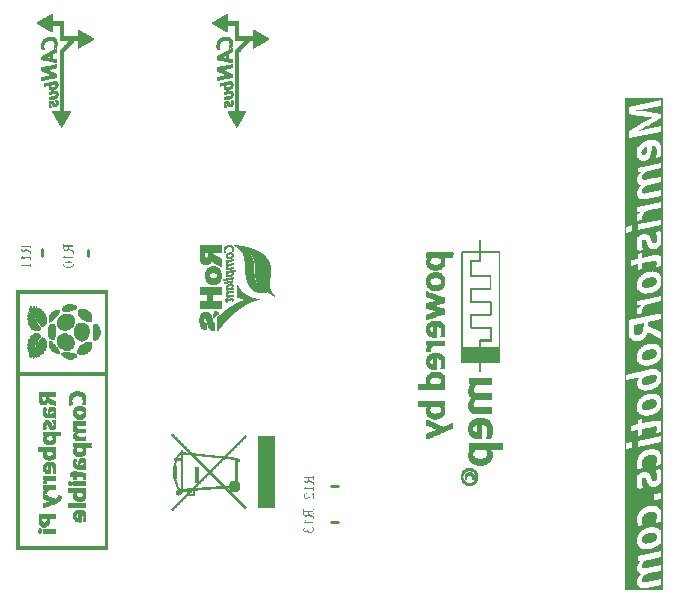
<source format=gbo>
G04*
G04 #@! TF.GenerationSoftware,Altium Limited,Altium Designer,18.0.12 (696)*
G04*
G04 Layer_Color=32896*
%FSLAX44Y44*%
%MOMM*%
G71*
G01*
G75*
%ADD12C,0.2540*%
%ADD16C,0.0254*%
%ADD82C,0.0508*%
%ADD83C,0.0168*%
G36*
X603250Y374893D02*
X603282Y374767D01*
X603271Y374672D01*
Y374587D01*
X603261Y374450D01*
Y374344D01*
X603250Y374259D01*
Y374164D01*
X603261Y373287D01*
X603250Y372389D01*
Y372188D01*
X603261Y372083D01*
Y371808D01*
X603271Y371671D01*
Y371269D01*
X603261Y371185D01*
X603250Y371121D01*
Y371090D01*
X603176Y371100D01*
X603113Y371111D01*
X603081Y371132D01*
X603070Y371142D01*
X603007Y371417D01*
X602975Y371523D01*
X602954Y371628D01*
X602912Y371797D01*
X602870Y371924D01*
X602838Y372019D01*
X602817Y372093D01*
X602796Y372136D01*
X602785Y372157D01*
Y372167D01*
X602722Y372252D01*
X602658Y372294D01*
X602605Y372326D01*
X602584Y372336D01*
X602426Y372368D01*
X602373Y372379D01*
X602320Y372389D01*
X602278D01*
X602246D01*
X602236D01*
X602225D01*
X599964D01*
X599742D01*
X599552D01*
X599404D01*
X599288Y372379D01*
X599203D01*
X599140D01*
X599108D01*
X599097D01*
Y371628D01*
X599108Y371491D01*
X599129Y371375D01*
X599150Y371343D01*
X599161Y371311D01*
X599171Y371301D01*
Y371290D01*
X599203Y371237D01*
X599245Y371185D01*
X599362Y371079D01*
X599414Y371037D01*
X599467Y370994D01*
X599499Y370973D01*
X599510Y370963D01*
X601295Y369980D01*
X601686Y369748D01*
X602056Y369536D01*
X602394Y369346D01*
X602542Y369262D01*
X602690Y369188D01*
X602817Y369114D01*
X602933Y369050D01*
X603028Y368997D01*
X603113Y368955D01*
X603176Y368923D01*
X603229Y368892D01*
X603261Y368871D01*
X603271D01*
X603282Y368775D01*
Y367265D01*
X603271Y367117D01*
Y366514D01*
X603208D01*
X603187D01*
X603176D01*
X603144D01*
X603113D01*
X603081D01*
X603070D01*
X603028Y366747D01*
X602986Y366937D01*
X602944Y367095D01*
X602901Y367222D01*
X602870Y367317D01*
X602849Y367391D01*
X602838Y367434D01*
X602827Y367444D01*
X602711Y367634D01*
X602658Y367708D01*
X602605Y367782D01*
X602563Y367835D01*
X602521Y367877D01*
X602500Y367898D01*
X602489Y367909D01*
X602447Y367951D01*
X602384Y367994D01*
X602246Y368099D01*
X602088Y368205D01*
X601908Y368321D01*
X601750Y368427D01*
X601676Y368480D01*
X601612Y368511D01*
X601559Y368554D01*
X601517Y368575D01*
X601496Y368585D01*
X601485Y368596D01*
X600048Y369441D01*
X599805Y369579D01*
X599594Y369705D01*
X599393Y369811D01*
X599224Y369906D01*
X599097Y369969D01*
X598992Y370022D01*
X598928Y370054D01*
X598907Y370065D01*
X598844Y369959D01*
X598770Y369843D01*
X598749Y369800D01*
X598728Y369758D01*
X598706Y369737D01*
Y369726D01*
X598580Y369505D01*
X598442Y369304D01*
X598305Y369135D01*
X598146Y368987D01*
X597999Y368860D01*
X597840Y368765D01*
X597692Y368680D01*
X597544Y368606D01*
X597407Y368554D01*
X597280Y368511D01*
X597153Y368490D01*
X597058Y368469D01*
X596974Y368459D01*
X596910Y368448D01*
X596868D01*
X596857D01*
X596625Y368459D01*
X596403Y368501D01*
X596202Y368564D01*
X596033Y368628D01*
X595896Y368691D01*
X595790Y368754D01*
X595748Y368775D01*
X595716Y368797D01*
X595706Y368807D01*
X595695D01*
X595515Y368945D01*
X595357Y369103D01*
X595230Y369262D01*
X595135Y369409D01*
X595051Y369547D01*
X594998Y369652D01*
X594977Y369695D01*
X594966Y369716D01*
X594955Y369737D01*
Y369748D01*
X594913Y369864D01*
X594881Y370001D01*
X594850Y370149D01*
X594829Y370318D01*
X594786Y370656D01*
X594765Y370994D01*
X594755Y371153D01*
X594744Y371311D01*
Y371449D01*
X594734Y371565D01*
Y371808D01*
X594755Y373541D01*
Y374185D01*
X594765Y374270D01*
X594776Y374344D01*
Y374418D01*
X594786Y374460D01*
Y374545D01*
X594797Y374629D01*
Y374693D01*
X594818Y374745D01*
X594829Y374788D01*
X594839Y374819D01*
X594850Y374841D01*
X594860Y374851D01*
X594902Y374862D01*
X594945D01*
X594966D01*
X594977D01*
X595019Y374851D01*
X595051Y374841D01*
X595072Y374830D01*
X595082Y374819D01*
X595093Y374809D01*
Y374777D01*
X595114Y374714D01*
X595124Y374619D01*
X595146Y374524D01*
X595167Y374418D01*
X595177Y374344D01*
X595188Y374281D01*
Y374259D01*
X595219Y374090D01*
X595251Y373942D01*
X595294Y373837D01*
X595325Y373752D01*
X595368Y373689D01*
X595389Y373657D01*
X595410Y373636D01*
X595420Y373625D01*
X595452Y373604D01*
X595505Y373583D01*
X595632Y373551D01*
X595780Y373530D01*
X595938Y373520D01*
X596086Y373509D01*
X596213D01*
X596255D01*
X596297D01*
X596318D01*
X596329D01*
X597523Y373520D01*
X599182Y373509D01*
X600070Y373520D01*
X600862Y373499D01*
X601063D01*
X601158Y373509D01*
X601253D01*
X601327D01*
X601380Y373520D01*
X601422D01*
X601433D01*
X601612Y373530D01*
X601781Y373541D01*
X601919D01*
X602056Y373551D01*
X602162D01*
X602257Y373562D01*
X602341D01*
X602415D01*
X602468Y373573D01*
X602521D01*
X602584D01*
X602616D01*
X602627D01*
X602701D01*
X602753Y373604D01*
X602796Y373625D01*
X602859Y373678D01*
X602880Y373721D01*
X602891Y373731D01*
X602901Y373763D01*
X602912Y373816D01*
X602922Y373879D01*
X602933Y373953D01*
X602965Y374133D01*
X602986Y374323D01*
X603018Y374513D01*
Y374587D01*
X603028Y374672D01*
X603039Y374724D01*
X603049Y374777D01*
Y374819D01*
X603113Y374872D01*
X603155Y374893D01*
X603187Y374904D01*
X603197D01*
X603250Y374893D01*
D02*
G37*
G36*
X596667Y365701D02*
X596699Y365680D01*
X596720Y365669D01*
X596730Y365658D01*
X596762Y365616D01*
X596773Y365574D01*
X596783Y365553D01*
Y365542D01*
X596773Y365500D01*
X596741Y365426D01*
X596688Y365331D01*
X596614Y365225D01*
X596540Y365098D01*
X596445Y364950D01*
X596245Y364665D01*
X596054Y364380D01*
X595959Y364243D01*
X595885Y364126D01*
X595811Y364031D01*
X595758Y363957D01*
X595727Y363915D01*
X595716Y363894D01*
X595906D01*
X596075D01*
X596223D01*
X596361Y363904D01*
X596477D01*
X596572D01*
X596657D01*
X596730D01*
X596794D01*
X596847D01*
X596921D01*
X596952D01*
X596963D01*
X597872Y363894D01*
X599425Y363904D01*
X599731D01*
X600006D01*
X600239D01*
X600450Y363915D01*
X600640D01*
X600799D01*
X600925D01*
X601042D01*
X601137D01*
X601211D01*
X601264D01*
X601306D01*
X601338D01*
X601359D01*
X601369D01*
X601475D01*
X601570Y363926D01*
X601655D01*
X601728D01*
X601845D01*
X601929Y363936D01*
X601982D01*
X602014D01*
X602035D01*
X602447D01*
X602542Y363947D01*
X602627Y363968D01*
X602701Y363999D01*
X602711Y364010D01*
X602722D01*
X602764Y364105D01*
X602796Y364200D01*
X602827Y364306D01*
X602859Y364412D01*
X602880Y364496D01*
X602901Y364570D01*
X602912Y364612D01*
Y364633D01*
X602933Y364718D01*
X602944Y364781D01*
X602965Y364834D01*
X602975Y364866D01*
X602986Y364887D01*
X602996Y364908D01*
X603007Y364919D01*
X603049Y364940D01*
X603092Y364950D01*
X603134Y364961D01*
X603155D01*
X603218D01*
X603239D01*
X603250D01*
Y361928D01*
X603176Y361918D01*
X603092Y361928D01*
X603028Y361950D01*
X602996Y361981D01*
X602986Y361992D01*
X602975Y362013D01*
X602965Y362045D01*
X602944Y362098D01*
X602933Y362161D01*
X602912Y362214D01*
X602901Y362267D01*
X602891Y362298D01*
Y362309D01*
X602796Y362753D01*
X602764Y362827D01*
X602743Y362879D01*
X602722Y362922D01*
X602711Y362953D01*
X602690Y362985D01*
X602679Y362996D01*
X602648Y363017D01*
X602595Y363027D01*
X602500Y363049D01*
X602447Y363059D01*
X602415D01*
X602384D01*
X602373D01*
X602278D01*
X602172D01*
X602130D01*
X602088D01*
X602067D01*
X602056D01*
X601898Y363049D01*
X601760D01*
X601707D01*
X601665D01*
X601633D01*
X601623D01*
X601042D01*
X595146Y362996D01*
X595029D01*
X594934Y363006D01*
X594860Y363017D01*
X594818D01*
X594776Y363027D01*
X594755Y363038D01*
X594744Y363049D01*
X594723Y363070D01*
X594702Y363101D01*
X594691Y363165D01*
X594681Y363228D01*
Y363387D01*
X594691Y363439D01*
Y363461D01*
X594723Y363492D01*
X594765Y363545D01*
X594818Y363609D01*
X594881Y363672D01*
X594945Y363735D01*
X594987Y363778D01*
X595029Y363820D01*
X595040Y363830D01*
X595156Y363957D01*
X595294Y364105D01*
X595431Y364253D01*
X595568Y364412D01*
X595685Y364549D01*
X595790Y364665D01*
X595822Y364707D01*
X595854Y364739D01*
X595864Y364760D01*
X595875Y364771D01*
X595980Y364908D01*
X596065Y365014D01*
X596128Y365088D01*
X596181Y365151D01*
X596202Y365183D01*
X596223Y365215D01*
X596234Y365225D01*
X596308Y365341D01*
X596361Y365437D01*
X596413Y365521D01*
X596456Y365574D01*
X596477Y365616D01*
X596498Y365648D01*
X596519Y365669D01*
X596551Y365690D01*
X596583Y365701D01*
X596614Y365711D01*
X596625D01*
X596667Y365701D01*
D02*
G37*
G36*
X602806Y359857D02*
X602880Y359826D01*
X602954Y359784D01*
X603007Y359731D01*
X603060Y359678D01*
X603092Y359636D01*
X603113Y359604D01*
X603123Y359593D01*
X603176Y359488D01*
X603229Y359371D01*
X603303Y359118D01*
X603366Y358843D01*
X603398Y358579D01*
X603409Y358452D01*
X603419Y358346D01*
X603430Y358241D01*
Y358146D01*
X603440Y358072D01*
Y357966D01*
X603430Y357702D01*
X603398Y357448D01*
X603356Y357205D01*
X603303Y356983D01*
X603229Y356772D01*
X603155Y356582D01*
X603070Y356402D01*
X602986Y356233D01*
X602901Y356085D01*
X602817Y355958D01*
X602743Y355853D01*
X602669Y355758D01*
X602616Y355684D01*
X602574Y355631D01*
X602542Y355599D01*
X602532Y355589D01*
X602352Y355420D01*
X602172Y355282D01*
X601993Y355155D01*
X601802Y355050D01*
X601623Y354955D01*
X601443Y354881D01*
X601264Y354817D01*
X601105Y354764D01*
X600947Y354722D01*
X600799Y354701D01*
X600672Y354680D01*
X600566Y354659D01*
X600482D01*
X600408Y354648D01*
X600365D01*
X600355D01*
X600122Y354659D01*
X599901Y354691D01*
X599689Y354743D01*
X599520Y354786D01*
X599372Y354838D01*
X599256Y354891D01*
X599214Y354902D01*
X599182Y354923D01*
X599171Y354934D01*
X599161D01*
X598971Y355050D01*
X598801Y355166D01*
X598664Y355293D01*
X598548Y355420D01*
X598463Y355525D01*
X598400Y355610D01*
X598358Y355673D01*
X598347Y355684D01*
Y355694D01*
X598263Y355874D01*
X598199Y356054D01*
X598146Y356212D01*
X598115Y356371D01*
X598094Y356497D01*
X598083Y356603D01*
Y356688D01*
X598094Y356846D01*
X597977Y356698D01*
X597872Y356561D01*
X597766Y356434D01*
X597671Y356318D01*
X597576Y356212D01*
X597481Y356117D01*
X597322Y355958D01*
X597196Y355842D01*
X597090Y355758D01*
X597026Y355705D01*
X597005Y355694D01*
X596826Y355589D01*
X596646Y355504D01*
X596477Y355451D01*
X596329Y355409D01*
X596213Y355388D01*
X596118Y355367D01*
X596054D01*
X596033D01*
X595917Y355377D01*
X595811Y355398D01*
X595706Y355430D01*
X595611Y355462D01*
X595431Y355568D01*
X595272Y355684D01*
X595135Y355811D01*
X595040Y355906D01*
X594998Y355948D01*
X594977Y355980D01*
X594955Y356001D01*
Y356011D01*
X594850Y356180D01*
X594776Y356371D01*
X594712Y356561D01*
X594681Y356740D01*
X594660Y356909D01*
X594649Y356973D01*
X594638Y357036D01*
Y357152D01*
X594660Y357427D01*
X594702Y357691D01*
X594776Y357913D01*
X594850Y358114D01*
X594924Y358273D01*
X594966Y358336D01*
X594998Y358389D01*
X595019Y358442D01*
X595040Y358473D01*
X595061Y358484D01*
Y358494D01*
X595146Y358600D01*
X595241Y358695D01*
X595452Y358885D01*
X595695Y359054D01*
X595928Y359202D01*
X596139Y359319D01*
X596234Y359361D01*
X596318Y359403D01*
X596382Y359435D01*
X596435Y359456D01*
X596466Y359477D01*
X596477D01*
X596593Y359266D01*
X596371Y359118D01*
X596171Y358970D01*
X596001Y358822D01*
X595854Y358674D01*
X595727Y358526D01*
X595632Y358389D01*
X595547Y358241D01*
X595473Y358114D01*
X595420Y357987D01*
X595378Y357871D01*
X595357Y357776D01*
X595336Y357691D01*
X595325Y357617D01*
X595315Y357565D01*
Y357522D01*
X595325Y357311D01*
X595368Y357121D01*
X595431Y356952D01*
X595494Y356814D01*
X595568Y356698D01*
X595621Y356614D01*
X595663Y356571D01*
X595685Y356550D01*
X595822Y356423D01*
X595970Y356339D01*
X596118Y356275D01*
X596255Y356223D01*
X596382Y356202D01*
X596477Y356191D01*
X596540Y356180D01*
X596551D01*
X596562D01*
X596678Y356191D01*
X596805Y356223D01*
X596921Y356275D01*
X597037Y356318D01*
X597132Y356371D01*
X597206Y356423D01*
X597259Y356455D01*
X597280Y356466D01*
X597491Y356635D01*
X597703Y356825D01*
X597903Y357026D01*
X598073Y357216D01*
X598220Y357396D01*
X598284Y357469D01*
X598337Y357533D01*
X598379Y357596D01*
X598411Y357639D01*
X598432Y357660D01*
X598442Y357670D01*
X598601Y357871D01*
X598675Y357977D01*
X598749Y358061D01*
X598812Y358146D01*
X598865Y358209D01*
X598907Y358251D01*
X598918Y358262D01*
X599182Y358103D01*
X599097Y358008D01*
X599023Y357903D01*
X598918Y357723D01*
X598833Y357554D01*
X598770Y357396D01*
X598738Y357269D01*
X598728Y357174D01*
X598717Y357110D01*
Y357089D01*
X598728Y356973D01*
X598738Y356857D01*
X598801Y356645D01*
X598897Y356455D01*
X598992Y356307D01*
X599097Y356180D01*
X599193Y356085D01*
X599256Y356032D01*
X599267Y356011D01*
X599277D01*
X599499Y355863D01*
X599742Y355758D01*
X599974Y355684D01*
X600207Y355631D01*
X600408Y355599D01*
X600492Y355589D01*
X600566D01*
X600630Y355578D01*
X600672D01*
X600704D01*
X600714D01*
X600904Y355589D01*
X601095Y355610D01*
X601264Y355642D01*
X601433Y355673D01*
X601591Y355726D01*
X601728Y355779D01*
X601866Y355832D01*
X601982Y355895D01*
X602088Y355958D01*
X602183Y356011D01*
X602267Y356064D01*
X602331Y356117D01*
X602384Y356149D01*
X602426Y356180D01*
X602447Y356202D01*
X602458Y356212D01*
X602574Y356328D01*
X602679Y356455D01*
X602775Y356582D01*
X602859Y356709D01*
X602922Y356836D01*
X602975Y356952D01*
X603060Y357174D01*
X603113Y357374D01*
X603123Y357459D01*
X603134Y357533D01*
X603144Y357586D01*
Y357670D01*
X603134Y357776D01*
X603123Y357882D01*
X603060Y358093D01*
X602965Y358304D01*
X602859Y358505D01*
X602764Y358674D01*
X602711Y358748D01*
X602669Y358811D01*
X602637Y358864D01*
X602605Y358907D01*
X602595Y358928D01*
X602584Y358938D01*
X602500Y359054D01*
X602447Y359150D01*
X602405Y359245D01*
X602373Y359319D01*
X602352Y359382D01*
X602341Y359424D01*
Y359530D01*
X602362Y359593D01*
X602394Y359678D01*
X602436Y359741D01*
X602447Y359752D01*
X602458Y359762D01*
X602542Y359826D01*
X602627Y359857D01*
X602690Y359868D01*
X602701D01*
X602711D01*
X602806Y359857D01*
D02*
G37*
G36*
X603504Y403595D02*
X603536Y403469D01*
X603525Y403373D01*
Y403289D01*
X603515Y403152D01*
Y403046D01*
X603504Y402961D01*
Y402866D01*
X603515Y401989D01*
X603504Y401091D01*
Y400890D01*
X603515Y400785D01*
Y400510D01*
X603525Y400373D01*
Y399971D01*
X603515Y399887D01*
X603504Y399823D01*
Y399791D01*
X603430Y399802D01*
X603367Y399813D01*
X603335Y399834D01*
X603324Y399844D01*
X603261Y400119D01*
X603229Y400225D01*
X603208Y400330D01*
X603166Y400499D01*
X603124Y400626D01*
X603092Y400721D01*
X603071Y400795D01*
X603050Y400838D01*
X603039Y400859D01*
Y400869D01*
X602976Y400954D01*
X602912Y400996D01*
X602859Y401028D01*
X602838Y401038D01*
X602680Y401070D01*
X602627Y401081D01*
X602574Y401091D01*
X602532D01*
X602500D01*
X602490D01*
X602479D01*
X600218D01*
X599996D01*
X599806D01*
X599658D01*
X599542Y401081D01*
X599457D01*
X599394D01*
X599362D01*
X599351D01*
Y400330D01*
X599362Y400193D01*
X599383Y400077D01*
X599404Y400045D01*
X599415Y400013D01*
X599425Y400003D01*
Y399992D01*
X599457Y399939D01*
X599499Y399887D01*
X599616Y399781D01*
X599668Y399739D01*
X599721Y399696D01*
X599753Y399675D01*
X599763Y399665D01*
X601549Y398682D01*
X601940Y398450D01*
X602310Y398238D01*
X602648Y398048D01*
X602796Y397963D01*
X602944Y397890D01*
X603071Y397816D01*
X603187Y397752D01*
X603282Y397699D01*
X603367Y397657D01*
X603430Y397625D01*
X603483Y397594D01*
X603515Y397573D01*
X603525D01*
X603536Y397477D01*
Y395966D01*
X603525Y395819D01*
Y395216D01*
X603462D01*
X603441D01*
X603430D01*
X603398D01*
X603367D01*
X603335D01*
X603324D01*
X603282Y395449D01*
X603240Y395639D01*
X603198Y395797D01*
X603155Y395924D01*
X603124Y396019D01*
X603102Y396093D01*
X603092Y396136D01*
X603081Y396146D01*
X602965Y396336D01*
X602912Y396410D01*
X602859Y396484D01*
X602817Y396537D01*
X602775Y396579D01*
X602754Y396600D01*
X602743Y396611D01*
X602701Y396653D01*
X602638Y396696D01*
X602500Y396801D01*
X602342Y396907D01*
X602162Y397023D01*
X602004Y397129D01*
X601930Y397182D01*
X601866Y397213D01*
X601813Y397256D01*
X601771Y397277D01*
X601750Y397287D01*
X601739Y397298D01*
X600302Y398143D01*
X600059Y398280D01*
X599848Y398407D01*
X599647Y398513D01*
X599478Y398608D01*
X599351Y398671D01*
X599246Y398724D01*
X599182Y398756D01*
X599161Y398767D01*
X599098Y398661D01*
X599024Y398545D01*
X599003Y398502D01*
X598982Y398460D01*
X598960Y398439D01*
Y398428D01*
X598834Y398207D01*
X598696Y398006D01*
X598559Y397837D01*
X598400Y397689D01*
X598252Y397562D01*
X598094Y397467D01*
X597946Y397382D01*
X597798Y397308D01*
X597661Y397256D01*
X597534Y397213D01*
X597407Y397192D01*
X597312Y397171D01*
X597228Y397160D01*
X597164Y397150D01*
X597122D01*
X597111D01*
X596879Y397160D01*
X596657Y397203D01*
X596456Y397266D01*
X596287Y397330D01*
X596150Y397393D01*
X596044Y397456D01*
X596002Y397477D01*
X595970Y397499D01*
X595960Y397509D01*
X595949D01*
X595769Y397647D01*
X595611Y397805D01*
X595484Y397963D01*
X595389Y398111D01*
X595304Y398249D01*
X595252Y398354D01*
X595230Y398397D01*
X595220Y398418D01*
X595209Y398439D01*
Y398450D01*
X595167Y398566D01*
X595135Y398703D01*
X595104Y398851D01*
X595083Y399020D01*
X595040Y399358D01*
X595019Y399696D01*
X595009Y399855D01*
X594998Y400013D01*
Y400151D01*
X594987Y400267D01*
Y400510D01*
X595009Y402243D01*
Y402887D01*
X595019Y402972D01*
X595030Y403046D01*
Y403120D01*
X595040Y403162D01*
Y403247D01*
X595051Y403331D01*
Y403395D01*
X595072Y403447D01*
X595083Y403490D01*
X595093Y403521D01*
X595104Y403543D01*
X595114Y403553D01*
X595157Y403564D01*
X595199D01*
X595220D01*
X595230D01*
X595273Y403553D01*
X595304Y403543D01*
X595326Y403532D01*
X595336Y403521D01*
X595347Y403511D01*
Y403479D01*
X595368Y403416D01*
X595378Y403321D01*
X595400Y403226D01*
X595421Y403120D01*
X595431Y403046D01*
X595442Y402983D01*
Y402961D01*
X595474Y402792D01*
X595505Y402645D01*
X595547Y402539D01*
X595579Y402454D01*
X595621Y402391D01*
X595643Y402359D01*
X595664Y402338D01*
X595674Y402327D01*
X595706Y402306D01*
X595759Y402285D01*
X595886Y402253D01*
X596034Y402232D01*
X596192Y402222D01*
X596340Y402211D01*
X596467D01*
X596509D01*
X596551D01*
X596572D01*
X596583D01*
X597777Y402222D01*
X599436Y402211D01*
X600323Y402222D01*
X601116Y402201D01*
X601317D01*
X601412Y402211D01*
X601507D01*
X601581D01*
X601634Y402222D01*
X601676D01*
X601687D01*
X601866Y402232D01*
X602035Y402243D01*
X602173D01*
X602310Y402253D01*
X602416D01*
X602511Y402264D01*
X602595D01*
X602669D01*
X602722Y402275D01*
X602775D01*
X602838D01*
X602870D01*
X602881D01*
X602954D01*
X603007Y402306D01*
X603050Y402327D01*
X603113Y402380D01*
X603134Y402423D01*
X603145Y402433D01*
X603155Y402465D01*
X603166Y402518D01*
X603176Y402581D01*
X603187Y402655D01*
X603219Y402835D01*
X603240Y403025D01*
X603271Y403215D01*
Y403289D01*
X603282Y403373D01*
X603293Y403426D01*
X603303Y403479D01*
Y403521D01*
X603367Y403574D01*
X603409Y403595D01*
X603441Y403606D01*
X603451D01*
X603504Y403595D01*
D02*
G37*
G36*
X596921Y394403D02*
X596953Y394381D01*
X596974Y394371D01*
X596984Y394360D01*
X597016Y394318D01*
X597027Y394276D01*
X597037Y394255D01*
Y394244D01*
X597027Y394202D01*
X596995Y394128D01*
X596942Y394033D01*
X596868Y393927D01*
X596794Y393800D01*
X596699Y393652D01*
X596498Y393367D01*
X596308Y393082D01*
X596213Y392944D01*
X596139Y392828D01*
X596065Y392733D01*
X596012Y392659D01*
X595981Y392617D01*
X595970Y392596D01*
X596160D01*
X596329D01*
X596477D01*
X596615Y392606D01*
X596731D01*
X596826D01*
X596911D01*
X596984D01*
X597048D01*
X597101D01*
X597175D01*
X597206D01*
X597217D01*
X598126Y392596D01*
X599679Y392606D01*
X599985D01*
X600260D01*
X600493D01*
X600704Y392617D01*
X600894D01*
X601053D01*
X601179D01*
X601296D01*
X601391D01*
X601465D01*
X601517D01*
X601560D01*
X601591D01*
X601613D01*
X601623D01*
X601729D01*
X601824Y392627D01*
X601908D01*
X601982D01*
X602099D01*
X602183Y392638D01*
X602236D01*
X602268D01*
X602289D01*
X602701D01*
X602796Y392649D01*
X602881Y392670D01*
X602954Y392701D01*
X602965Y392712D01*
X602976D01*
X603018Y392807D01*
X603050Y392902D01*
X603081Y393008D01*
X603113Y393114D01*
X603134Y393198D01*
X603155Y393272D01*
X603166Y393314D01*
Y393335D01*
X603187Y393420D01*
X603198Y393483D01*
X603219Y393536D01*
X603229Y393568D01*
X603240Y393589D01*
X603250Y393610D01*
X603261Y393621D01*
X603303Y393642D01*
X603345Y393652D01*
X603388Y393663D01*
X603409D01*
X603472D01*
X603493D01*
X603504D01*
Y390630D01*
X603430Y390620D01*
X603345Y390630D01*
X603282Y390652D01*
X603250Y390683D01*
X603240Y390694D01*
X603229Y390715D01*
X603219Y390747D01*
X603198Y390799D01*
X603187Y390863D01*
X603166Y390916D01*
X603155Y390969D01*
X603145Y391000D01*
Y391011D01*
X603050Y391455D01*
X603018Y391529D01*
X602997Y391581D01*
X602976Y391624D01*
X602965Y391655D01*
X602944Y391687D01*
X602933Y391698D01*
X602902Y391719D01*
X602849Y391729D01*
X602754Y391750D01*
X602701Y391761D01*
X602669D01*
X602638D01*
X602627D01*
X602532D01*
X602426D01*
X602384D01*
X602342D01*
X602321D01*
X602310D01*
X602151Y391750D01*
X602014D01*
X601961D01*
X601919D01*
X601887D01*
X601877D01*
X601296D01*
X595400Y391698D01*
X595283D01*
X595188Y391708D01*
X595114Y391719D01*
X595072D01*
X595030Y391729D01*
X595009Y391740D01*
X594998Y391750D01*
X594977Y391772D01*
X594956Y391803D01*
X594945Y391867D01*
X594935Y391930D01*
Y392089D01*
X594945Y392141D01*
Y392163D01*
X594977Y392194D01*
X595019Y392247D01*
X595072Y392310D01*
X595135Y392374D01*
X595199Y392437D01*
X595241Y392480D01*
X595283Y392522D01*
X595294Y392532D01*
X595410Y392659D01*
X595547Y392807D01*
X595685Y392955D01*
X595822Y393114D01*
X595938Y393251D01*
X596044Y393367D01*
X596076Y393409D01*
X596107Y393441D01*
X596118Y393462D01*
X596129Y393473D01*
X596234Y393610D01*
X596319Y393716D01*
X596382Y393790D01*
X596435Y393853D01*
X596456Y393885D01*
X596477Y393917D01*
X596488Y393927D01*
X596562Y394043D01*
X596615Y394138D01*
X596668Y394223D01*
X596710Y394276D01*
X596731Y394318D01*
X596752Y394350D01*
X596773Y394371D01*
X596805Y394392D01*
X596837Y394403D01*
X596868Y394413D01*
X596879D01*
X596921Y394403D01*
D02*
G37*
G36*
X603483Y388697D02*
X603493Y388623D01*
X603504Y388581D01*
Y388570D01*
X603483Y388063D01*
X603504Y387418D01*
X603451Y385981D01*
Y385125D01*
X603462Y384872D01*
Y384629D01*
X603472Y384417D01*
Y384037D01*
X603483Y383868D01*
Y383731D01*
X603493Y383614D01*
Y383509D01*
X603504Y383435D01*
Y383329D01*
X603293Y383308D01*
X603102Y383287D01*
X602954Y383266D01*
X602828Y383255D01*
X602722Y383245D01*
X602648Y383234D01*
X602606D01*
X602595D01*
X602416Y383213D01*
X602268Y383202D01*
X602151Y383181D01*
X602056Y383171D01*
X601982Y383160D01*
X601940Y383149D01*
X601908Y383139D01*
X601898D01*
X601845Y383118D01*
X601813Y383128D01*
X601782Y383139D01*
X601750Y383149D01*
X601739Y383160D01*
Y383414D01*
X601866Y383466D01*
X601972Y383509D01*
X602067Y383551D01*
X602162Y383593D01*
X602310Y383667D01*
X602416Y383731D01*
X602490Y383783D01*
X602542Y383815D01*
X602564Y383836D01*
X602574Y383847D01*
X602616Y383910D01*
X602648Y383963D01*
X602690Y384058D01*
X602701Y384100D01*
X602711Y384132D01*
Y384153D01*
X602690Y385073D01*
Y385326D01*
X602701Y385400D01*
Y385527D01*
X602711Y385675D01*
X602722Y385802D01*
Y386235D01*
X602711Y386552D01*
Y386858D01*
X602701Y387144D01*
Y387270D01*
X602690Y387387D01*
Y387587D01*
X602680Y387661D01*
Y387756D01*
X602542Y387630D01*
X602405Y387513D01*
X602289Y387408D01*
X602183Y387313D01*
X602088Y387228D01*
X602004Y387154D01*
X601866Y387027D01*
X601771Y386932D01*
X601708Y386869D01*
X601665Y386837D01*
X601655Y386827D01*
X601549Y386721D01*
X601433Y386605D01*
X601306Y386478D01*
X601190Y386351D01*
X601074Y386235D01*
X600989Y386129D01*
X600926Y386066D01*
X600915Y386055D01*
X600905Y386045D01*
X600630Y385749D01*
X600366Y385474D01*
X600123Y385231D01*
X599901Y385009D01*
X599700Y384819D01*
X599510Y384639D01*
X599341Y384491D01*
X599193Y384365D01*
X599066Y384248D01*
X598950Y384153D01*
X598855Y384079D01*
X598770Y384016D01*
X598707Y383974D01*
X598665Y383942D01*
X598643Y383931D01*
X598633Y383921D01*
X598495Y383836D01*
X598358Y383762D01*
X598083Y383657D01*
X597840Y383572D01*
X597618Y383509D01*
X597523Y383498D01*
X597428Y383477D01*
X597354Y383466D01*
X597291D01*
X597238Y383456D01*
X597196D01*
X597175D01*
X597164D01*
X596995Y383466D01*
X596837Y383488D01*
X596678Y383519D01*
X596541Y383562D01*
X596266Y383678D01*
X596150Y383731D01*
X596044Y383794D01*
X595938Y383868D01*
X595854Y383921D01*
X595780Y383984D01*
X595717Y384037D01*
X595664Y384079D01*
X595632Y384111D01*
X595611Y384132D01*
X595600Y384143D01*
X595484Y384269D01*
X595378Y384407D01*
X595294Y384544D01*
X595220Y384692D01*
X595146Y384829D01*
X595093Y384967D01*
X595019Y385231D01*
X594987Y385358D01*
X594966Y385474D01*
X594956Y385569D01*
X594945Y385654D01*
X594935Y385728D01*
Y385823D01*
X594956Y386097D01*
X594998Y386362D01*
X595051Y386594D01*
X595125Y386795D01*
X595199Y386953D01*
X595230Y387027D01*
X595252Y387080D01*
X595283Y387122D01*
X595294Y387154D01*
X595315Y387175D01*
Y387186D01*
X595463Y387387D01*
X595632Y387566D01*
X595801Y387714D01*
X595970Y387841D01*
X596118Y387936D01*
X596234Y388010D01*
X596277Y388031D01*
X596308Y388052D01*
X596329Y388063D01*
X596340D01*
X596572Y388158D01*
X596763Y388232D01*
X596932Y388285D01*
X597058Y388316D01*
X597164Y388338D01*
X597238Y388359D01*
X597280D01*
X597291D01*
X597344Y388348D01*
X597386Y388338D01*
X597418Y388327D01*
X597428Y388316D01*
X597460Y388274D01*
X597471Y388242D01*
X597481Y388221D01*
Y388211D01*
X597471Y388168D01*
X597460Y388147D01*
X597449Y388126D01*
X597439Y388116D01*
X597418Y388105D01*
X597375Y388084D01*
X597323Y388052D01*
X597259Y388031D01*
X597196Y387999D01*
X597143Y387978D01*
X597101Y387968D01*
X597090Y387957D01*
X596889Y387862D01*
X596731Y387788D01*
X596594Y387714D01*
X596498Y387661D01*
X596424Y387619D01*
X596372Y387587D01*
X596340Y387566D01*
X596329Y387556D01*
X596224Y387461D01*
X596118Y387355D01*
X596034Y387249D01*
X595970Y387144D01*
X595907Y387059D01*
X595864Y386985D01*
X595843Y386943D01*
X595833Y386922D01*
X595769Y386774D01*
X595717Y386626D01*
X595685Y386499D01*
X595653Y386372D01*
X595643Y386267D01*
X595632Y386193D01*
Y385992D01*
X595653Y385865D01*
X595706Y385643D01*
X595790Y385442D01*
X595875Y385273D01*
X595960Y385136D01*
X596044Y385030D01*
X596097Y384967D01*
X596107Y384946D01*
X596118D01*
X596213Y384861D01*
X596308Y384787D01*
X596498Y384671D01*
X596699Y384586D01*
X596879Y384534D01*
X597048Y384491D01*
X597111Y384481D01*
X597175D01*
X597228Y384470D01*
X597259D01*
X597280D01*
X597291D01*
X597428D01*
X597576Y384491D01*
X597862Y384544D01*
X598126Y384618D01*
X598369Y384703D01*
X598474Y384756D01*
X598580Y384798D01*
X598665Y384840D01*
X598739Y384872D01*
X598802Y384903D01*
X598844Y384925D01*
X598876Y384935D01*
X598886Y384946D01*
X599055Y385041D01*
X599225Y385168D01*
X599415Y385305D01*
X599605Y385453D01*
X599996Y385770D01*
X600366Y386097D01*
X600545Y386256D01*
X600704Y386404D01*
X600852Y386541D01*
X600979Y386657D01*
X601074Y386763D01*
X601158Y386837D01*
X601200Y386879D01*
X601222Y386900D01*
X601412Y387091D01*
X601602Y387270D01*
X601782Y387439D01*
X601940Y387598D01*
X602099Y387746D01*
X602247Y387873D01*
X602373Y387989D01*
X602490Y388094D01*
X602595Y388190D01*
X602690Y388274D01*
X602775Y388348D01*
X602838Y388401D01*
X602891Y388454D01*
X602933Y388485D01*
X602954Y388496D01*
X602965Y388507D01*
X603134Y388623D01*
X603293Y388718D01*
X603367Y388750D01*
X603419Y388771D01*
X603451Y388792D01*
X603462D01*
X603483Y388697D01*
D02*
G37*
G36*
X363994Y599071D02*
X364026Y598944D01*
X364016Y598849D01*
Y598764D01*
X364005Y598627D01*
Y598521D01*
X363994Y598437D01*
Y598342D01*
X364005Y597464D01*
X363994Y596566D01*
Y596366D01*
X364005Y596260D01*
Y595985D01*
X364016Y595848D01*
Y595446D01*
X364005Y595362D01*
X363994Y595298D01*
Y595267D01*
X363921Y595277D01*
X363857Y595288D01*
X363825Y595309D01*
X363815Y595320D01*
X363751Y595594D01*
X363720Y595700D01*
X363699Y595806D01*
X363656Y595975D01*
X363614Y596101D01*
X363582Y596197D01*
X363561Y596270D01*
X363540Y596313D01*
X363530Y596334D01*
Y596344D01*
X363466Y596429D01*
X363403Y596471D01*
X363350Y596503D01*
X363329Y596514D01*
X363170Y596545D01*
X363117Y596556D01*
X363065Y596566D01*
X363022D01*
X362991D01*
X362980D01*
X362970D01*
X360708D01*
X360486D01*
X360296D01*
X360148D01*
X360032Y596556D01*
X359948D01*
X359884D01*
X359852D01*
X359842D01*
Y595806D01*
X359852Y595668D01*
X359874Y595552D01*
X359895Y595520D01*
X359905Y595489D01*
X359916Y595478D01*
Y595467D01*
X359948Y595415D01*
X359990Y595362D01*
X360106Y595256D01*
X360159Y595214D01*
X360212Y595172D01*
X360243Y595150D01*
X360254Y595140D01*
X362040Y594157D01*
X362431Y593925D01*
X362800Y593713D01*
X363139Y593523D01*
X363287Y593439D01*
X363434Y593365D01*
X363561Y593291D01*
X363677Y593227D01*
X363773Y593175D01*
X363857Y593132D01*
X363921Y593101D01*
X363973Y593069D01*
X364005Y593048D01*
X364016D01*
X364026Y592953D01*
Y591442D01*
X364016Y591294D01*
Y590691D01*
X363952D01*
X363931D01*
X363921D01*
X363889D01*
X363857D01*
X363825D01*
X363815D01*
X363773Y590924D01*
X363730Y591114D01*
X363688Y591273D01*
X363646Y591399D01*
X363614Y591494D01*
X363593Y591568D01*
X363582Y591611D01*
X363572Y591621D01*
X363456Y591811D01*
X363403Y591885D01*
X363350Y591959D01*
X363308Y592012D01*
X363265Y592054D01*
X363244Y592076D01*
X363234Y592086D01*
X363191Y592128D01*
X363128Y592171D01*
X362991Y592276D01*
X362832Y592382D01*
X362653Y592498D01*
X362494Y592604D01*
X362420Y592657D01*
X362357Y592688D01*
X362304Y592731D01*
X362262Y592752D01*
X362240Y592762D01*
X362230Y592773D01*
X360793Y593618D01*
X360550Y593756D01*
X360339Y593882D01*
X360138Y593988D01*
X359969Y594083D01*
X359842Y594147D01*
X359736Y594199D01*
X359673Y594231D01*
X359652Y594242D01*
X359588Y594136D01*
X359514Y594020D01*
X359493Y593978D01*
X359472Y593935D01*
X359451Y593914D01*
Y593904D01*
X359324Y593682D01*
X359187Y593481D01*
X359049Y593312D01*
X358891Y593164D01*
X358743Y593037D01*
X358585Y592942D01*
X358437Y592858D01*
X358289Y592784D01*
X358151Y592731D01*
X358024Y592688D01*
X357898Y592667D01*
X357803Y592646D01*
X357718Y592636D01*
X357655Y592625D01*
X357612D01*
X357602D01*
X357369Y592636D01*
X357147Y592678D01*
X356947Y592741D01*
X356778Y592805D01*
X356640Y592868D01*
X356535Y592932D01*
X356492Y592953D01*
X356461Y592974D01*
X356450Y592984D01*
X356440D01*
X356260Y593122D01*
X356101Y593280D01*
X355975Y593439D01*
X355880Y593587D01*
X355795Y593724D01*
X355742Y593830D01*
X355721Y593872D01*
X355710Y593893D01*
X355700Y593914D01*
Y593925D01*
X355658Y594041D01*
X355626Y594178D01*
X355594Y594326D01*
X355573Y594495D01*
X355531Y594833D01*
X355510Y595172D01*
X355499Y595330D01*
X355489Y595489D01*
Y595626D01*
X355478Y595742D01*
Y595985D01*
X355499Y597718D01*
Y598363D01*
X355510Y598447D01*
X355520Y598521D01*
Y598595D01*
X355531Y598637D01*
Y598722D01*
X355541Y598806D01*
Y598870D01*
X355563Y598923D01*
X355573Y598965D01*
X355584Y598997D01*
X355594Y599018D01*
X355605Y599028D01*
X355647Y599039D01*
X355689D01*
X355710D01*
X355721D01*
X355763Y599028D01*
X355795Y599018D01*
X355816Y599007D01*
X355827Y598997D01*
X355837Y598986D01*
Y598954D01*
X355858Y598891D01*
X355869Y598796D01*
X355890Y598701D01*
X355911Y598595D01*
X355922Y598521D01*
X355932Y598458D01*
Y598437D01*
X355964Y598268D01*
X355996Y598120D01*
X356038Y598014D01*
X356070Y597929D01*
X356112Y597866D01*
X356133Y597834D01*
X356154Y597813D01*
X356165Y597803D01*
X356197Y597781D01*
X356249Y597760D01*
X356376Y597729D01*
X356524Y597708D01*
X356683Y597697D01*
X356830Y597686D01*
X356957D01*
X357000D01*
X357042D01*
X357063D01*
X357074D01*
X358268Y597697D01*
X359926Y597686D01*
X360814Y597697D01*
X361606Y597676D01*
X361807D01*
X361902Y597686D01*
X361997D01*
X362071D01*
X362124Y597697D01*
X362166D01*
X362177D01*
X362357Y597708D01*
X362526Y597718D01*
X362663D01*
X362800Y597729D01*
X362906D01*
X363001Y597739D01*
X363086D01*
X363160D01*
X363213Y597750D01*
X363265D01*
X363329D01*
X363360D01*
X363371D01*
X363445D01*
X363498Y597781D01*
X363540Y597803D01*
X363604Y597855D01*
X363625Y597898D01*
X363635Y597908D01*
X363646Y597940D01*
X363656Y597993D01*
X363667Y598056D01*
X363677Y598130D01*
X363709Y598310D01*
X363730Y598500D01*
X363762Y598690D01*
Y598764D01*
X363773Y598849D01*
X363783Y598902D01*
X363794Y598954D01*
Y598997D01*
X363857Y599049D01*
X363899Y599071D01*
X363931Y599081D01*
X363942D01*
X363994Y599071D01*
D02*
G37*
G36*
X357412Y589878D02*
X357443Y589857D01*
X357464Y589846D01*
X357475Y589836D01*
X357507Y589793D01*
X357517Y589751D01*
X357528Y589730D01*
Y589719D01*
X357517Y589677D01*
X357486Y589603D01*
X357433Y589508D01*
X357359Y589402D01*
X357285Y589276D01*
X357190Y589128D01*
X356989Y588842D01*
X356799Y588557D01*
X356704Y588420D01*
X356630Y588303D01*
X356556Y588208D01*
X356503Y588134D01*
X356471Y588092D01*
X356461Y588071D01*
X356651D01*
X356820D01*
X356968D01*
X357105Y588082D01*
X357221D01*
X357317D01*
X357401D01*
X357475D01*
X357538D01*
X357591D01*
X357665D01*
X357697D01*
X357707D01*
X358616Y588071D01*
X360169Y588082D01*
X360476D01*
X360751D01*
X360983D01*
X361194Y588092D01*
X361385D01*
X361543D01*
X361670D01*
X361786D01*
X361881D01*
X361955D01*
X362008D01*
X362050D01*
X362082D01*
X362103D01*
X362114D01*
X362219D01*
X362314Y588103D01*
X362399D01*
X362473D01*
X362589D01*
X362674Y588113D01*
X362727D01*
X362758D01*
X362779D01*
X363191D01*
X363287Y588124D01*
X363371Y588145D01*
X363445Y588177D01*
X363456Y588187D01*
X363466D01*
X363508Y588282D01*
X363540Y588377D01*
X363572Y588483D01*
X363604Y588589D01*
X363625Y588673D01*
X363646Y588747D01*
X363656Y588789D01*
Y588811D01*
X363677Y588895D01*
X363688Y588959D01*
X363709Y589011D01*
X363720Y589043D01*
X363730Y589064D01*
X363741Y589085D01*
X363751Y589096D01*
X363794Y589117D01*
X363836Y589128D01*
X363878Y589138D01*
X363899D01*
X363963D01*
X363984D01*
X363994D01*
Y586106D01*
X363921Y586095D01*
X363836Y586106D01*
X363773Y586127D01*
X363741Y586158D01*
X363730Y586169D01*
X363720Y586190D01*
X363709Y586222D01*
X363688Y586275D01*
X363677Y586338D01*
X363656Y586391D01*
X363646Y586444D01*
X363635Y586475D01*
Y586486D01*
X363540Y586930D01*
X363508Y587004D01*
X363487Y587057D01*
X363466Y587099D01*
X363456Y587131D01*
X363434Y587162D01*
X363424Y587173D01*
X363392Y587194D01*
X363339Y587205D01*
X363244Y587226D01*
X363191Y587236D01*
X363160D01*
X363128D01*
X363117D01*
X363022D01*
X362917D01*
X362874D01*
X362832D01*
X362811D01*
X362800D01*
X362642Y587226D01*
X362505D01*
X362452D01*
X362410D01*
X362378D01*
X362367D01*
X361786D01*
X355890Y587173D01*
X355774D01*
X355679Y587183D01*
X355605Y587194D01*
X355563D01*
X355520Y587205D01*
X355499Y587215D01*
X355489Y587226D01*
X355467Y587247D01*
X355446Y587279D01*
X355436Y587342D01*
X355425Y587405D01*
Y587564D01*
X355436Y587617D01*
Y587638D01*
X355467Y587669D01*
X355510Y587722D01*
X355563Y587786D01*
X355626Y587849D01*
X355689Y587912D01*
X355732Y587955D01*
X355774Y587997D01*
X355784Y588008D01*
X355901Y588134D01*
X356038Y588282D01*
X356175Y588430D01*
X356313Y588589D01*
X356429Y588726D01*
X356535Y588842D01*
X356566Y588885D01*
X356598Y588916D01*
X356609Y588937D01*
X356619Y588948D01*
X356725Y589085D01*
X356809Y589191D01*
X356873Y589265D01*
X356926Y589328D01*
X356947Y589360D01*
X356968Y589392D01*
X356978Y589402D01*
X357052Y589519D01*
X357105Y589614D01*
X357158Y589698D01*
X357200Y589751D01*
X357221Y589793D01*
X357243Y589825D01*
X357264Y589846D01*
X357295Y589867D01*
X357327Y589878D01*
X357359Y589888D01*
X357369D01*
X357412Y589878D01*
D02*
G37*
G36*
Y583538D02*
X357443Y583517D01*
X357464Y583506D01*
X357475Y583496D01*
X357507Y583453D01*
X357517Y583411D01*
X357528Y583390D01*
Y583380D01*
X357517Y583337D01*
X357486Y583263D01*
X357433Y583168D01*
X357359Y583063D01*
X357285Y582936D01*
X357190Y582788D01*
X356989Y582503D01*
X356799Y582217D01*
X356704Y582080D01*
X356630Y581964D01*
X356556Y581869D01*
X356503Y581795D01*
X356471Y581752D01*
X356461Y581731D01*
X356651D01*
X356820D01*
X356968D01*
X357105Y581742D01*
X357221D01*
X357317D01*
X357401D01*
X357475D01*
X357538D01*
X357591D01*
X357665D01*
X357697D01*
X357707D01*
X358616Y581731D01*
X360169Y581742D01*
X360476D01*
X360751D01*
X360983D01*
X361194Y581752D01*
X361385D01*
X361543D01*
X361670D01*
X361786D01*
X361881D01*
X361955D01*
X362008D01*
X362050D01*
X362082D01*
X362103D01*
X362114D01*
X362219D01*
X362314Y581763D01*
X362399D01*
X362473D01*
X362589D01*
X362674Y581773D01*
X362727D01*
X362758D01*
X362779D01*
X363191D01*
X363287Y581784D01*
X363371Y581805D01*
X363445Y581837D01*
X363456Y581847D01*
X363466D01*
X363508Y581942D01*
X363540Y582038D01*
X363572Y582143D01*
X363604Y582249D01*
X363625Y582333D01*
X363646Y582407D01*
X363656Y582450D01*
Y582471D01*
X363677Y582555D01*
X363688Y582619D01*
X363709Y582672D01*
X363720Y582703D01*
X363730Y582724D01*
X363741Y582746D01*
X363751Y582756D01*
X363794Y582777D01*
X363836Y582788D01*
X363878Y582798D01*
X363899D01*
X363963D01*
X363984D01*
X363994D01*
Y579766D01*
X363921Y579755D01*
X363836Y579766D01*
X363773Y579787D01*
X363741Y579819D01*
X363730Y579829D01*
X363720Y579850D01*
X363709Y579882D01*
X363688Y579935D01*
X363677Y579998D01*
X363656Y580051D01*
X363646Y580104D01*
X363635Y580136D01*
Y580146D01*
X363540Y580590D01*
X363508Y580664D01*
X363487Y580717D01*
X363466Y580759D01*
X363456Y580791D01*
X363434Y580822D01*
X363424Y580833D01*
X363392Y580854D01*
X363339Y580865D01*
X363244Y580886D01*
X363191Y580896D01*
X363160D01*
X363128D01*
X363117D01*
X363022D01*
X362917D01*
X362874D01*
X362832D01*
X362811D01*
X362800D01*
X362642Y580886D01*
X362505D01*
X362452D01*
X362410D01*
X362378D01*
X362367D01*
X361786D01*
X355890Y580833D01*
X355774D01*
X355679Y580844D01*
X355605Y580854D01*
X355563D01*
X355520Y580865D01*
X355499Y580875D01*
X355489Y580886D01*
X355467Y580907D01*
X355446Y580939D01*
X355436Y581002D01*
X355425Y581065D01*
Y581224D01*
X355436Y581277D01*
Y581298D01*
X355467Y581330D01*
X355510Y581382D01*
X355563Y581446D01*
X355626Y581509D01*
X355689Y581573D01*
X355732Y581615D01*
X355774Y581657D01*
X355784Y581668D01*
X355901Y581795D01*
X356038Y581942D01*
X356175Y582090D01*
X356313Y582249D01*
X356429Y582386D01*
X356535Y582503D01*
X356566Y582545D01*
X356598Y582576D01*
X356609Y582598D01*
X356619Y582608D01*
X356725Y582746D01*
X356809Y582851D01*
X356873Y582925D01*
X356926Y582989D01*
X356947Y583020D01*
X356968Y583052D01*
X356978Y583063D01*
X357052Y583179D01*
X357105Y583274D01*
X357158Y583358D01*
X357200Y583411D01*
X357221Y583453D01*
X357243Y583485D01*
X357264Y583506D01*
X357295Y583527D01*
X357327Y583538D01*
X357359Y583549D01*
X357369D01*
X357412Y583538D01*
D02*
G37*
G36*
X400050Y599683D02*
X400082Y599557D01*
X400071Y599462D01*
Y599377D01*
X400061Y599240D01*
Y599134D01*
X400050Y599049D01*
Y598954D01*
X400061Y598077D01*
X400050Y597179D01*
Y596978D01*
X400061Y596873D01*
Y596598D01*
X400071Y596461D01*
Y596059D01*
X400061Y595975D01*
X400050Y595911D01*
Y595880D01*
X399976Y595890D01*
X399913Y595901D01*
X399881Y595922D01*
X399870Y595932D01*
X399807Y596207D01*
X399775Y596313D01*
X399754Y596418D01*
X399712Y596587D01*
X399670Y596714D01*
X399638Y596809D01*
X399617Y596883D01*
X399596Y596926D01*
X399585Y596947D01*
Y596957D01*
X399522Y597042D01*
X399458Y597084D01*
X399405Y597116D01*
X399384Y597126D01*
X399226Y597158D01*
X399173Y597169D01*
X399120Y597179D01*
X399078D01*
X399046D01*
X399036D01*
X399025D01*
X396764D01*
X396542D01*
X396352D01*
X396204D01*
X396088Y597169D01*
X396003D01*
X395940D01*
X395908D01*
X395897D01*
Y596418D01*
X395908Y596281D01*
X395929Y596165D01*
X395950Y596133D01*
X395961Y596101D01*
X395971Y596091D01*
Y596080D01*
X396003Y596027D01*
X396045Y595975D01*
X396162Y595869D01*
X396214Y595827D01*
X396267Y595784D01*
X396299Y595763D01*
X396310Y595753D01*
X398095Y594770D01*
X398486Y594538D01*
X398856Y594326D01*
X399194Y594136D01*
X399342Y594052D01*
X399490Y593978D01*
X399617Y593904D01*
X399733Y593840D01*
X399828Y593787D01*
X399913Y593745D01*
X399976Y593713D01*
X400029Y593682D01*
X400061Y593661D01*
X400071D01*
X400082Y593565D01*
Y592054D01*
X400071Y591907D01*
Y591304D01*
X400008D01*
X399987D01*
X399976D01*
X399944D01*
X399913D01*
X399881D01*
X399870D01*
X399828Y591537D01*
X399786Y591727D01*
X399744Y591885D01*
X399701Y592012D01*
X399670Y592107D01*
X399649Y592181D01*
X399638Y592224D01*
X399627Y592234D01*
X399511Y592424D01*
X399458Y592498D01*
X399405Y592572D01*
X399363Y592625D01*
X399321Y592667D01*
X399300Y592688D01*
X399289Y592699D01*
X399247Y592741D01*
X399184Y592784D01*
X399046Y592889D01*
X398888Y592995D01*
X398708Y593111D01*
X398550Y593217D01*
X398476Y593270D01*
X398412Y593301D01*
X398359Y593344D01*
X398317Y593365D01*
X398296Y593375D01*
X398285Y593386D01*
X396848Y594231D01*
X396605Y594369D01*
X396394Y594495D01*
X396193Y594601D01*
X396024Y594696D01*
X395897Y594759D01*
X395792Y594812D01*
X395728Y594844D01*
X395707Y594855D01*
X395644Y594749D01*
X395570Y594633D01*
X395549Y594590D01*
X395528Y594548D01*
X395506Y594527D01*
Y594516D01*
X395380Y594295D01*
X395242Y594094D01*
X395105Y593925D01*
X394946Y593777D01*
X394799Y593650D01*
X394640Y593555D01*
X394492Y593470D01*
X394344Y593396D01*
X394207Y593344D01*
X394080Y593301D01*
X393953Y593280D01*
X393858Y593259D01*
X393774Y593248D01*
X393710Y593238D01*
X393668D01*
X393657D01*
X393425Y593248D01*
X393203Y593291D01*
X393002Y593354D01*
X392833Y593418D01*
X392696Y593481D01*
X392590Y593544D01*
X392548Y593565D01*
X392516Y593587D01*
X392506Y593597D01*
X392495D01*
X392315Y593735D01*
X392157Y593893D01*
X392030Y594052D01*
X391935Y594199D01*
X391851Y594337D01*
X391798Y594442D01*
X391777Y594485D01*
X391766Y594506D01*
X391755Y594527D01*
Y594538D01*
X391713Y594654D01*
X391681Y594791D01*
X391650Y594939D01*
X391629Y595108D01*
X391586Y595446D01*
X391565Y595784D01*
X391555Y595943D01*
X391544Y596101D01*
Y596239D01*
X391534Y596355D01*
Y596598D01*
X391555Y598331D01*
Y598975D01*
X391565Y599060D01*
X391576Y599134D01*
Y599208D01*
X391586Y599250D01*
Y599335D01*
X391597Y599419D01*
Y599483D01*
X391618Y599535D01*
X391629Y599578D01*
X391639Y599609D01*
X391650Y599631D01*
X391660Y599641D01*
X391702Y599652D01*
X391745D01*
X391766D01*
X391777D01*
X391819Y599641D01*
X391851Y599631D01*
X391872Y599620D01*
X391882Y599609D01*
X391893Y599599D01*
Y599567D01*
X391914Y599504D01*
X391924Y599409D01*
X391946Y599314D01*
X391967Y599208D01*
X391977Y599134D01*
X391988Y599071D01*
Y599049D01*
X392020Y598880D01*
X392051Y598732D01*
X392094Y598627D01*
X392125Y598542D01*
X392168Y598479D01*
X392189Y598447D01*
X392210Y598426D01*
X392220Y598415D01*
X392252Y598394D01*
X392305Y598373D01*
X392432Y598341D01*
X392580Y598320D01*
X392738Y598310D01*
X392886Y598299D01*
X393013D01*
X393055D01*
X393097D01*
X393118D01*
X393129D01*
X394323Y598310D01*
X395982Y598299D01*
X396870Y598310D01*
X397662Y598289D01*
X397863D01*
X397958Y598299D01*
X398053D01*
X398127D01*
X398180Y598310D01*
X398222D01*
X398233D01*
X398412Y598320D01*
X398581Y598331D01*
X398719D01*
X398856Y598341D01*
X398962D01*
X399057Y598352D01*
X399141D01*
X399215D01*
X399268Y598363D01*
X399321D01*
X399384D01*
X399416D01*
X399427D01*
X399501D01*
X399553Y598394D01*
X399596Y598415D01*
X399659Y598468D01*
X399680Y598511D01*
X399691Y598521D01*
X399701Y598553D01*
X399712Y598606D01*
X399722Y598669D01*
X399733Y598743D01*
X399765Y598923D01*
X399786Y599113D01*
X399818Y599303D01*
Y599377D01*
X399828Y599462D01*
X399839Y599514D01*
X399849Y599567D01*
Y599609D01*
X399913Y599662D01*
X399955Y599683D01*
X399987Y599694D01*
X399997D01*
X400050Y599683D01*
D02*
G37*
G36*
X393467Y590491D02*
X393499Y590470D01*
X393520Y590459D01*
X393531Y590448D01*
X393562Y590406D01*
X393573Y590364D01*
X393583Y590343D01*
Y590332D01*
X393573Y590290D01*
X393541Y590216D01*
X393488Y590121D01*
X393414Y590015D01*
X393340Y589888D01*
X393245Y589740D01*
X393045Y589455D01*
X392854Y589170D01*
X392759Y589033D01*
X392685Y588916D01*
X392611Y588821D01*
X392558Y588747D01*
X392527Y588705D01*
X392516Y588684D01*
X392706D01*
X392875D01*
X393023D01*
X393161Y588694D01*
X393277D01*
X393372D01*
X393457D01*
X393531D01*
X393594D01*
X393647D01*
X393721D01*
X393752D01*
X393763D01*
X394672Y588684D01*
X396225Y588694D01*
X396531D01*
X396806D01*
X397039D01*
X397250Y588705D01*
X397440D01*
X397599D01*
X397725D01*
X397842D01*
X397937D01*
X398011D01*
X398064D01*
X398106D01*
X398138D01*
X398159D01*
X398169D01*
X398275D01*
X398370Y588716D01*
X398455D01*
X398528D01*
X398645D01*
X398729Y588726D01*
X398782D01*
X398814D01*
X398835D01*
X399247D01*
X399342Y588737D01*
X399427Y588758D01*
X399501Y588789D01*
X399511Y588800D01*
X399522D01*
X399564Y588895D01*
X399596Y588990D01*
X399627Y589096D01*
X399659Y589202D01*
X399680Y589286D01*
X399701Y589360D01*
X399712Y589402D01*
Y589423D01*
X399733Y589508D01*
X399744Y589571D01*
X399765Y589624D01*
X399775Y589656D01*
X399786Y589677D01*
X399796Y589698D01*
X399807Y589709D01*
X399849Y589730D01*
X399892Y589740D01*
X399934Y589751D01*
X399955D01*
X400018D01*
X400039D01*
X400050D01*
Y586718D01*
X399976Y586708D01*
X399892Y586718D01*
X399828Y586740D01*
X399796Y586771D01*
X399786Y586782D01*
X399775Y586803D01*
X399765Y586835D01*
X399744Y586888D01*
X399733Y586951D01*
X399712Y587004D01*
X399701Y587057D01*
X399691Y587088D01*
Y587099D01*
X399596Y587543D01*
X399564Y587617D01*
X399543Y587669D01*
X399522Y587712D01*
X399511Y587743D01*
X399490Y587775D01*
X399479Y587786D01*
X399448Y587807D01*
X399395Y587817D01*
X399300Y587839D01*
X399247Y587849D01*
X399215D01*
X399184D01*
X399173D01*
X399078D01*
X398972D01*
X398930D01*
X398888D01*
X398867D01*
X398856D01*
X398698Y587839D01*
X398560D01*
X398507D01*
X398465D01*
X398433D01*
X398423D01*
X397842D01*
X391946Y587786D01*
X391829D01*
X391734Y587796D01*
X391660Y587807D01*
X391618D01*
X391576Y587817D01*
X391555Y587828D01*
X391544Y587839D01*
X391523Y587860D01*
X391502Y587891D01*
X391491Y587955D01*
X391481Y588018D01*
Y588177D01*
X391491Y588229D01*
Y588251D01*
X391523Y588282D01*
X391565Y588335D01*
X391618Y588399D01*
X391681Y588462D01*
X391745Y588525D01*
X391787Y588568D01*
X391829Y588610D01*
X391840Y588620D01*
X391956Y588747D01*
X392094Y588895D01*
X392231Y589043D01*
X392368Y589202D01*
X392485Y589339D01*
X392590Y589455D01*
X392622Y589497D01*
X392654Y589529D01*
X392664Y589550D01*
X392675Y589561D01*
X392780Y589698D01*
X392865Y589804D01*
X392928Y589878D01*
X392981Y589941D01*
X393002Y589973D01*
X393023Y590005D01*
X393034Y590015D01*
X393108Y590131D01*
X393161Y590227D01*
X393214Y590311D01*
X393256Y590364D01*
X393277Y590406D01*
X393298Y590438D01*
X393319Y590459D01*
X393351Y590480D01*
X393383Y590491D01*
X393414Y590501D01*
X393425D01*
X393467Y590491D01*
D02*
G37*
G36*
X396510Y584679D02*
X396743Y584658D01*
X396954Y584637D01*
X397165Y584595D01*
X397366Y584563D01*
X397546Y584521D01*
X397704Y584478D01*
X397863Y584447D01*
X397990Y584404D01*
X398106Y584362D01*
X398201Y584330D01*
X398275Y584309D01*
X398338Y584288D01*
X398370Y584267D01*
X398381D01*
X398560Y584183D01*
X398729Y584098D01*
X398888Y584013D01*
X399025Y583929D01*
X399162Y583844D01*
X399279Y583760D01*
X399384Y583675D01*
X399479Y583601D01*
X399553Y583527D01*
X399627Y583464D01*
X399691Y583401D01*
X399733Y583348D01*
X399775Y583306D01*
X399796Y583274D01*
X399807Y583263D01*
X399818Y583253D01*
X399966Y583031D01*
X400071Y582809D01*
X400145Y582598D01*
X400198Y582407D01*
X400230Y582249D01*
X400240Y582175D01*
Y582122D01*
X400251Y582069D01*
Y582006D01*
X400240Y581869D01*
X400230Y581742D01*
X400209Y581615D01*
X400177Y581509D01*
X400156Y581414D01*
X400135Y581351D01*
X400124Y581298D01*
X400113Y581287D01*
X400050Y581150D01*
X399987Y581034D01*
X399913Y580918D01*
X399839Y580812D01*
X399765Y580727D01*
X399712Y580664D01*
X399670Y580622D01*
X399659Y580611D01*
X399490Y580453D01*
X399321Y580315D01*
X399141Y580178D01*
X398983Y580072D01*
X398835Y579988D01*
X398729Y579914D01*
X398687Y579893D01*
X398655Y579871D01*
X398634Y579861D01*
X398624D01*
X398381Y579745D01*
X398127Y579650D01*
X397873Y579565D01*
X397630Y579491D01*
X397525Y579459D01*
X397419Y579438D01*
X397334Y579417D01*
X397250Y579396D01*
X397187Y579385D01*
X397144Y579375D01*
X397113Y579364D01*
X397102D01*
X396901Y579333D01*
X396690Y579301D01*
X396489Y579280D01*
X396299Y579269D01*
X396130Y579259D01*
X396067D01*
X396003D01*
X395950D01*
X395919D01*
X395897D01*
X395887D01*
X395633D01*
X395401Y579269D01*
X395179Y579280D01*
X394968Y579301D01*
X394777Y579322D01*
X394598Y579343D01*
X394439Y579364D01*
X394291Y579385D01*
X394154Y579417D01*
X394048Y579438D01*
X393943Y579459D01*
X393869Y579481D01*
X393805Y579502D01*
X393752Y579512D01*
X393731Y579523D01*
X393721D01*
X393509Y579597D01*
X393309Y579681D01*
X393129Y579766D01*
X392960Y579861D01*
X392801Y579945D01*
X392664Y580041D01*
X392537Y580125D01*
X392421Y580210D01*
X392326Y580284D01*
X392241Y580358D01*
X392168Y580421D01*
X392104Y580484D01*
X392062Y580527D01*
X392020Y580558D01*
X392009Y580579D01*
X391998Y580590D01*
X391903Y580717D01*
X391808Y580844D01*
X391734Y580960D01*
X391671Y581087D01*
X391576Y581309D01*
X391512Y581520D01*
X391470Y581699D01*
X391460Y581773D01*
X391449Y581837D01*
X391438Y581879D01*
Y581953D01*
X391449Y582143D01*
X391481Y582312D01*
X391512Y582471D01*
X391555Y582608D01*
X391607Y582724D01*
X391639Y582820D01*
X391671Y582872D01*
X391681Y582893D01*
X391787Y583052D01*
X391903Y583200D01*
X392030Y583348D01*
X392168Y583475D01*
X392284Y583591D01*
X392379Y583675D01*
X392442Y583728D01*
X392453Y583739D01*
X392463Y583749D01*
X392569Y583823D01*
X392675Y583897D01*
X392918Y584035D01*
X393171Y584151D01*
X393414Y584246D01*
X393636Y584330D01*
X393731Y584362D01*
X393816Y584383D01*
X393879Y584404D01*
X393932Y584426D01*
X393964Y584436D01*
X393974D01*
X394344Y584521D01*
X394703Y584584D01*
X395042Y584637D01*
X395211Y584658D01*
X395359Y584669D01*
X395496Y584679D01*
X395623Y584690D01*
X395739D01*
X395834Y584700D01*
X395908D01*
X395961D01*
X396003D01*
X396014D01*
X396510Y584679D01*
D02*
G37*
G36*
X899146Y306864D02*
X866709D01*
Y722665D01*
X899146D01*
Y306864D01*
D02*
G37*
%LPC*%
G36*
X595674Y372410D02*
X595600D01*
X595515D01*
X595346Y372400D01*
X595262D01*
X595198Y372389D01*
X595156D01*
X595146D01*
X595135Y372284D01*
Y372199D01*
X595124Y372114D01*
Y371924D01*
X595135Y371660D01*
X595167Y371417D01*
X595209Y371206D01*
X595251Y371026D01*
X595304Y370878D01*
X595346Y370773D01*
X595368Y370730D01*
X595378Y370699D01*
X595389Y370688D01*
Y370677D01*
X595484Y370498D01*
X595600Y370339D01*
X595706Y370213D01*
X595801Y370117D01*
X595896Y370033D01*
X595970Y369980D01*
X596012Y369948D01*
X596033Y369938D01*
X596213Y369843D01*
X596392Y369769D01*
X596551Y369726D01*
X596699Y369684D01*
X596815Y369663D01*
X596910Y369652D01*
X596963D01*
X596974D01*
X596984D01*
X597132Y369663D01*
X597280Y369684D01*
X597407Y369716D01*
X597534Y369748D01*
X597629Y369779D01*
X597713Y369811D01*
X597756Y369832D01*
X597777Y369843D01*
X597914Y369917D01*
X598030Y369991D01*
X598125Y370065D01*
X598210Y370139D01*
X598273Y370202D01*
X598316Y370255D01*
X598347Y370286D01*
X598358Y370297D01*
X598421Y370403D01*
X598485Y370519D01*
X598527Y370635D01*
X598569Y370751D01*
X598590Y370846D01*
X598611Y370931D01*
X598633Y370984D01*
Y371005D01*
X598664Y371227D01*
X598696Y371438D01*
X598717Y371618D01*
X598728Y371776D01*
Y371914D01*
X598738Y372009D01*
Y372357D01*
X598453Y372368D01*
X598189Y372379D01*
X597967D01*
X597777Y372389D01*
X597618D01*
X597565D01*
X597512D01*
X597470D01*
X597439D01*
X597428D01*
X597417D01*
X596910Y372379D01*
X595674Y372410D01*
D02*
G37*
G36*
X595928Y401112D02*
X595854D01*
X595769D01*
X595600Y401102D01*
X595516D01*
X595452Y401091D01*
X595410D01*
X595400D01*
X595389Y400985D01*
Y400901D01*
X595378Y400816D01*
Y400626D01*
X595389Y400362D01*
X595421Y400119D01*
X595463Y399908D01*
X595505Y399728D01*
X595558Y399580D01*
X595600Y399474D01*
X595621Y399432D01*
X595632Y399401D01*
X595643Y399390D01*
Y399379D01*
X595738Y399200D01*
X595854Y399041D01*
X595960Y398914D01*
X596055Y398819D01*
X596150Y398735D01*
X596224Y398682D01*
X596266Y398650D01*
X596287Y398640D01*
X596467Y398545D01*
X596646Y398471D01*
X596805Y398428D01*
X596953Y398386D01*
X597069Y398365D01*
X597164Y398354D01*
X597217D01*
X597228D01*
X597238D01*
X597386Y398365D01*
X597534Y398386D01*
X597661Y398418D01*
X597788Y398450D01*
X597883Y398481D01*
X597967Y398513D01*
X598009Y398534D01*
X598031Y398545D01*
X598168Y398619D01*
X598284Y398693D01*
X598379Y398767D01*
X598464Y398841D01*
X598527Y398904D01*
X598569Y398957D01*
X598601Y398988D01*
X598612Y398999D01*
X598675Y399105D01*
X598739Y399221D01*
X598781Y399337D01*
X598823Y399453D01*
X598844Y399548D01*
X598865Y399633D01*
X598886Y399686D01*
Y399707D01*
X598918Y399929D01*
X598950Y400140D01*
X598971Y400320D01*
X598982Y400478D01*
Y400616D01*
X598992Y400711D01*
Y401059D01*
X598707Y401070D01*
X598443Y401081D01*
X598221D01*
X598031Y401091D01*
X597872D01*
X597819D01*
X597766D01*
X597724D01*
X597692D01*
X597682D01*
X597671D01*
X597164Y401081D01*
X595928Y401112D01*
D02*
G37*
G36*
X356418Y596587D02*
X356344D01*
X356260D01*
X356091Y596577D01*
X356006D01*
X355943Y596566D01*
X355901D01*
X355890D01*
X355880Y596461D01*
Y596376D01*
X355869Y596292D01*
Y596101D01*
X355880Y595837D01*
X355911Y595594D01*
X355953Y595383D01*
X355996Y595203D01*
X356049Y595055D01*
X356091Y594950D01*
X356112Y594907D01*
X356123Y594876D01*
X356133Y594865D01*
Y594855D01*
X356228Y594675D01*
X356344Y594516D01*
X356450Y594390D01*
X356545Y594295D01*
X356640Y594210D01*
X356714Y594157D01*
X356757Y594126D01*
X356778Y594115D01*
X356957Y594020D01*
X357137Y593946D01*
X357295Y593904D01*
X357443Y593861D01*
X357560Y593840D01*
X357655Y593830D01*
X357707D01*
X357718D01*
X357729D01*
X357877Y593840D01*
X358024Y593861D01*
X358151Y593893D01*
X358278Y593925D01*
X358373Y593956D01*
X358458Y593988D01*
X358500Y594009D01*
X358521Y594020D01*
X358658Y594094D01*
X358775Y594168D01*
X358870Y594242D01*
X358954Y594316D01*
X359018Y594379D01*
X359060Y594432D01*
X359092Y594464D01*
X359102Y594474D01*
X359166Y594580D01*
X359229Y594696D01*
X359271Y594812D01*
X359314Y594929D01*
X359335Y595024D01*
X359356Y595108D01*
X359377Y595161D01*
Y595182D01*
X359409Y595404D01*
X359440Y595615D01*
X359462Y595795D01*
X359472Y595953D01*
Y596091D01*
X359483Y596186D01*
Y596535D01*
X359197Y596545D01*
X358933Y596556D01*
X358711D01*
X358521Y596566D01*
X358363D01*
X358310D01*
X358257D01*
X358215D01*
X358183D01*
X358172D01*
X358162D01*
X357655Y596556D01*
X356418Y596587D01*
D02*
G37*
G36*
X392474Y597200D02*
X392400D01*
X392315D01*
X392146Y597190D01*
X392062D01*
X391998Y597179D01*
X391956D01*
X391946D01*
X391935Y597074D01*
Y596989D01*
X391924Y596904D01*
Y596714D01*
X391935Y596450D01*
X391967Y596207D01*
X392009Y595996D01*
X392051Y595816D01*
X392104Y595668D01*
X392146Y595563D01*
X392168Y595520D01*
X392178Y595489D01*
X392189Y595478D01*
Y595467D01*
X392284Y595288D01*
X392400Y595129D01*
X392506Y595003D01*
X392601Y594907D01*
X392696Y594823D01*
X392770Y594770D01*
X392812Y594738D01*
X392833Y594728D01*
X393013Y594633D01*
X393192Y594559D01*
X393351Y594516D01*
X393499Y594474D01*
X393615Y594453D01*
X393710Y594442D01*
X393763D01*
X393774D01*
X393784D01*
X393932Y594453D01*
X394080Y594474D01*
X394207Y594506D01*
X394334Y594538D01*
X394429Y594569D01*
X394513Y594601D01*
X394556Y594622D01*
X394577Y594633D01*
X394714Y594707D01*
X394830Y594781D01*
X394925Y594855D01*
X395010Y594929D01*
X395073Y594992D01*
X395116Y595045D01*
X395147Y595076D01*
X395158Y595087D01*
X395221Y595193D01*
X395285Y595309D01*
X395327Y595425D01*
X395369Y595541D01*
X395390Y595636D01*
X395411Y595721D01*
X395433Y595774D01*
Y595795D01*
X395464Y596017D01*
X395496Y596228D01*
X395517Y596408D01*
X395528Y596566D01*
Y596704D01*
X395538Y596799D01*
Y597147D01*
X395253Y597158D01*
X394989Y597169D01*
X394767D01*
X394577Y597179D01*
X394418D01*
X394365D01*
X394312D01*
X394270D01*
X394239D01*
X394228D01*
X394217D01*
X393710Y597169D01*
X392474Y597200D01*
D02*
G37*
G36*
X396384Y583686D02*
X396278D01*
X396236D01*
X396204D01*
X396193D01*
X396183D01*
X395792D01*
X395433Y583675D01*
X395094Y583665D01*
X394788Y583644D01*
X394492Y583623D01*
X394239Y583601D01*
X393996Y583580D01*
X393784Y583549D01*
X393605Y583527D01*
X393435Y583506D01*
X393298Y583485D01*
X393192Y583464D01*
X393108Y583443D01*
X393045Y583432D01*
X393002Y583422D01*
X392992D01*
X392770Y583348D01*
X392569Y583263D01*
X392411Y583168D01*
X392273Y583073D01*
X392168Y582989D01*
X392094Y582915D01*
X392051Y582872D01*
X392041Y582851D01*
X391935Y582693D01*
X391861Y582534D01*
X391808Y582376D01*
X391777Y582238D01*
X391745Y582122D01*
X391734Y582038D01*
Y581953D01*
X391755Y581752D01*
X391798Y581562D01*
X391861Y581404D01*
X391924Y581256D01*
X391998Y581139D01*
X392062Y581055D01*
X392104Y581002D01*
X392125Y580981D01*
X392199Y580907D01*
X392294Y580833D01*
X392495Y580706D01*
X392717Y580601D01*
X392939Y580516D01*
X393140Y580453D01*
X393235Y580421D01*
X393309Y580400D01*
X393372Y580389D01*
X393425Y580379D01*
X393457Y580368D01*
X393467D01*
X393583Y580347D01*
X393731Y580336D01*
X393890Y580315D01*
X394059Y580305D01*
X394418Y580284D01*
X394788Y580273D01*
X394968Y580262D01*
X395126D01*
X395285D01*
X395411Y580252D01*
X395517D01*
X395602D01*
X395654D01*
X395676D01*
X396130Y580241D01*
X396574Y580252D01*
X396975Y580273D01*
X397165Y580284D01*
X397345Y580294D01*
X397514Y580315D01*
X397673Y580326D01*
X397810Y580347D01*
X397937Y580368D01*
X398042Y580379D01*
X398138Y580389D01*
X398211Y580400D01*
X398264Y580410D01*
X398296Y580421D01*
X398307D01*
X398476Y580453D01*
X398634Y580495D01*
X398782Y580548D01*
X398919Y580590D01*
X399036Y580643D01*
X399152Y580685D01*
X399247Y580738D01*
X399332Y580791D01*
X399405Y580833D01*
X399458Y580875D01*
X399553Y580949D01*
X399606Y581002D01*
X399627Y581023D01*
X399744Y581182D01*
X399828Y581361D01*
X399892Y581520D01*
X399934Y581678D01*
X399955Y581816D01*
X399966Y581921D01*
X399976Y581964D01*
Y582016D01*
X399966Y582164D01*
X399944Y582312D01*
X399902Y582439D01*
X399849Y582566D01*
X399712Y582777D01*
X399553Y582957D01*
X399405Y583094D01*
X399268Y583189D01*
X399215Y583232D01*
X399173Y583253D01*
X399152Y583274D01*
X399141D01*
X398972Y583348D01*
X398772Y583411D01*
X398550Y583464D01*
X398317Y583517D01*
X397831Y583580D01*
X397345Y583633D01*
X397113Y583654D01*
X396891Y583665D01*
X396701Y583675D01*
X396521D01*
X396384Y583686D01*
D02*
G37*
G36*
X870200Y708104D02*
Y708069D01*
D01*
Y708104D01*
D02*
G37*
G36*
Y707928D02*
Y707857D01*
D01*
Y707928D01*
D02*
G37*
G36*
Y707046D02*
Y706870D01*
D01*
Y707046D01*
D02*
G37*
G36*
Y706376D02*
Y706271D01*
D01*
Y706376D01*
D02*
G37*
G36*
Y704755D02*
Y704296D01*
D01*
Y704755D01*
D02*
G37*
G36*
Y700242D02*
Y699749D01*
D01*
Y700242D01*
D02*
G37*
G36*
Y699431D02*
Y698973D01*
D01*
Y699431D01*
D02*
G37*
G36*
Y698233D02*
Y697598D01*
D01*
Y698233D01*
D02*
G37*
G36*
Y696117D02*
Y696012D01*
D01*
Y696117D01*
D02*
G37*
G36*
X897382Y721395D02*
X870200Y715754D01*
Y709373D01*
X877815Y708139D01*
X877886D01*
X878027Y708104D01*
X878309Y708069D01*
X878661Y707998D01*
X879155Y707928D01*
X879719Y707857D01*
X880389Y707787D01*
X881129Y707681D01*
X881975Y707540D01*
X882892Y707434D01*
X883914Y707293D01*
X884972Y707187D01*
X886136Y707046D01*
X887370Y706870D01*
X888674Y706729D01*
X890049Y706588D01*
Y706447D01*
X890014Y706412D01*
X889908Y706376D01*
X889696Y706271D01*
X889414Y706165D01*
X889062Y705989D01*
X888604Y705742D01*
X888075Y705460D01*
X887440Y705143D01*
X886700Y704755D01*
X885854Y704296D01*
X884902Y703803D01*
X883844Y703239D01*
X882681Y702604D01*
X881376Y701899D01*
X879966Y701088D01*
X878450Y700242D01*
X870200Y695553D01*
Y688820D01*
X897382Y694460D01*
Y699431D01*
X884443Y696505D01*
X884408D01*
X884302Y696470D01*
X884126Y696435D01*
X883879Y696364D01*
X883562Y696294D01*
X883174Y696223D01*
X882751Y696117D01*
X882258Y696012D01*
X881729Y695871D01*
X881129Y695730D01*
X880495Y695588D01*
X879825Y695412D01*
X879085Y695236D01*
X878344Y695060D01*
X876722Y694672D01*
Y694813D01*
X876758Y694848D01*
X876934Y694919D01*
X877181Y695024D01*
X877569Y695201D01*
X878027Y695447D01*
X878626Y695765D01*
X879331Y696117D01*
X880142Y696540D01*
X881094Y697034D01*
X882152Y697598D01*
X883350Y698233D01*
X884655Y698973D01*
X886100Y699749D01*
X887652Y700630D01*
X889379Y701582D01*
X891212Y702639D01*
X897382Y706200D01*
Y709514D01*
X882716Y711700D01*
X882681D01*
X882575Y711735D01*
X882434D01*
X882187Y711771D01*
X881940Y711806D01*
X881623Y711841D01*
X881270Y711912D01*
X880847Y711947D01*
X880424Y712017D01*
X879966Y712088D01*
X878943Y712194D01*
X877851Y712335D01*
X876722Y712476D01*
Y712652D01*
X876758D01*
X876863D01*
X877040Y712687D01*
X877251D01*
X877533Y712722D01*
X877886Y712758D01*
X878274Y712828D01*
X878732Y712863D01*
X879226Y712934D01*
X879790Y713005D01*
X880354Y713110D01*
X880988Y713216D01*
X881658Y713322D01*
X882363Y713428D01*
X883844Y713710D01*
X897382Y716424D01*
Y721395D01*
D02*
G37*
G36*
X897876Y687727D02*
X889626D01*
X889309Y687691D01*
X888921D01*
X888462Y687656D01*
X887934Y687586D01*
X886805Y687409D01*
X886770D01*
X886735D01*
X886523Y687339D01*
X886241Y687268D01*
X885854Y687162D01*
X885395Y687021D01*
X884902Y686845D01*
X883844Y686422D01*
X883773Y686387D01*
X883597Y686316D01*
X883350Y686175D01*
X882998Y685999D01*
X882575Y685752D01*
X882152Y685506D01*
X881235Y684871D01*
X881165Y684836D01*
X881024Y684695D01*
X880812Y684518D01*
X880495Y684236D01*
X880178Y683919D01*
X879825Y683566D01*
X879472Y683143D01*
X879120Y682720D01*
X879085Y682650D01*
X878979Y682509D01*
X878802Y682262D01*
X878626Y681909D01*
X878379Y681522D01*
X878168Y681028D01*
X877956Y680535D01*
X877745Y679970D01*
Y679935D01*
X877710Y679900D01*
X877674Y679688D01*
X877569Y679371D01*
X877463Y678983D01*
X877392Y678490D01*
X877287Y677926D01*
X877251Y677291D01*
X877216Y676656D01*
Y687727D01*
D01*
D01*
Y669817D01*
Y676374D01*
X877251Y676092D01*
Y675704D01*
X877322Y675282D01*
X877392Y674788D01*
X877463Y674294D01*
X877604Y673836D01*
Y673765D01*
X877674Y673624D01*
X877780Y673378D01*
X877886Y673096D01*
X878027Y672743D01*
X878238Y672391D01*
X878450Y672038D01*
X878697Y671685D01*
X878732Y671650D01*
X878838Y671544D01*
X878979Y671368D01*
X879190Y671192D01*
X879437Y670945D01*
X879719Y670733D01*
X880072Y670522D01*
X880424Y670311D01*
X880460Y670275D01*
X880601Y670240D01*
X880812Y670169D01*
X881059Y670064D01*
X881376Y669958D01*
X881764Y669887D01*
X882187Y669852D01*
X882610Y669817D01*
X882892D01*
X883209Y669852D01*
X883597Y669923D01*
X884055Y670028D01*
X884549Y670169D01*
X885078Y670346D01*
X885572Y670628D01*
X885642Y670663D01*
X885783Y670769D01*
X886030Y670945D01*
X886347Y671227D01*
X886700Y671544D01*
X887052Y671967D01*
X887440Y672426D01*
X887793Y672990D01*
X887828Y673060D01*
X887934Y673272D01*
X888110Y673589D01*
X888321Y674047D01*
X888533Y674612D01*
X888780Y675282D01*
X888991Y676022D01*
X889203Y676833D01*
Y676868D01*
X889238Y676938D01*
Y677079D01*
X889273Y677221D01*
X889309Y677467D01*
X889344Y677714D01*
X889414Y678031D01*
X889450Y678349D01*
X889555Y679124D01*
X889626Y680041D01*
X889661Y681028D01*
X889696Y682121D01*
Y682650D01*
X889661Y683002D01*
X889802D01*
X889837D01*
X889978D01*
X890190Y682967D01*
X890437D01*
X890719Y682932D01*
X891036Y682861D01*
X891671Y682685D01*
X891706D01*
X891812Y682615D01*
X891953Y682544D01*
X892129Y682438D01*
X892552Y682156D01*
X892975Y681768D01*
X893010Y681733D01*
X893046Y681663D01*
X893151Y681522D01*
X893257Y681345D01*
X893363Y681134D01*
X893504Y680887D01*
X893716Y680323D01*
Y680288D01*
X893751Y680182D01*
X893786Y680006D01*
X893821Y679759D01*
X893857Y679477D01*
X893892Y679159D01*
X893927Y678419D01*
Y678137D01*
X893892Y677820D01*
Y677397D01*
X893857Y676903D01*
X893786Y676339D01*
X893680Y675740D01*
X893574Y675105D01*
Y675070D01*
X893539Y675035D01*
X893504Y674823D01*
X893398Y674471D01*
X893292Y674047D01*
X893151Y673589D01*
X892975Y673060D01*
X892764Y672532D01*
X892517Y672038D01*
X896747Y672884D01*
X896783Y672955D01*
X896818Y673096D01*
X896924Y673378D01*
X897029Y673730D01*
X897170Y674153D01*
X897311Y674647D01*
X897452Y675176D01*
X897558Y675775D01*
Y675845D01*
X897594Y676057D01*
X897664Y676374D01*
X897699Y676797D01*
X897770Y677326D01*
X897840Y677926D01*
X897876Y678560D01*
Y679583D01*
X897840Y680006D01*
X897805Y680499D01*
X897735Y681099D01*
X897629Y681733D01*
X897488Y682368D01*
X897311Y683002D01*
X897276Y683073D01*
X897206Y683249D01*
X897065Y683566D01*
X896888Y683919D01*
X896642Y684342D01*
X896360Y684800D01*
X896042Y685223D01*
X895655Y685647D01*
X895619Y685682D01*
X895478Y685823D01*
X895231Y685999D01*
X894949Y686246D01*
X894562Y686493D01*
X894138Y686775D01*
X893680Y687021D01*
X893151Y687233D01*
X893081Y687268D01*
X892905Y687303D01*
X892587Y687374D01*
X892199Y687480D01*
X891706Y687586D01*
X891142Y687656D01*
X890543Y687691D01*
X889908Y687727D01*
X897876D01*
D02*
G37*
G36*
X897382Y668301D02*
X877710Y664211D01*
Y660122D01*
X880213D01*
Y660051D01*
X880178Y660016D01*
X880107Y659945D01*
X880001Y659875D01*
X879860Y659734D01*
X879472Y659381D01*
X879085Y658923D01*
X879049Y658888D01*
X878979Y658817D01*
X878873Y658676D01*
X878767Y658500D01*
X878450Y658042D01*
X878133Y657513D01*
X878097Y657478D01*
X878062Y657372D01*
X877992Y657231D01*
X877886Y657019D01*
X877780Y656773D01*
X877674Y656490D01*
X877463Y655856D01*
Y655821D01*
X877428Y655715D01*
X877392Y655538D01*
X877322Y655292D01*
X877287Y655045D01*
X877251Y654728D01*
X877216Y654058D01*
Y654128D01*
Y653740D01*
X877251Y653423D01*
X877322Y653000D01*
X877428Y652507D01*
X877604Y652013D01*
X877815Y651484D01*
X878133Y650991D01*
X878168Y650920D01*
X878309Y650779D01*
X878485Y650568D01*
X878767Y650285D01*
X879155Y650004D01*
X879578Y649721D01*
X880072Y649475D01*
X880671Y649263D01*
Y649193D01*
X880636D01*
X880601Y649122D01*
X880389Y648981D01*
X880107Y648699D01*
X879719Y648346D01*
X879331Y647923D01*
X878908Y647395D01*
X878485Y646831D01*
X878133Y646231D01*
Y646196D01*
X878097Y646161D01*
X878062Y646055D01*
X877992Y645914D01*
X877851Y645597D01*
X877674Y645138D01*
X877498Y644574D01*
X877357Y643975D01*
X877251Y643305D01*
X877216Y642600D01*
Y642177D01*
X877251Y641895D01*
X877287Y641542D01*
X877357Y641190D01*
X877569Y640449D01*
Y640414D01*
X877639Y640273D01*
X877710Y640097D01*
X877815Y639850D01*
X878133Y639321D01*
X878556Y638757D01*
X878591Y638722D01*
X878661Y638651D01*
X878802Y638510D01*
X878979Y638334D01*
X879226Y638158D01*
X879508Y637981D01*
X879790Y637805D01*
X880142Y637629D01*
X880178Y637594D01*
X880319Y637558D01*
X880495Y637488D01*
X880742Y637417D01*
X881059Y637347D01*
X881447Y637312D01*
X881834Y637241D01*
X877216D01*
X882786D01*
X883033Y637276D01*
X883315Y637312D01*
X883950Y637382D01*
X883985D01*
X884091Y637417D01*
X884302Y637453D01*
X884514Y637488D01*
X884796Y637523D01*
X885113Y637594D01*
X885783Y637735D01*
X897382Y640132D01*
Y637241D01*
D01*
D01*
Y668301D01*
D02*
G37*
G36*
Y635020D02*
X877710Y630930D01*
Y626841D01*
X880213D01*
Y626770D01*
X880142Y626700D01*
X879966Y626559D01*
X879719Y626312D01*
X879402Y625995D01*
X879049Y625642D01*
X878697Y625184D01*
X878344Y624725D01*
X878027Y624197D01*
X877992Y624126D01*
X877886Y623950D01*
X877780Y623633D01*
X877604Y623245D01*
X877463Y622751D01*
X877357Y622187D01*
X877251Y621553D01*
X877216Y620847D01*
Y635020D01*
Y620107D01*
X867979D01*
Y609072D01*
D01*
X873197Y610130D01*
Y615171D01*
X867979Y614114D01*
Y620107D01*
X877216D01*
Y620389D01*
X877251Y620142D01*
X877287Y619896D01*
X877357Y619296D01*
D01*
X881834Y620213D01*
Y620248D01*
X881799Y620354D01*
X881764Y620530D01*
X881729Y620742D01*
X881693Y621024D01*
X881658Y621306D01*
X881623Y621905D01*
Y622187D01*
X881658Y622363D01*
X881693Y622857D01*
X881799Y623386D01*
Y623421D01*
X881834Y623527D01*
X881870Y623668D01*
X881940Y623844D01*
X882081Y624338D01*
X882328Y624866D01*
Y624902D01*
X882399Y624972D01*
X882469Y625113D01*
X882575Y625290D01*
X882892Y625713D01*
X883280Y626206D01*
X883315Y626241D01*
X883386Y626312D01*
X883527Y626418D01*
X883703Y626559D01*
X883914Y626735D01*
X884161Y626911D01*
X884479Y627123D01*
X884796Y627299D01*
X884831D01*
X884866Y627334D01*
X885078Y627440D01*
X885395Y627581D01*
X885818Y627722D01*
X885854D01*
X885924Y627757D01*
X886065Y627793D01*
X886241Y627863D01*
X886488Y627934D01*
X886770Y628004D01*
X887123Y628075D01*
X887511Y628181D01*
X897382Y630225D01*
Y620213D01*
Y635020D01*
D02*
G37*
G36*
Y620107D02*
X877710Y615982D01*
Y611188D01*
X897382Y615312D01*
Y620107D01*
D02*
G37*
G36*
X896712Y610306D02*
X892869Y609530D01*
X892905Y609460D01*
X892940Y609284D01*
X893030Y609072D01*
D01*
X893046Y609037D01*
X893151Y608684D01*
X893292Y608261D01*
X893433Y607803D01*
X893680Y606816D01*
Y606745D01*
X893716Y606569D01*
X893751Y606322D01*
X893821Y605934D01*
X893857Y605547D01*
X893927Y605053D01*
X893962Y604031D01*
Y603713D01*
X893927Y603326D01*
X893892Y602902D01*
X893786Y602409D01*
X893680Y601880D01*
X893504Y601387D01*
X893292Y600964D01*
X893257Y600928D01*
X893151Y600787D01*
X893010Y600611D01*
X892799Y600435D01*
X892552Y600223D01*
X892235Y600082D01*
X891847Y599941D01*
X891424Y599906D01*
X891389D01*
X891318D01*
X891212Y599941D01*
X891071D01*
X890754Y600082D01*
X890578Y600153D01*
X890437Y600294D01*
X890402D01*
X890366Y600364D01*
X890190Y600576D01*
X889978Y600858D01*
X889767Y601281D01*
Y601316D01*
X889696Y601387D01*
X889661Y601528D01*
X889591Y601669D01*
X889485Y601880D01*
X889379Y602127D01*
X889203Y602656D01*
Y602691D01*
X889167Y602797D01*
X889097Y602938D01*
X889026Y603149D01*
X888956Y603396D01*
X888885Y603643D01*
X888674Y604242D01*
Y604277D01*
X888639Y604383D01*
X888568Y604524D01*
X888498Y604701D01*
X888286Y605159D01*
X888004Y605652D01*
X887969Y605688D01*
X887934Y605758D01*
X887863Y605899D01*
X887722Y606040D01*
X887440Y606463D01*
X887052Y606886D01*
X887017Y606922D01*
X886946Y606957D01*
X886805Y607063D01*
X886664Y607204D01*
X886453Y607309D01*
X886206Y607450D01*
X885677Y607733D01*
X885642D01*
X885536Y607768D01*
X885360Y607838D01*
X885113Y607873D01*
X884831Y607944D01*
X884514Y608014D01*
X884161Y608050D01*
X883738D01*
X883703D01*
X883668D01*
X883456D01*
X883139Y608014D01*
X882751Y607979D01*
X882293Y607909D01*
X881834Y607768D01*
X881341Y607627D01*
X880847Y607415D01*
X880777Y607380D01*
X880636Y607309D01*
X880424Y607168D01*
X880142Y606957D01*
X879825Y606710D01*
X879472Y606428D01*
X879155Y606111D01*
X878838Y605723D01*
X878802Y605688D01*
X878697Y605547D01*
X878556Y605300D01*
X878379Y605018D01*
X878203Y604665D01*
X877992Y604242D01*
X877815Y603784D01*
X877639Y603290D01*
X877604Y603220D01*
X877569Y603044D01*
X877498Y602761D01*
X877428Y602374D01*
X877357Y601951D01*
X877287Y601457D01*
X877216Y600893D01*
Y609072D01*
Y593807D01*
D01*
Y599765D01*
X877251Y599518D01*
X877287Y599201D01*
X877357Y598566D01*
Y598531D01*
X877392Y598425D01*
Y598249D01*
X877428Y598002D01*
X877463Y597755D01*
X877533Y597473D01*
X877674Y596839D01*
Y596803D01*
X877710Y596698D01*
X877745Y596521D01*
X877780Y596310D01*
X877851Y596063D01*
X877921Y595781D01*
X878097Y595217D01*
Y595182D01*
X878133Y595076D01*
X878203Y594935D01*
X878274Y594759D01*
X878450Y594300D01*
X878661Y593807D01*
X882399Y594582D01*
X882363Y594653D01*
X882293Y594829D01*
X882187Y595146D01*
X882046Y595534D01*
X881905Y595993D01*
X881764Y596486D01*
X881482Y597579D01*
Y597649D01*
X881411Y597826D01*
X881376Y598108D01*
X881306Y598496D01*
X881235Y598919D01*
X881200Y599377D01*
X881129Y600364D01*
Y600611D01*
X881165Y600858D01*
X881200Y601175D01*
X881270Y601528D01*
X881376Y601880D01*
X881517Y602233D01*
X881693Y602550D01*
X881729Y602585D01*
X881799Y602656D01*
X881905Y602797D01*
X882081Y602902D01*
X882293Y603044D01*
X882540Y603185D01*
X882857Y603255D01*
X883174Y603290D01*
X883209D01*
X883280D01*
X883386D01*
X883492Y603255D01*
X883809Y603185D01*
X884126Y603008D01*
X884197Y602973D01*
X884338Y602797D01*
X884549Y602585D01*
X884761Y602268D01*
Y602233D01*
X884796Y602197D01*
X884866Y602092D01*
X884937Y601951D01*
X885113Y601633D01*
X885290Y601210D01*
Y601175D01*
X885325Y601105D01*
X885360Y600999D01*
X885431Y600822D01*
X885572Y600435D01*
X885748Y599976D01*
Y599941D01*
X885783Y599835D01*
X885854Y599659D01*
X885924Y599448D01*
X886030Y599201D01*
X886136Y598919D01*
X886418Y598284D01*
Y598249D01*
X886488Y598143D01*
X886559Y597967D01*
X886664Y597790D01*
X886982Y597297D01*
X887370Y596768D01*
X887405Y596733D01*
X887475Y596662D01*
X887616Y596521D01*
X887793Y596345D01*
X888004Y596169D01*
X888251Y595993D01*
X888850Y595640D01*
X888885Y595605D01*
X888991Y595569D01*
X889203Y595499D01*
X889450Y595393D01*
X889767Y595323D01*
X890155Y595252D01*
X890578Y595217D01*
X891036Y595182D01*
X891071D01*
X891107D01*
X891318D01*
X891635Y595217D01*
X892023Y595252D01*
X892517Y595323D01*
X893010Y595464D01*
X893504Y595605D01*
X893997Y595816D01*
X894068Y595852D01*
X894209Y595922D01*
X894456Y596063D01*
X894738Y596275D01*
X895090Y596557D01*
X895443Y596839D01*
X895796Y597226D01*
X896148Y597649D01*
X896183Y597685D01*
X896289Y597861D01*
X896465Y598108D01*
X896642Y598425D01*
X896853Y598848D01*
X897065Y599306D01*
X897276Y599835D01*
X897452Y600435D01*
Y600505D01*
X897523Y600717D01*
X897594Y601069D01*
X897664Y601492D01*
X897735Y602021D01*
X897805Y602656D01*
X897840Y603326D01*
X897876Y604066D01*
Y604454D01*
X897840Y604736D01*
Y605053D01*
X897805Y605406D01*
X897735Y606181D01*
Y606217D01*
X897699Y606357D01*
Y606534D01*
X897664Y606781D01*
X897629Y607063D01*
X897558Y607345D01*
X897452Y607979D01*
Y608014D01*
X897417Y608120D01*
X897382Y608261D01*
X897347Y608438D01*
X897241Y608896D01*
X897100Y609354D01*
Y609389D01*
X897065Y609460D01*
X897029Y609566D01*
X896959Y609707D01*
X896853Y610024D01*
X896712Y610306D01*
D02*
G37*
G36*
X897876Y591586D02*
Y585310D01*
X897840Y585663D01*
X897805Y586015D01*
X897770Y586438D01*
X897699Y586861D01*
X897594Y587249D01*
Y587285D01*
X897523Y587425D01*
X897488Y587602D01*
X897382Y587813D01*
X897135Y588377D01*
X896783Y588906D01*
X896747Y588941D01*
X896677Y589012D01*
X896571Y589118D01*
X896395Y589294D01*
X896219Y589435D01*
X895972Y589611D01*
X895443Y589893D01*
X895408D01*
X895302Y589929D01*
X895126Y589999D01*
X894914Y590034D01*
X894632Y590105D01*
X894350Y590175D01*
X893645Y590211D01*
X893574D01*
X893398D01*
X893151D01*
X892834Y590175D01*
X892799D01*
X892728D01*
X892658Y590140D01*
X892517Y590105D01*
X892129Y590070D01*
X891671Y589964D01*
X881658Y587884D01*
Y591586D01*
D01*
X877710Y590740D01*
Y587073D01*
X872210Y585945D01*
Y581150D01*
X877710Y582278D01*
Y577166D01*
X881658Y577977D01*
Y583089D01*
X891142Y585063D01*
X891177D01*
X891212D01*
X891424Y585134D01*
X891671Y585169D01*
X891953Y585240D01*
X891988D01*
X892129D01*
X892340Y585275D01*
X892517D01*
X892552D01*
X892623D01*
X892764Y585240D01*
X892905D01*
X893257Y585099D01*
X893398Y585028D01*
X893539Y584887D01*
Y584852D01*
X893574Y584817D01*
X893610Y584711D01*
X893680Y584535D01*
X893716Y584358D01*
X893786Y584112D01*
X893821Y583794D01*
Y583160D01*
X893786Y582948D01*
Y582701D01*
X893751Y582384D01*
X893716Y582067D01*
X893680Y581679D01*
Y581644D01*
X893645Y581503D01*
X893610Y581291D01*
X893574Y581009D01*
X893539Y580727D01*
X893469Y580410D01*
X893328Y579740D01*
X897347Y580516D01*
Y580551D01*
X897382Y580692D01*
X897417Y580903D01*
X897452Y581150D01*
X897523Y581467D01*
X897594Y581855D01*
X897629Y582243D01*
X897699Y582666D01*
Y582701D01*
X897735Y582842D01*
X897770Y583089D01*
Y583371D01*
X897805Y583688D01*
X897840Y584041D01*
X897876Y584817D01*
Y580903D01*
Y591586D01*
D02*
G37*
G36*
X890437Y576250D02*
X877216D01*
Y557494D01*
Y564897D01*
X877251Y564545D01*
X877287Y564122D01*
X877322Y563628D01*
X877428Y563099D01*
X877533Y562535D01*
X877710Y562006D01*
X877745Y561936D01*
X877780Y561760D01*
X877886Y561513D01*
X878062Y561160D01*
X878238Y560808D01*
X878485Y560385D01*
X878767Y559997D01*
X879085Y559609D01*
X879120Y559574D01*
X879261Y559433D01*
X879437Y559257D01*
X879719Y559045D01*
X880072Y558763D01*
X880460Y558516D01*
X880918Y558269D01*
X881411Y558058D01*
X881482Y558023D01*
X881658Y557952D01*
X881940Y557882D01*
X882363Y557776D01*
X882822Y557670D01*
X883386Y557564D01*
X884020Y557529D01*
X884690Y557494D01*
X877216D01*
X885148D01*
X885360Y557529D01*
X885642D01*
X885959Y557564D01*
X886277D01*
X887052Y557670D01*
X887898Y557776D01*
X888780Y557952D01*
X889696Y558199D01*
X889732D01*
X889802Y558234D01*
X889908Y558269D01*
X890084Y558340D01*
X890296Y558410D01*
X890543Y558481D01*
X891107Y558728D01*
X891741Y559010D01*
X892446Y559398D01*
X893187Y559821D01*
X893892Y560314D01*
X893927D01*
X893962Y560385D01*
X894068Y560455D01*
X894209Y560561D01*
X894526Y560843D01*
X894949Y561266D01*
X895408Y561760D01*
X895901Y562359D01*
X896395Y563029D01*
X896818Y563769D01*
Y563805D01*
X896853Y563875D01*
X896924Y563981D01*
X896994Y564122D01*
X897065Y564333D01*
X897135Y564580D01*
X897241Y564827D01*
X897347Y565144D01*
X897523Y565849D01*
X897699Y566660D01*
X897840Y567577D01*
X897876Y568564D01*
Y568846D01*
X897840Y569199D01*
X897805Y569586D01*
X897770Y570080D01*
X897664Y570609D01*
X897558Y571173D01*
X897417Y571702D01*
X897382Y571772D01*
X897347Y571949D01*
X897206Y572195D01*
X897065Y572548D01*
X896888Y572900D01*
X896642Y573323D01*
X896360Y573746D01*
X896042Y574134D01*
X896007Y574170D01*
X895866Y574311D01*
X895690Y574487D01*
X895408Y574698D01*
X895055Y574945D01*
X894667Y575192D01*
X894209Y575439D01*
X893716Y575686D01*
X893645Y575721D01*
X893469Y575756D01*
X893187Y575862D01*
X892764Y575968D01*
X892305Y576073D01*
X891741Y576144D01*
X891107Y576214D01*
X890437Y576250D01*
D02*
G37*
G36*
X897382Y555661D02*
X877710Y551571D01*
Y547481D01*
X880213D01*
Y547411D01*
X880142Y547340D01*
X879966Y547199D01*
X879719Y546953D01*
X879402Y546635D01*
X879049Y546283D01*
X878697Y545824D01*
X878344Y545366D01*
X878027Y544837D01*
X877992Y544767D01*
X877886Y544590D01*
X877780Y544273D01*
X877604Y543885D01*
X877463Y543392D01*
X877357Y542828D01*
X877251Y542193D01*
X877216Y541488D01*
Y555661D01*
X897382D01*
X877216D01*
Y540536D01*
D01*
Y541030D01*
X877251Y540783D01*
X877287Y540536D01*
X877357Y539937D01*
X878821Y540236D01*
X881834Y540853D01*
Y540889D01*
X881799Y540994D01*
X881764Y541171D01*
X881729Y541382D01*
X881693Y541664D01*
X881658Y541946D01*
X881623Y542546D01*
Y542828D01*
X881658Y543004D01*
X881693Y543498D01*
X881799Y544026D01*
Y544062D01*
X881834Y544167D01*
X881870Y544308D01*
X881940Y544485D01*
X882081Y544978D01*
X882328Y545507D01*
Y545542D01*
X882399Y545613D01*
X882469Y545754D01*
X882575Y545930D01*
X882892Y546353D01*
X883280Y546847D01*
X883315Y546882D01*
X883386Y546953D01*
X883527Y547058D01*
X883703Y547199D01*
X883914Y547376D01*
X884161Y547552D01*
X884479Y547763D01*
X884796Y547940D01*
X884831D01*
X884866Y547975D01*
X885078Y548081D01*
X885395Y548222D01*
X885818Y548363D01*
X885854D01*
X885924Y548398D01*
X886065Y548433D01*
X886241Y548504D01*
X886488Y548574D01*
X886770Y548645D01*
X887123Y548715D01*
X887511Y548821D01*
X897382Y550866D01*
Y555661D01*
D02*
G37*
G36*
Y540536D02*
X894494Y539937D01*
D01*
X870200Y534895D01*
Y540536D01*
Y517127D01*
D01*
Y526505D01*
X870236Y526046D01*
X870271Y525553D01*
X870306Y525024D01*
X870341Y524530D01*
Y524460D01*
X870377Y524319D01*
Y524072D01*
X870412Y523790D01*
X870482Y523437D01*
X870553Y523050D01*
X870729Y522309D01*
Y522274D01*
X870764Y522203D01*
X870800Y522062D01*
X870870Y521851D01*
X870976Y521639D01*
X871046Y521393D01*
X871328Y520793D01*
X871681Y520159D01*
X872104Y519489D01*
X872598Y518889D01*
X873197Y518361D01*
X873232D01*
X873267Y518290D01*
X873373Y518255D01*
X873479Y518149D01*
X873831Y517973D01*
X874290Y517726D01*
X874889Y517514D01*
X875559Y517303D01*
X876299Y517162D01*
X877110Y517127D01*
X870200D01*
X897382D01*
X877392D01*
X877710Y517162D01*
X878097Y517197D01*
X878556Y517232D01*
X879085Y517303D01*
X879613Y517444D01*
X880178Y517585D01*
X880248Y517620D01*
X880424Y517655D01*
X880706Y517797D01*
X881059Y517938D01*
X881447Y518149D01*
X881870Y518396D01*
X882328Y518678D01*
X882786Y519030D01*
X882822Y519066D01*
X882963Y519207D01*
X883209Y519418D01*
X883456Y519700D01*
X883773Y520053D01*
X884126Y520476D01*
X884479Y520969D01*
X884796Y521534D01*
X884831Y521604D01*
X884937Y521816D01*
X885078Y522133D01*
X885290Y522556D01*
X885501Y523085D01*
X885713Y523719D01*
X885924Y524425D01*
X886136Y525200D01*
X886206D01*
X897382Y519171D01*
Y524671D01*
X886841Y530101D01*
Y533414D01*
X897382Y535565D01*
Y540536D01*
D02*
G37*
G36*
X890437Y515188D02*
X877216D01*
Y496432D01*
Y503835D01*
X877251Y503483D01*
X877287Y503060D01*
X877322Y502566D01*
X877428Y502037D01*
X877533Y501473D01*
X877710Y500945D01*
X877745Y500874D01*
X877780Y500698D01*
X877886Y500451D01*
X878062Y500098D01*
X878238Y499746D01*
X878485Y499323D01*
X878767Y498935D01*
X879085Y498547D01*
X879120Y498512D01*
X879261Y498371D01*
X879437Y498195D01*
X879719Y497983D01*
X880072Y497701D01*
X880460Y497454D01*
X880918Y497207D01*
X881411Y496996D01*
X881482Y496961D01*
X881658Y496890D01*
X881940Y496820D01*
X882363Y496714D01*
X882822Y496608D01*
X883386Y496502D01*
X884020Y496467D01*
X884690Y496432D01*
X877216D01*
X885148D01*
X885360Y496467D01*
X885642D01*
X885959Y496502D01*
X886277D01*
X887052Y496608D01*
X887898Y496714D01*
X888780Y496890D01*
X889696Y497137D01*
X889732D01*
X889802Y497172D01*
X889908Y497207D01*
X890084Y497278D01*
X890296Y497349D01*
X890543Y497419D01*
X891107Y497666D01*
X891741Y497948D01*
X892446Y498336D01*
X893187Y498759D01*
X893892Y499252D01*
X893927D01*
X893962Y499323D01*
X894068Y499393D01*
X894209Y499499D01*
X894526Y499781D01*
X894949Y500204D01*
X895408Y500698D01*
X895901Y501297D01*
X896395Y501967D01*
X896818Y502707D01*
Y502743D01*
X896853Y502813D01*
X896924Y502919D01*
X896994Y503060D01*
X897065Y503271D01*
X897135Y503518D01*
X897241Y503765D01*
X897347Y504082D01*
X897523Y504787D01*
X897699Y505598D01*
X897840Y506515D01*
X897876Y507502D01*
Y507784D01*
X897840Y508137D01*
X897805Y508524D01*
X897770Y509018D01*
X897664Y509547D01*
X897558Y510111D01*
X897417Y510640D01*
X897382Y510710D01*
X897347Y510886D01*
X897206Y511133D01*
X897065Y511486D01*
X896888Y511838D01*
X896642Y512261D01*
X896360Y512685D01*
X896042Y513072D01*
X896007Y513107D01*
X895866Y513249D01*
X895690Y513425D01*
X895408Y513636D01*
X895055Y513883D01*
X894667Y514130D01*
X894209Y514377D01*
X893716Y514623D01*
X893645Y514659D01*
X893469Y514694D01*
X893187Y514800D01*
X892764Y514906D01*
X892305Y515011D01*
X891741Y515082D01*
X891107Y515152D01*
X890437Y515188D01*
D02*
G37*
G36*
X897876Y493576D02*
D01*
Y487160D01*
X897840Y487442D01*
X897805Y487830D01*
X897770Y488253D01*
X897664Y488746D01*
X897558Y489204D01*
X897382Y489698D01*
X897347Y489769D01*
X897311Y489910D01*
X897206Y490121D01*
X897065Y490438D01*
X896853Y490756D01*
X896642Y491108D01*
X896395Y491461D01*
X896113Y491813D01*
X896078Y491849D01*
X895972Y491954D01*
X895796Y492095D01*
X895549Y492307D01*
X895267Y492519D01*
X894914Y492730D01*
X894562Y492942D01*
X894138Y493118D01*
X894068Y493153D01*
X893927Y493188D01*
X893716Y493259D01*
X893398Y493329D01*
X893010Y493435D01*
X892623Y493506D01*
X892164Y493541D01*
X891671Y493576D01*
X897876D01*
X891318D01*
X891001Y493541D01*
X890578Y493506D01*
X890543D01*
X890472D01*
X890366Y493470D01*
X890190Y493435D01*
X889978Y493400D01*
X889696Y493365D01*
X889414Y493329D01*
X889097Y493259D01*
X867979Y488852D01*
Y484057D01*
X876511Y485891D01*
X876581D01*
X876793Y485961D01*
X877075Y486031D01*
X877463Y486102D01*
X877921Y486208D01*
X878415Y486349D01*
X879472Y486631D01*
Y486560D01*
X879437Y486525D01*
X879402Y486490D01*
X879226Y486314D01*
X878943Y486031D01*
X878661Y485679D01*
X878626Y485644D01*
X878591Y485573D01*
X878521Y485467D01*
X878415Y485326D01*
X878203Y484974D01*
X877956Y484551D01*
Y484516D01*
X877886Y484445D01*
X877851Y484304D01*
X877745Y484128D01*
X877569Y483705D01*
X877428Y483176D01*
Y483141D01*
X877392Y483035D01*
X877357Y482894D01*
X877322Y482682D01*
X877287Y482435D01*
X877251Y482154D01*
X877216Y481554D01*
Y481343D01*
X877251Y481096D01*
X877287Y480779D01*
X877322Y480426D01*
X877392Y480003D01*
X877533Y479580D01*
X877674Y479157D01*
X877710Y479122D01*
X877745Y478980D01*
X877851Y478769D01*
X878027Y478487D01*
X878203Y478170D01*
X878415Y477852D01*
X878697Y477535D01*
X879014Y477218D01*
X879049Y477183D01*
X879155Y477077D01*
X879367Y476936D01*
X879613Y476724D01*
X879931Y476513D01*
X880319Y476301D01*
X880742Y476090D01*
X881235Y475878D01*
X881306Y475843D01*
X881482Y475807D01*
X881729Y475737D01*
X882116Y475631D01*
X882540Y475526D01*
X883068Y475455D01*
X883633Y475420D01*
X884267Y475384D01*
X897876D01*
Y493576D01*
D02*
G37*
G36*
X890437Y472881D02*
X877216D01*
Y454126D01*
Y461529D01*
X877251Y461177D01*
X877287Y460754D01*
X877322Y460260D01*
X877428Y459731D01*
X877533Y459167D01*
X877710Y458638D01*
X877745Y458568D01*
X877780Y458391D01*
X877886Y458145D01*
X878062Y457792D01*
X878238Y457440D01*
X878485Y457016D01*
X878767Y456629D01*
X879085Y456241D01*
X879120Y456206D01*
X879261Y456065D01*
X879437Y455888D01*
X879719Y455677D01*
X880072Y455395D01*
X880460Y455148D01*
X880918Y454901D01*
X881411Y454690D01*
X881482Y454654D01*
X881658Y454584D01*
X881940Y454513D01*
X882363Y454408D01*
X882822Y454302D01*
X883386Y454196D01*
X884020Y454161D01*
X884690Y454126D01*
X877216D01*
X885148D01*
X885360Y454161D01*
X885642D01*
X885959Y454196D01*
X886277D01*
X887052Y454302D01*
X887898Y454408D01*
X888780Y454584D01*
X889696Y454831D01*
X889732D01*
X889802Y454866D01*
X889908Y454901D01*
X890084Y454972D01*
X890296Y455042D01*
X890543Y455113D01*
X891107Y455359D01*
X891741Y455642D01*
X892446Y456029D01*
X893187Y456452D01*
X893892Y456946D01*
X893927D01*
X893962Y457016D01*
X894068Y457087D01*
X894209Y457193D01*
X894526Y457475D01*
X894949Y457898D01*
X895408Y458391D01*
X895901Y458991D01*
X896395Y459661D01*
X896818Y460401D01*
Y460436D01*
X896853Y460507D01*
X896924Y460612D01*
X896994Y460754D01*
X897065Y460965D01*
X897135Y461212D01*
X897241Y461459D01*
X897347Y461776D01*
X897523Y462481D01*
X897699Y463292D01*
X897840Y464209D01*
X897876Y465196D01*
Y465478D01*
X897840Y465830D01*
X897805Y466218D01*
X897770Y466712D01*
X897664Y467240D01*
X897558Y467805D01*
X897417Y468333D01*
X897382Y468404D01*
X897347Y468580D01*
X897206Y468827D01*
X897065Y469180D01*
X896888Y469532D01*
X896642Y469955D01*
X896360Y470378D01*
X896042Y470766D01*
X896007Y470801D01*
X895866Y470942D01*
X895690Y471119D01*
X895408Y471330D01*
X895055Y471577D01*
X894667Y471824D01*
X894209Y472071D01*
X893716Y472317D01*
X893645Y472352D01*
X893469Y472388D01*
X893187Y472494D01*
X892764Y472599D01*
X892305Y472705D01*
X891741Y472776D01*
X891107Y472846D01*
X890437Y472881D01*
D02*
G37*
G36*
X897876Y451376D02*
Y445100D01*
X897840Y445453D01*
X897805Y445805D01*
X897770Y446228D01*
X897699Y446651D01*
X897594Y447039D01*
Y447075D01*
X897523Y447216D01*
X897488Y447392D01*
X897382Y447603D01*
X897135Y448167D01*
X896783Y448696D01*
X896747Y448731D01*
X896677Y448802D01*
X896571Y448908D01*
X896395Y449084D01*
X896219Y449225D01*
X895972Y449401D01*
X895443Y449683D01*
X895408D01*
X895302Y449719D01*
X895126Y449789D01*
X894914Y449824D01*
X894632Y449895D01*
X894350Y449966D01*
X893645Y450001D01*
X893574D01*
X893398D01*
X893151D01*
X892834Y449966D01*
X892799D01*
X892728D01*
X892658Y449930D01*
X892517Y449895D01*
X892129Y449860D01*
X891671Y449754D01*
X881658Y447674D01*
Y451376D01*
X897876D01*
X872210D01*
D01*
X881658D01*
X877710Y450530D01*
Y446863D01*
X872210Y445735D01*
Y440940D01*
X877710Y442068D01*
Y436956D01*
D01*
X881658Y437767D01*
Y442879D01*
X891142Y444854D01*
X891177D01*
X891212D01*
X891424Y444924D01*
X891671Y444959D01*
X891953Y445030D01*
X891988D01*
X892129D01*
X892340Y445065D01*
X892517D01*
X892552D01*
X892623D01*
X892764Y445030D01*
X892905D01*
X893257Y444889D01*
X893398Y444818D01*
X893539Y444677D01*
Y444642D01*
X893574Y444607D01*
X893610Y444501D01*
X893680Y444325D01*
X893716Y444148D01*
X893786Y443902D01*
X893821Y443584D01*
Y442950D01*
X893786Y442738D01*
Y442491D01*
X893751Y442174D01*
X893716Y441857D01*
X893680Y441469D01*
Y441434D01*
X893645Y441293D01*
X893610Y441081D01*
X893574Y440799D01*
X893539Y440517D01*
X893469Y440200D01*
X893328Y439530D01*
X897347Y440305D01*
Y440341D01*
X897382Y440482D01*
X897417Y440693D01*
X897452Y440940D01*
X897523Y441257D01*
X897594Y441645D01*
X897629Y442033D01*
X897699Y442456D01*
Y442491D01*
X897735Y442632D01*
X897770Y442879D01*
Y443161D01*
X897805Y443479D01*
X897840Y443831D01*
X897876Y444607D01*
Y440693D01*
Y451376D01*
D02*
G37*
G36*
X897382Y436745D02*
X877710Y432620D01*
X877710Y427825D01*
X897382Y431950D01*
X897382Y425851D01*
X897382Y436745D01*
D02*
G37*
G36*
X867979D02*
X867979Y425710D01*
X873197Y426768D01*
X873197Y431809D01*
X867979Y430751D01*
X867979Y436745D01*
D02*
G37*
G36*
X877216Y425710D02*
D01*
Y417249D01*
Y425710D01*
D02*
G37*
G36*
X890190Y425851D02*
X890119D01*
X889943D01*
X889661D01*
D01*
X889309Y425816D01*
X888885Y425780D01*
X888392Y425745D01*
X887898Y425675D01*
X887334Y425569D01*
X887264D01*
X887087Y425498D01*
X886805Y425463D01*
X886418Y425357D01*
X885959Y425252D01*
X885466Y425075D01*
X884408Y424723D01*
X884338Y424688D01*
X884161Y424617D01*
X883879Y424476D01*
X883527Y424300D01*
X883104Y424088D01*
X882645Y423841D01*
X882152Y423524D01*
X881658Y423207D01*
X881588Y423172D01*
X881447Y423031D01*
X881200Y422854D01*
X880883Y422572D01*
X880530Y422255D01*
X880142Y421867D01*
X879754Y421444D01*
X879367Y420986D01*
X879331Y420915D01*
X879190Y420774D01*
X879014Y420492D01*
X878802Y420140D01*
X878556Y419716D01*
X878309Y419188D01*
X878027Y418624D01*
X877815Y418024D01*
Y417989D01*
X877780Y417954D01*
X877745Y417848D01*
X877710Y417707D01*
X877639Y417354D01*
X877498Y416896D01*
X877392Y416332D01*
X877322Y415697D01*
X877251Y414992D01*
X877216Y414252D01*
Y414287D01*
Y408999D01*
Y413794D01*
X877251Y413476D01*
X877287Y413088D01*
X877357Y412630D01*
X877428Y412137D01*
X877533Y411573D01*
Y411502D01*
X877569Y411326D01*
X877639Y411044D01*
X877745Y410691D01*
X877851Y410268D01*
X877956Y409845D01*
X878097Y409422D01*
X878274Y408999D01*
X882081Y409810D01*
X882046Y409845D01*
X882011Y409986D01*
X881940Y410198D01*
X881834Y410480D01*
X881729Y410832D01*
X881588Y411185D01*
X881411Y411996D01*
Y412031D01*
X881376Y412172D01*
X881341Y412383D01*
X881270Y412630D01*
X881235Y412948D01*
X881200Y413265D01*
X881165Y413935D01*
Y414146D01*
X881200Y414428D01*
X881235Y414745D01*
X881270Y415098D01*
X881341Y415521D01*
X881482Y415909D01*
X881623Y416332D01*
X881658Y416367D01*
X881693Y416508D01*
X881799Y416720D01*
X881940Y416967D01*
X882081Y417249D01*
X882293Y417566D01*
X882786Y418165D01*
X882822Y418200D01*
X882892Y418306D01*
X883068Y418447D01*
X883245Y418624D01*
X883492Y418835D01*
X883773Y419047D01*
X884408Y419505D01*
X884443Y419540D01*
X884549Y419576D01*
X884761Y419681D01*
X884972Y419822D01*
X885290Y419963D01*
X885607Y420104D01*
X886312Y420386D01*
X886347D01*
X886488Y420422D01*
X886664Y420492D01*
X886911Y420563D01*
X887193Y420633D01*
X887511Y420704D01*
X888216Y420845D01*
X888251D01*
X888392Y420880D01*
X888568D01*
X888780Y420915D01*
X889062Y420950D01*
X889344D01*
X889943Y420986D01*
X889978D01*
X890119D01*
X890331D01*
X890613Y420950D01*
X890895Y420915D01*
X891248Y420880D01*
X891882Y420704D01*
X891917D01*
X892023Y420633D01*
X892164Y420598D01*
X892340Y420492D01*
X892728Y420245D01*
X893116Y419928D01*
X893151Y419893D01*
X893187Y419822D01*
X893257Y419716D01*
X893363Y419576D01*
X893575Y419188D01*
X893751Y418729D01*
Y418694D01*
X893786Y418588D01*
X893821Y418447D01*
Y418271D01*
X893857Y418060D01*
X893892Y417777D01*
X893927Y417213D01*
Y416967D01*
X893892Y416685D01*
Y416332D01*
X893857Y415909D01*
X893786Y415415D01*
X893680Y414922D01*
X893575Y414358D01*
X893539Y414287D01*
X893504Y414111D01*
X893398Y413794D01*
X893292Y413441D01*
X893151Y412983D01*
X892975Y412489D01*
X892517Y411396D01*
X896747Y412278D01*
X896783Y412313D01*
X896818Y412454D01*
X896889Y412665D01*
X896994Y412983D01*
X897135Y413335D01*
X897241Y413794D01*
X897382Y414287D01*
X897523Y414816D01*
Y414887D01*
X897594Y415063D01*
X897629Y415380D01*
X897699Y415803D01*
X897770Y416261D01*
X897805Y416826D01*
X897876Y417425D01*
Y418306D01*
X897840Y418624D01*
X897805Y418976D01*
X897770Y419435D01*
X897699Y419928D01*
X897594Y420457D01*
X897452Y420986D01*
X897417Y421056D01*
X897382Y421232D01*
X897276Y421479D01*
X897135Y421832D01*
X896924Y422220D01*
X896712Y422643D01*
X896430Y423066D01*
X896113Y423489D01*
X896078Y423524D01*
X895937Y423665D01*
X895760Y423841D01*
X895478Y424088D01*
X895126Y424370D01*
X894738Y424652D01*
X894280Y424934D01*
X893751Y425216D01*
X893680Y425252D01*
X893469Y425322D01*
X893187Y425428D01*
X892764Y425534D01*
X892235Y425639D01*
X891835Y425710D01*
D01*
X891635Y425745D01*
X890930Y425816D01*
X890190Y425851D01*
D02*
G37*
G36*
X897876Y408858D02*
X877216D01*
Y392359D01*
D01*
Y398317D01*
X877251Y398070D01*
X877287Y397752D01*
X877357Y397118D01*
Y397083D01*
X877392Y396977D01*
Y396801D01*
X877428Y396554D01*
X877463Y396307D01*
X877533Y396025D01*
X877674Y395390D01*
Y395355D01*
X877710Y395249D01*
X877745Y395073D01*
X877780Y394862D01*
X877851Y394615D01*
X877921Y394333D01*
X878097Y393769D01*
Y393733D01*
X878133Y393628D01*
X878203Y393487D01*
X878274Y393310D01*
X878450Y392852D01*
X878661Y392359D01*
X882399Y393134D01*
X882363Y393205D01*
X882293Y393381D01*
X882187Y393698D01*
X882046Y394086D01*
X881905Y394544D01*
X881764Y395038D01*
X881482Y396131D01*
Y396201D01*
X881411Y396378D01*
X881376Y396660D01*
X881306Y397047D01*
X881235Y397471D01*
X881200Y397929D01*
X881129Y398916D01*
Y399163D01*
X881165Y399409D01*
X881200Y399727D01*
X881270Y400079D01*
X881376Y400432D01*
X881517Y400784D01*
X881693Y401102D01*
X881729Y401137D01*
X881799Y401208D01*
X881905Y401348D01*
X882081Y401454D01*
X882293Y401595D01*
X882540Y401736D01*
X882857Y401807D01*
X883174Y401842D01*
X883209D01*
X883280D01*
X883386D01*
X883492Y401807D01*
X883809Y401736D01*
X884126Y401560D01*
X884197Y401525D01*
X884338Y401348D01*
X884549Y401137D01*
X884761Y400820D01*
Y400784D01*
X884796Y400749D01*
X884866Y400643D01*
X884937Y400502D01*
X885113Y400185D01*
X885290Y399762D01*
Y399727D01*
X885325Y399656D01*
X885360Y399551D01*
X885431Y399374D01*
X885572Y398987D01*
X885748Y398528D01*
Y398493D01*
X885783Y398387D01*
X885854Y398211D01*
X885924Y397999D01*
X886030Y397752D01*
X886136Y397471D01*
X886418Y396836D01*
Y396801D01*
X886488Y396695D01*
X886559Y396519D01*
X886664Y396342D01*
X886982Y395849D01*
X887370Y395320D01*
X887405Y395285D01*
X887475Y395214D01*
X887616Y395073D01*
X887793Y394897D01*
X888004Y394721D01*
X888251Y394544D01*
X888850Y394192D01*
X888885Y394156D01*
X888991Y394121D01*
X889203Y394051D01*
X889450Y393945D01*
X889767Y393874D01*
X890155Y393804D01*
X890578Y393769D01*
X891036Y393733D01*
X891071D01*
X891107D01*
X891318D01*
X891635Y393769D01*
X892023Y393804D01*
X892517Y393874D01*
X893010Y394016D01*
X893504Y394156D01*
X893997Y394368D01*
X894068Y394403D01*
X894209Y394474D01*
X894456Y394615D01*
X894738Y394826D01*
X895090Y395108D01*
X895443Y395390D01*
X895796Y395778D01*
X896148Y396201D01*
X896183Y396236D01*
X896289Y396413D01*
X896465Y396660D01*
X896642Y396977D01*
X896853Y397400D01*
X897065Y397858D01*
X897276Y398387D01*
X897452Y398987D01*
Y399057D01*
X897523Y399268D01*
X897594Y399621D01*
X897664Y400044D01*
X897735Y400573D01*
X897805Y401208D01*
X897840Y401877D01*
X897876Y402618D01*
Y403005D01*
X897840Y403288D01*
Y403605D01*
X897805Y403957D01*
X897735Y404733D01*
Y404768D01*
X897699Y404909D01*
Y405086D01*
X897664Y405332D01*
X897629Y405614D01*
X897558Y405896D01*
X897452Y406531D01*
Y406566D01*
X897417Y406672D01*
X897382Y406813D01*
X897347Y406989D01*
X897241Y407448D01*
X897100Y407906D01*
Y407941D01*
X897065Y408012D01*
X897029Y408117D01*
X896959Y408259D01*
X896853Y408576D01*
X896712Y408858D01*
X892869Y408082D01*
X892905Y408012D01*
X892940Y407836D01*
X893046Y407589D01*
X893151Y407236D01*
X893292Y406813D01*
X893433Y406355D01*
X893680Y405368D01*
Y405297D01*
X893716Y405121D01*
X893751Y404874D01*
X893821Y404486D01*
X893857Y404099D01*
X893927Y403605D01*
X893962Y402583D01*
Y402265D01*
X893927Y401877D01*
X893892Y401454D01*
X893786Y400961D01*
X893680Y400432D01*
X893504Y399938D01*
X893292Y399515D01*
X893257Y399480D01*
X893151Y399339D01*
X893010Y399163D01*
X892799Y398987D01*
X892552Y398775D01*
X892235Y398634D01*
X891847Y398493D01*
X891424Y398458D01*
X891389D01*
X891318D01*
X891212Y398493D01*
X891071D01*
X890754Y398634D01*
X890578Y398704D01*
X890437Y398845D01*
X890402D01*
X890366Y398916D01*
X890190Y399128D01*
X889978Y399409D01*
X889767Y399833D01*
Y399868D01*
X889696Y399938D01*
X889661Y400079D01*
X889591Y400220D01*
X889485Y400432D01*
X889379Y400679D01*
X889203Y401208D01*
Y401243D01*
X889168Y401348D01*
X889097Y401490D01*
X889026Y401701D01*
X888956Y401948D01*
X888885Y402195D01*
X888674Y402794D01*
Y402829D01*
X888639Y402935D01*
X888568Y403076D01*
X888498Y403252D01*
X888286Y403711D01*
X888004Y404204D01*
X887969Y404240D01*
X887934Y404310D01*
X887863Y404451D01*
X887722Y404592D01*
X887440Y405015D01*
X887052Y405438D01*
X887017Y405473D01*
X886946Y405509D01*
X886805Y405614D01*
X886664Y405755D01*
X886453Y405861D01*
X886206Y406002D01*
X885677Y406284D01*
X885642D01*
X885536Y406320D01*
X885360Y406390D01*
X885113Y406425D01*
X884831Y406496D01*
X884514Y406566D01*
X884161Y406602D01*
X883738D01*
X883703D01*
X883668D01*
X883456D01*
X883139Y406566D01*
X882751Y406531D01*
X882293Y406461D01*
X881834Y406320D01*
X881341Y406179D01*
X880847Y405967D01*
X880777Y405932D01*
X880636Y405861D01*
X880424Y405720D01*
X880142Y405509D01*
X879825Y405262D01*
X879472Y404980D01*
X879155Y404663D01*
X878838Y404275D01*
X878802Y404240D01*
X878697Y404099D01*
X878556Y403852D01*
X878380Y403570D01*
X878203Y403217D01*
X877992Y402794D01*
X877815Y402336D01*
X877639Y401842D01*
X877604Y401772D01*
X877569Y401595D01*
X877498Y401313D01*
X877428Y400925D01*
X877357Y400502D01*
X877287Y400009D01*
X877216Y399445D01*
Y408858D01*
X897876D01*
D02*
G37*
G36*
X897382Y389044D02*
X891953Y387952D01*
Y389044D01*
Y382487D01*
X897382Y383580D01*
Y389044D01*
D02*
G37*
G36*
X897876Y377869D02*
X889661D01*
X889309Y377833D01*
X888885Y377798D01*
X888392Y377763D01*
X887898Y377692D01*
X887334Y377587D01*
X887264D01*
X887087Y377516D01*
X886805Y377481D01*
X886418Y377375D01*
X885959Y377269D01*
X885466Y377093D01*
X884408Y376740D01*
X884338Y376705D01*
X884161Y376635D01*
X883879Y376494D01*
X883527Y376317D01*
X883104Y376106D01*
X882645Y375859D01*
X882152Y375542D01*
X881658Y375224D01*
X881588Y375189D01*
X881447Y375048D01*
X881200Y374872D01*
X880883Y374590D01*
X880530Y374273D01*
X880142Y373885D01*
X879754Y373462D01*
X879367Y373003D01*
X879331Y372933D01*
X879190Y372792D01*
X879014Y372510D01*
X878802Y372157D01*
X878556Y371734D01*
X878309Y371205D01*
X878027Y370641D01*
X877815Y370042D01*
Y370007D01*
X877780Y369971D01*
X877745Y369866D01*
X877710Y369725D01*
X877639Y369372D01*
X877498Y368914D01*
X877392Y368350D01*
X877322Y367715D01*
X877251Y367010D01*
X877216Y366270D01*
Y365811D01*
X877251Y365494D01*
X877287Y365106D01*
X877357Y364648D01*
X877428Y364154D01*
X877533Y363590D01*
Y363520D01*
X877569Y363343D01*
X877639Y363061D01*
X877745Y362709D01*
X877851Y362286D01*
X877956Y361863D01*
X878097Y361440D01*
X878274Y361017D01*
X882081Y361828D01*
X882046Y361863D01*
X882011Y362004D01*
X881940Y362215D01*
X881834Y362497D01*
X881729Y362850D01*
X881588Y363202D01*
X881411Y364013D01*
Y364049D01*
X881376Y364190D01*
X881341Y364401D01*
X881270Y364648D01*
X881235Y364965D01*
X881200Y365283D01*
X881165Y365952D01*
Y366164D01*
X881200Y366446D01*
X881235Y366763D01*
X881270Y367116D01*
X881341Y367539D01*
X881482Y367927D01*
X881623Y368350D01*
X881658Y368385D01*
X881693Y368526D01*
X881799Y368737D01*
X881940Y368984D01*
X882081Y369266D01*
X882293Y369584D01*
X882786Y370183D01*
X882822Y370218D01*
X882892Y370324D01*
X883068Y370465D01*
X883245Y370641D01*
X883492Y370853D01*
X883773Y371064D01*
X884408Y371523D01*
X884443Y371558D01*
X884549Y371593D01*
X884761Y371699D01*
X884972Y371840D01*
X885290Y371981D01*
X885607Y372122D01*
X886312Y372404D01*
X886347D01*
X886488Y372439D01*
X886664Y372510D01*
X886911Y372580D01*
X887193Y372651D01*
X887511Y372721D01*
X888216Y372862D01*
X888251D01*
X888392Y372898D01*
X888568D01*
X888780Y372933D01*
X889062Y372968D01*
X889344D01*
X889943Y373003D01*
X889978D01*
X890119D01*
X890331D01*
X890613Y372968D01*
X890895Y372933D01*
X891248Y372898D01*
X891882Y372721D01*
X891917D01*
X892023Y372651D01*
X892164Y372616D01*
X892340Y372510D01*
X892728Y372263D01*
X893116Y371946D01*
X893151Y371911D01*
X893187Y371840D01*
X893257Y371734D01*
X893363Y371593D01*
X893575Y371205D01*
X893751Y370747D01*
Y370712D01*
X893786Y370606D01*
X893821Y370465D01*
Y370289D01*
X893857Y370077D01*
X893892Y369795D01*
X893927Y369231D01*
Y368984D01*
X893892Y368702D01*
Y368350D01*
X893857Y367927D01*
X893786Y367433D01*
X893680Y366940D01*
X893575Y366375D01*
X893539Y366305D01*
X893504Y366129D01*
X893398Y365811D01*
X893292Y365459D01*
X893151Y365000D01*
X892975Y364507D01*
X892517Y363414D01*
X896747Y364295D01*
X896783Y364331D01*
X896818Y364472D01*
X896889Y364683D01*
X896994Y365000D01*
X897135Y365353D01*
X897241Y365811D01*
X897382Y366305D01*
X897523Y366834D01*
Y366904D01*
X897594Y367080D01*
X897629Y367398D01*
X897699Y367821D01*
X897770Y368279D01*
X897805Y368843D01*
X897876Y369443D01*
Y363414D01*
Y370324D01*
X897840Y370641D01*
X897805Y370994D01*
X897770Y371452D01*
X897699Y371946D01*
X897594Y372475D01*
X897452Y373003D01*
X897417Y373074D01*
X897382Y373250D01*
X897276Y373497D01*
X897135Y373849D01*
X896924Y374237D01*
X896712Y374660D01*
X896430Y375083D01*
X896113Y375507D01*
X896078Y375542D01*
X895937Y375683D01*
X895760Y375859D01*
X895478Y376106D01*
X895126Y376388D01*
X894738Y376670D01*
X894280Y376952D01*
X893751Y377234D01*
X893680Y377269D01*
X893469Y377340D01*
X893187Y377445D01*
X892764Y377551D01*
X892235Y377657D01*
X891635Y377763D01*
X890930Y377833D01*
X890190Y377869D01*
X897876D01*
D02*
G37*
G36*
Y359783D02*
Y352379D01*
X897840Y352732D01*
X897805Y353119D01*
X897770Y353613D01*
X897664Y354142D01*
X897558Y354706D01*
X897417Y355235D01*
X897382Y355305D01*
X897347Y355481D01*
X897206Y355728D01*
X897065Y356081D01*
X896889Y356433D01*
X896642Y356856D01*
X896360Y357280D01*
X896042Y357667D01*
X896007Y357703D01*
X895866Y357844D01*
X895690Y358020D01*
X895408Y358231D01*
X895055Y358478D01*
X894667Y358725D01*
X894209Y358972D01*
X893716Y359219D01*
X893645Y359254D01*
X893469Y359289D01*
X893187Y359395D01*
X892764Y359501D01*
X892305Y359606D01*
X891741Y359677D01*
X891107Y359747D01*
X890437Y359783D01*
X897876D01*
X877216D01*
X889978D01*
X889767Y359747D01*
X889485D01*
X889168Y359712D01*
X888850Y359677D01*
X888075Y359606D01*
X887228Y359501D01*
X886347Y359324D01*
X885466Y359078D01*
X885431D01*
X885360Y359042D01*
X885219Y359007D01*
X885078Y358937D01*
X884866Y358866D01*
X884620Y358760D01*
X884020Y358549D01*
X883386Y358231D01*
X882681Y357879D01*
X881940Y357456D01*
X881235Y356962D01*
X881200D01*
X881165Y356892D01*
X881059Y356821D01*
X880918Y356716D01*
X880601Y356398D01*
X880178Y356010D01*
X879719Y355481D01*
X879226Y354917D01*
X878732Y354248D01*
X878309Y353507D01*
Y353472D01*
X878274Y353401D01*
X878203Y353296D01*
X878133Y353155D01*
X878062Y352943D01*
X877956Y352696D01*
X877851Y352450D01*
X877745Y352132D01*
X877569Y351427D01*
X877392Y350616D01*
X877251Y349700D01*
X877216Y348713D01*
Y349277D01*
Y348430D01*
X877251Y348078D01*
X877287Y347655D01*
X877322Y347161D01*
X877428Y346632D01*
X877533Y346068D01*
X877710Y345540D01*
X877745Y345469D01*
X877780Y345293D01*
X877886Y345046D01*
X878062Y344693D01*
X878239Y344341D01*
X878485Y343918D01*
X878767Y343530D01*
X879085Y343142D01*
X879120Y343107D01*
X879261Y342966D01*
X879437Y342790D01*
X879719Y342578D01*
X880072Y342296D01*
X880460Y342049D01*
X880918Y341802D01*
X881411Y341591D01*
X881482Y341556D01*
X881658Y341485D01*
X881940Y341415D01*
X882363Y341309D01*
X882822Y341203D01*
X883386Y341097D01*
X884020Y341062D01*
X884690Y341027D01*
X885148D01*
X885360Y341062D01*
X885642D01*
X885959Y341097D01*
X886277D01*
X887052Y341203D01*
X887898Y341309D01*
X888780Y341485D01*
X889696Y341732D01*
X889732D01*
X889802Y341767D01*
X889908Y341802D01*
X890084Y341873D01*
X890296Y341944D01*
X890543Y342014D01*
X891107Y342261D01*
X891741Y342543D01*
X892446Y342931D01*
X893187Y343354D01*
X893892Y343847D01*
X893927D01*
X893962Y343918D01*
X894068Y343988D01*
X894209Y344094D01*
X894526Y344376D01*
X894949Y344799D01*
X895408Y345293D01*
X895901Y345892D01*
X896395Y346562D01*
X896818Y347302D01*
Y347338D01*
X896853Y347408D01*
X896924Y347514D01*
X896994Y347655D01*
X897065Y347866D01*
X897135Y348113D01*
X897241Y348360D01*
X897347Y348677D01*
X897523Y349382D01*
X897699Y350193D01*
X897840Y351110D01*
X897876Y352097D01*
Y341027D01*
X897876D01*
X897876D01*
Y359783D01*
D02*
G37*
G36*
X897382Y339194D02*
X877710Y335104D01*
Y331014D01*
X880213D01*
Y330944D01*
X880178Y330909D01*
X880107Y330838D01*
X880001Y330768D01*
X879860Y330627D01*
X879472Y330274D01*
X879085Y329816D01*
X879049Y329781D01*
X878979Y329710D01*
X878873Y329569D01*
X878767Y329393D01*
X878450Y328934D01*
X878133Y328405D01*
X878097Y328370D01*
X878062Y328265D01*
X877992Y328124D01*
X877886Y327912D01*
X877780Y327665D01*
X877674Y327383D01*
X877463Y326749D01*
Y326713D01*
X877428Y326608D01*
X877392Y326431D01*
X877322Y326185D01*
X877287Y325938D01*
X877251Y325620D01*
X877216Y324950D01*
Y313069D01*
X877251Y312787D01*
X877287Y312435D01*
X877357Y312082D01*
X877569Y311342D01*
Y311307D01*
X877639Y311166D01*
X877710Y310989D01*
X877815Y310743D01*
X878133Y310214D01*
X878556Y309650D01*
X878591Y309615D01*
X878661Y309544D01*
X878802Y309403D01*
X878979Y309227D01*
X879226Y309050D01*
X879508Y308874D01*
X879790Y308698D01*
X880142Y308522D01*
X880178Y308486D01*
X880319Y308451D01*
X880495Y308381D01*
X880742Y308310D01*
X881059Y308240D01*
X881447Y308204D01*
X881834Y308134D01*
X897382D01*
X882786D01*
X883033Y308169D01*
X883315Y308204D01*
X883950Y308275D01*
X883985D01*
X884091Y308310D01*
X884302Y308345D01*
X884514Y308381D01*
X884796Y308416D01*
X885113Y308486D01*
X885783Y308627D01*
X897382Y311025D01*
Y315819D01*
D01*
X885889Y313422D01*
X885854D01*
X885713Y313387D01*
X885536Y313352D01*
X885325Y313316D01*
X884831Y313211D01*
X884549Y313175D01*
X884338Y313140D01*
X884302D01*
X884232D01*
X884126Y313105D01*
X883985D01*
X883668Y313069D01*
X883315D01*
X883280D01*
X883245D01*
X883068D01*
X882822Y313140D01*
X882540Y313211D01*
X882504D01*
X882469Y313246D01*
X882328Y313281D01*
X882116Y313387D01*
X881905Y313563D01*
X881870Y313598D01*
X881729Y313704D01*
X881588Y313916D01*
X881447Y314198D01*
Y314233D01*
X881411Y314268D01*
X881341Y314480D01*
X881306Y314797D01*
X881270Y315185D01*
Y315396D01*
X881306Y315643D01*
X881341Y315925D01*
X881447Y316278D01*
X881552Y316701D01*
X881729Y317089D01*
X881975Y317512D01*
X882011Y317547D01*
X882081Y317688D01*
X882258Y317899D01*
X882469Y318146D01*
X882716Y318428D01*
X883033Y318746D01*
X883421Y319028D01*
X883844Y319345D01*
X883879D01*
X883950Y319415D01*
X884091Y319486D01*
X884267Y319592D01*
X884479Y319697D01*
X884690Y319803D01*
X885254Y320050D01*
X885290D01*
X885395Y320085D01*
X885536Y320156D01*
X885748Y320226D01*
X886030Y320332D01*
X886347Y320403D01*
X886700Y320508D01*
X887087Y320579D01*
X897382Y322694D01*
Y321178D01*
Y339194D01*
D02*
G37*
%LPD*%
G36*
X885924Y681557D02*
X885889Y681028D01*
X885854Y680464D01*
X885818Y679865D01*
X885748Y679265D01*
X885642Y678701D01*
Y678631D01*
X885607Y678454D01*
X885536Y678172D01*
X885431Y677855D01*
X885325Y677467D01*
X885219Y677079D01*
X885078Y676692D01*
X884902Y676339D01*
X884866Y676304D01*
X884831Y676198D01*
X884725Y676022D01*
X884584Y675845D01*
X884267Y675387D01*
X884055Y675211D01*
X883844Y675035D01*
X883809Y674999D01*
X883738Y674964D01*
X883633Y674894D01*
X883456Y674823D01*
X883068Y674717D01*
X882857Y674647D01*
X882610D01*
X882575D01*
X882504D01*
X882363Y674682D01*
X882222Y674717D01*
X882046Y674788D01*
X881834Y674858D01*
X881623Y674999D01*
X881447Y675176D01*
X881411Y675211D01*
X881376Y675282D01*
X881306Y675387D01*
X881200Y675564D01*
X881094Y675810D01*
X881024Y676092D01*
X880988Y676410D01*
X880953Y676797D01*
Y677115D01*
X880988Y677291D01*
X881024Y677573D01*
X881094Y677820D01*
X881306Y678454D01*
Y678490D01*
X881376Y678595D01*
X881447Y678736D01*
X881552Y678948D01*
X881834Y679442D01*
X882258Y680006D01*
X882293Y680041D01*
X882363Y680147D01*
X882504Y680288D01*
X882681Y680464D01*
X882927Y680640D01*
X883209Y680887D01*
X883492Y681099D01*
X883844Y681345D01*
X883879Y681381D01*
X884020Y681451D01*
X884197Y681557D01*
X884443Y681698D01*
X884761Y681839D01*
X885113Y682015D01*
X885501Y682156D01*
X885924Y682297D01*
Y681557D01*
D02*
G37*
G36*
X897382Y656596D02*
X885854Y654199D01*
X885818D01*
X885677Y654164D01*
X885536Y654128D01*
X885290Y654093D01*
X884796Y654023D01*
X884302Y653952D01*
X884267D01*
X884197D01*
X884091Y653917D01*
X883950D01*
X883633Y653882D01*
X883315D01*
X883280D01*
X883245D01*
X883068D01*
X882822Y653917D01*
X882540Y653987D01*
X882504D01*
X882469Y654023D01*
X882328Y654058D01*
X882116Y654164D01*
X881905Y654340D01*
X881870Y654375D01*
X881729Y654516D01*
X881588Y654728D01*
X881447Y655010D01*
X881411Y655080D01*
X881341Y655292D01*
X881306Y655574D01*
X881270Y655997D01*
Y656173D01*
X881306Y656385D01*
X881341Y656667D01*
X881411Y656984D01*
X881517Y657337D01*
X881658Y657724D01*
X881870Y658112D01*
X881905Y658147D01*
X881975Y658288D01*
X882116Y658465D01*
X882293Y658711D01*
X882540Y658958D01*
X882822Y659276D01*
X883139Y659593D01*
X883492Y659875D01*
X883527Y659910D01*
X883597Y659945D01*
X883738Y660051D01*
X883950Y660157D01*
X884161Y660298D01*
X884443Y660439D01*
X885043Y660756D01*
X885078D01*
X885184Y660827D01*
X885360Y660897D01*
X885607Y660968D01*
X885889Y661074D01*
X886241Y661144D01*
X886629Y661250D01*
X887052Y661356D01*
X897382Y663506D01*
Y656596D01*
D02*
G37*
G36*
Y644927D02*
X885889Y642529D01*
X885854D01*
X885713Y642494D01*
X885536Y642459D01*
X885325Y642424D01*
X884831Y642318D01*
X884549Y642283D01*
X884338Y642247D01*
X884302D01*
X884232D01*
X884126Y642212D01*
X883985D01*
X883668Y642177D01*
X883315D01*
X883280D01*
X883245D01*
X883068D01*
X882822Y642247D01*
X882540Y642318D01*
X882504D01*
X882469Y642353D01*
X882328Y642388D01*
X882116Y642494D01*
X881905Y642670D01*
X881870Y642706D01*
X881729Y642811D01*
X881588Y643023D01*
X881447Y643305D01*
Y643340D01*
X881411Y643375D01*
X881341Y643587D01*
X881306Y643904D01*
X881270Y644292D01*
Y644504D01*
X881306Y644751D01*
X881341Y645033D01*
X881447Y645385D01*
X881552Y645808D01*
X881729Y646196D01*
X881975Y646619D01*
X882011Y646654D01*
X882081Y646795D01*
X882258Y647007D01*
X882469Y647254D01*
X882716Y647536D01*
X883033Y647853D01*
X883421Y648135D01*
X883844Y648452D01*
X883879D01*
X883950Y648523D01*
X884091Y648593D01*
X884267Y648699D01*
X884479Y648805D01*
X884690Y648911D01*
X885254Y649157D01*
X885290D01*
X885395Y649193D01*
X885536Y649263D01*
X885748Y649334D01*
X886030Y649439D01*
X886347Y649510D01*
X886700Y649616D01*
X887087Y649686D01*
X897382Y651802D01*
Y644927D01*
D02*
G37*
G36*
X889767Y576214D02*
X889485D01*
X889167Y576179D01*
X888850Y576144D01*
X888075Y576073D01*
X887228Y575968D01*
X886347Y575791D01*
X885466Y575545D01*
X885431D01*
X885360Y575509D01*
X885219Y575474D01*
X885078Y575404D01*
X884866Y575333D01*
X884620Y575227D01*
X884020Y575016D01*
X883386Y574698D01*
X882681Y574346D01*
X881940Y573923D01*
X881235Y573429D01*
X881200D01*
X881165Y573359D01*
X881059Y573288D01*
X880918Y573182D01*
X880601Y572865D01*
X880178Y572477D01*
X879719Y571949D01*
X879226Y571384D01*
X878732Y570714D01*
X878309Y569974D01*
Y569939D01*
X878274Y569868D01*
X878203Y569763D01*
X878133Y569622D01*
X878062Y569410D01*
X877956Y569163D01*
X877851Y568917D01*
X877745Y568599D01*
X877569Y567894D01*
X877392Y567083D01*
X877251Y566167D01*
X877216Y565179D01*
Y576250D01*
X889978D01*
X889767Y576214D01*
D02*
G37*
G36*
X890895Y571349D02*
X891283Y571279D01*
X891706Y571208D01*
X892129Y571067D01*
X892587Y570856D01*
X892975Y570609D01*
X893010Y570574D01*
X893116Y570468D01*
X893292Y570256D01*
X893433Y570009D01*
X893610Y569657D01*
X893786Y569234D01*
X893892Y568740D01*
X893927Y568141D01*
Y567965D01*
X893892Y567788D01*
Y567577D01*
X893857Y567295D01*
X893786Y566978D01*
X893574Y566378D01*
X893539Y566343D01*
X893504Y566237D01*
X893398Y566061D01*
X893292Y565885D01*
X892975Y565391D01*
X892517Y564897D01*
X892482Y564862D01*
X892376Y564792D01*
X892235Y564686D01*
X892058Y564510D01*
X891812Y564333D01*
X891565Y564157D01*
X890930Y563769D01*
X890895Y563734D01*
X890789Y563699D01*
X890613Y563593D01*
X890366Y563487D01*
X890084Y563346D01*
X889767Y563205D01*
X889026Y562958D01*
X888991D01*
X888850Y562888D01*
X888639Y562853D01*
X888392Y562782D01*
X888075Y562712D01*
X887687Y562641D01*
X886911Y562500D01*
X886876D01*
X886735Y562465D01*
X886523Y562430D01*
X886241Y562394D01*
X885924D01*
X885572Y562359D01*
X884796Y562324D01*
X884761D01*
X884725D01*
X884514D01*
X884232Y562359D01*
X883844Y562430D01*
X883421Y562535D01*
X882963Y562676D01*
X882540Y562853D01*
X882152Y563135D01*
X882116Y563170D01*
X882011Y563276D01*
X881834Y563452D01*
X881658Y563734D01*
X881482Y564051D01*
X881306Y564474D01*
X881200Y565003D01*
X881165Y565567D01*
Y565743D01*
X881200Y565920D01*
Y566167D01*
X881270Y566449D01*
X881341Y566731D01*
X881411Y567048D01*
X881552Y567365D01*
Y567401D01*
X881623Y567506D01*
X881729Y567647D01*
X881834Y567859D01*
X882187Y568317D01*
X882645Y568846D01*
X882681Y568881D01*
X882751Y568952D01*
X882892Y569058D01*
X883104Y569234D01*
X883315Y569410D01*
X883597Y569586D01*
X884197Y569974D01*
X884232Y570009D01*
X884338Y570045D01*
X884514Y570150D01*
X884761Y570256D01*
X885043Y570362D01*
X885360Y570503D01*
X886100Y570750D01*
X886136D01*
X886277Y570785D01*
X886488Y570856D01*
X886735Y570926D01*
X887052Y570997D01*
X887440Y571102D01*
X888216Y571243D01*
X888251D01*
X888392Y571279D01*
X888604D01*
X888885Y571314D01*
X889203Y571349D01*
X889555D01*
X890331Y571384D01*
X890366D01*
X890402D01*
X890613D01*
X890895Y571349D01*
D02*
G37*
G36*
X882681Y529818D02*
X882645Y529431D01*
Y529008D01*
X882610Y528197D01*
Y528162D01*
X882575Y528021D01*
Y527809D01*
X882540Y527527D01*
X882469Y527245D01*
X882399Y526928D01*
X882258Y526258D01*
Y526222D01*
X882222Y526187D01*
X882187Y526081D01*
X882152Y525940D01*
X882011Y525588D01*
X881834Y525165D01*
X881623Y524671D01*
X881306Y524142D01*
X880988Y523684D01*
X880565Y523226D01*
X880495Y523190D01*
X880354Y523050D01*
X880072Y522873D01*
X879719Y522662D01*
X879296Y522450D01*
X878767Y522274D01*
X878168Y522133D01*
X877498Y522098D01*
X877463D01*
X877322D01*
X877145Y522133D01*
X876899Y522168D01*
X876335Y522274D01*
X876053Y522415D01*
X875771Y522556D01*
X875735Y522591D01*
X875665Y522626D01*
X875524Y522732D01*
X875348Y522909D01*
X875171Y523085D01*
X874995Y523331D01*
X874854Y523649D01*
X874713Y524001D01*
Y524037D01*
X874678Y524072D01*
X874642Y524213D01*
X874607Y524354D01*
X874572Y524530D01*
X874537Y524742D01*
X874466Y525271D01*
Y525306D01*
X874431Y525412D01*
Y525588D01*
X874396Y525799D01*
Y526081D01*
X874360Y526399D01*
Y530806D01*
X882681Y532533D01*
Y529818D01*
D02*
G37*
G36*
X889767Y515152D02*
X889485D01*
X889167Y515117D01*
X888850Y515082D01*
X888075Y515011D01*
X887228Y514906D01*
X886347Y514729D01*
X885466Y514482D01*
X885431D01*
X885360Y514447D01*
X885219Y514412D01*
X885078Y514342D01*
X884866Y514271D01*
X884620Y514165D01*
X884020Y513954D01*
X883386Y513636D01*
X882681Y513284D01*
X881940Y512861D01*
X881235Y512367D01*
X881200D01*
X881165Y512297D01*
X881059Y512226D01*
X880918Y512120D01*
X880601Y511803D01*
X880178Y511415D01*
X879719Y510886D01*
X879226Y510322D01*
X878732Y509652D01*
X878309Y508912D01*
Y508877D01*
X878274Y508806D01*
X878203Y508701D01*
X878133Y508560D01*
X878062Y508348D01*
X877956Y508101D01*
X877851Y507854D01*
X877745Y507537D01*
X877569Y506832D01*
X877392Y506021D01*
X877251Y505105D01*
X877216Y504118D01*
Y515188D01*
X889978D01*
X889767Y515152D01*
D02*
G37*
G36*
X890895Y510287D02*
X891283Y510217D01*
X891706Y510146D01*
X892129Y510005D01*
X892587Y509794D01*
X892975Y509547D01*
X893010Y509511D01*
X893116Y509406D01*
X893292Y509194D01*
X893433Y508947D01*
X893610Y508595D01*
X893786Y508172D01*
X893892Y507678D01*
X893927Y507079D01*
Y506903D01*
X893892Y506726D01*
Y506515D01*
X893857Y506233D01*
X893786Y505915D01*
X893574Y505316D01*
X893539Y505281D01*
X893504Y505175D01*
X893398Y504999D01*
X893292Y504823D01*
X892975Y504329D01*
X892517Y503835D01*
X892482Y503800D01*
X892376Y503730D01*
X892235Y503624D01*
X892058Y503448D01*
X891812Y503271D01*
X891565Y503095D01*
X890930Y502707D01*
X890895Y502672D01*
X890789Y502637D01*
X890613Y502531D01*
X890366Y502425D01*
X890084Y502284D01*
X889767Y502143D01*
X889026Y501896D01*
X888991D01*
X888850Y501826D01*
X888639Y501791D01*
X888392Y501720D01*
X888075Y501650D01*
X887687Y501579D01*
X886911Y501438D01*
X886876D01*
X886735Y501403D01*
X886523Y501368D01*
X886241Y501332D01*
X885924D01*
X885572Y501297D01*
X884796Y501262D01*
X884761D01*
X884725D01*
X884514D01*
X884232Y501297D01*
X883844Y501368D01*
X883421Y501473D01*
X882963Y501614D01*
X882540Y501791D01*
X882152Y502073D01*
X882116Y502108D01*
X882011Y502214D01*
X881834Y502390D01*
X881658Y502672D01*
X881482Y502989D01*
X881306Y503412D01*
X881200Y503941D01*
X881165Y504505D01*
Y504682D01*
X881200Y504858D01*
Y505105D01*
X881270Y505387D01*
X881341Y505669D01*
X881411Y505986D01*
X881552Y506303D01*
Y506339D01*
X881623Y506444D01*
X881729Y506585D01*
X881834Y506797D01*
X882187Y507255D01*
X882645Y507784D01*
X882681Y507819D01*
X882751Y507890D01*
X882892Y507995D01*
X883104Y508172D01*
X883315Y508348D01*
X883597Y508524D01*
X884197Y508912D01*
X884232Y508947D01*
X884338Y508983D01*
X884514Y509088D01*
X884761Y509194D01*
X885043Y509300D01*
X885360Y509441D01*
X886100Y509688D01*
X886136D01*
X886277Y509723D01*
X886488Y509794D01*
X886735Y509864D01*
X887052Y509935D01*
X887440Y510040D01*
X888216Y510181D01*
X888251D01*
X888392Y510217D01*
X888604D01*
X888885Y510252D01*
X889203Y510287D01*
X889555D01*
X890331Y510322D01*
X890366D01*
X890402D01*
X890613D01*
X890895Y510287D01*
D02*
G37*
G36*
X891635Y488711D02*
X891953Y488676D01*
X892270Y488605D01*
X892587Y488499D01*
X892905Y488358D01*
X893222Y488147D01*
X893257Y488112D01*
X893328Y488041D01*
X893433Y487900D01*
X893574Y487688D01*
X893716Y487442D01*
X893821Y487160D01*
X893892Y486807D01*
X893927Y486384D01*
Y486208D01*
X893892Y486031D01*
X893857Y485785D01*
X893821Y485503D01*
X893751Y485185D01*
X893645Y484868D01*
X893504Y484551D01*
X893469Y484516D01*
X893433Y484410D01*
X893328Y484234D01*
X893187Y484057D01*
X892834Y483564D01*
X892376Y483035D01*
X892340Y483000D01*
X892235Y482929D01*
X892094Y482788D01*
X891917Y482647D01*
X891671Y482435D01*
X891389Y482259D01*
X890719Y481836D01*
X890684Y481801D01*
X890543Y481730D01*
X890366Y481660D01*
X890119Y481519D01*
X889802Y481378D01*
X889485Y481237D01*
X888745Y480955D01*
X888709D01*
X888568Y480884D01*
X888357Y480849D01*
X888075Y480743D01*
X887757Y480673D01*
X887405Y480567D01*
X886629Y480426D01*
X886594D01*
X886453Y480391D01*
X886241Y480355D01*
X885995Y480320D01*
X885677Y480285D01*
X885325Y480250D01*
X884620Y480214D01*
X884584D01*
X884514D01*
X884373D01*
X884197Y480250D01*
X883773Y480285D01*
X883315Y480391D01*
X883280D01*
X883209Y480426D01*
X883104Y480461D01*
X882927Y480496D01*
X882575Y480638D01*
X882222Y480849D01*
X882187D01*
X882152Y480919D01*
X881940Y481061D01*
X881693Y481343D01*
X881447Y481695D01*
Y481730D01*
X881411Y481766D01*
X881341Y481907D01*
X881306Y482048D01*
X881200Y482435D01*
X881165Y482929D01*
Y483176D01*
X881200Y483352D01*
X881235Y483564D01*
X881306Y483811D01*
X881482Y484375D01*
Y484410D01*
X881517Y484516D01*
X881588Y484657D01*
X881693Y484833D01*
X881975Y485291D01*
X882399Y485820D01*
X882434Y485855D01*
X882504Y485926D01*
X882645Y486067D01*
X882822Y486208D01*
X883033Y486419D01*
X883315Y486631D01*
X883633Y486842D01*
X883985Y487054D01*
X884020Y487089D01*
X884161Y487124D01*
X884373Y487230D01*
X884620Y487371D01*
X884972Y487477D01*
X885360Y487618D01*
X885818Y487759D01*
X886312Y487900D01*
X889696Y488570D01*
X889732D01*
X889802Y488605D01*
X889908D01*
X890049Y488640D01*
X890366Y488711D01*
X890648Y488746D01*
X890684D01*
X890825D01*
X891036D01*
X891212D01*
X891283D01*
X891424D01*
X891635Y488711D01*
D02*
G37*
G36*
X897876Y475384D02*
X884831D01*
X885219Y475420D01*
X885677Y475455D01*
X886206Y475526D01*
X886770Y475596D01*
X887370Y475702D01*
X887440D01*
X887652Y475737D01*
X887969Y475807D01*
X888357Y475913D01*
X888815Y476054D01*
X889344Y476195D01*
X890507Y476583D01*
X890578Y476618D01*
X890754Y476689D01*
X891071Y476830D01*
X891424Y477006D01*
X891882Y477218D01*
X892340Y477500D01*
X892869Y477782D01*
X893363Y478134D01*
X893433Y478170D01*
X893574Y478311D01*
X893857Y478487D01*
X894174Y478734D01*
X894526Y479086D01*
X894914Y479439D01*
X895337Y479862D01*
X895725Y480320D01*
X895760Y480391D01*
X895901Y480532D01*
X896078Y480814D01*
X896289Y481166D01*
X896536Y481589D01*
X896818Y482083D01*
X897065Y482647D01*
X897311Y483246D01*
X897347Y483317D01*
X897382Y483528D01*
X897488Y483881D01*
X897594Y484304D01*
X897699Y484833D01*
X897770Y485467D01*
X897840Y486137D01*
X897876Y486878D01*
Y475384D01*
D02*
G37*
G36*
X889767Y472846D02*
X889485D01*
X889167Y472811D01*
X888850Y472776D01*
X888075Y472705D01*
X887228Y472599D01*
X886347Y472423D01*
X885466Y472176D01*
X885431D01*
X885360Y472141D01*
X885219Y472106D01*
X885078Y472035D01*
X884866Y471965D01*
X884620Y471859D01*
X884020Y471647D01*
X883386Y471330D01*
X882681Y470978D01*
X881940Y470555D01*
X881235Y470061D01*
X881200D01*
X881165Y469990D01*
X881059Y469920D01*
X880918Y469814D01*
X880601Y469497D01*
X880178Y469109D01*
X879719Y468580D01*
X879226Y468016D01*
X878732Y467346D01*
X878309Y466606D01*
Y466571D01*
X878274Y466500D01*
X878203Y466394D01*
X878133Y466253D01*
X878062Y466042D01*
X877956Y465795D01*
X877851Y465548D01*
X877745Y465231D01*
X877569Y464526D01*
X877392Y463715D01*
X877251Y462798D01*
X877216Y461811D01*
Y472881D01*
X889978D01*
X889767Y472846D01*
D02*
G37*
G36*
X890895Y467981D02*
X891283Y467910D01*
X891706Y467840D01*
X892129Y467699D01*
X892587Y467487D01*
X892975Y467240D01*
X893010Y467205D01*
X893116Y467099D01*
X893292Y466888D01*
X893433Y466641D01*
X893610Y466289D01*
X893786Y465866D01*
X893892Y465372D01*
X893927Y464773D01*
Y464596D01*
X893892Y464420D01*
Y464209D01*
X893857Y463927D01*
X893786Y463609D01*
X893574Y463010D01*
X893539Y462975D01*
X893504Y462869D01*
X893398Y462693D01*
X893292Y462516D01*
X892975Y462023D01*
X892517Y461529D01*
X892482Y461494D01*
X892376Y461423D01*
X892235Y461318D01*
X892058Y461141D01*
X891812Y460965D01*
X891565Y460789D01*
X890930Y460401D01*
X890895Y460366D01*
X890789Y460331D01*
X890613Y460225D01*
X890366Y460119D01*
X890084Y459978D01*
X889767Y459837D01*
X889026Y459590D01*
X888991D01*
X888850Y459520D01*
X888639Y459484D01*
X888392Y459414D01*
X888075Y459343D01*
X887687Y459273D01*
X886911Y459132D01*
X886876D01*
X886735Y459097D01*
X886523Y459061D01*
X886241Y459026D01*
X885924D01*
X885572Y458991D01*
X884796Y458955D01*
X884761D01*
X884725D01*
X884514D01*
X884232Y458991D01*
X883844Y459061D01*
X883421Y459167D01*
X882963Y459308D01*
X882540Y459484D01*
X882152Y459766D01*
X882116Y459802D01*
X882011Y459907D01*
X881834Y460084D01*
X881658Y460366D01*
X881482Y460683D01*
X881306Y461106D01*
X881200Y461635D01*
X881165Y462199D01*
Y462375D01*
X881200Y462552D01*
Y462798D01*
X881270Y463080D01*
X881341Y463362D01*
X881411Y463680D01*
X881552Y463997D01*
Y464032D01*
X881623Y464138D01*
X881729Y464279D01*
X881834Y464491D01*
X882187Y464949D01*
X882645Y465478D01*
X882681Y465513D01*
X882751Y465583D01*
X882892Y465689D01*
X883104Y465866D01*
X883315Y466042D01*
X883597Y466218D01*
X884197Y466606D01*
X884232Y466641D01*
X884338Y466676D01*
X884514Y466782D01*
X884761Y466888D01*
X885043Y466994D01*
X885360Y467135D01*
X886100Y467382D01*
X886136D01*
X886277Y467417D01*
X886488Y467487D01*
X886735Y467558D01*
X887052Y467628D01*
X887440Y467734D01*
X888216Y467875D01*
X888251D01*
X888392Y467910D01*
X888604D01*
X888885Y467946D01*
X889203Y467981D01*
X889555D01*
X890331Y468016D01*
X890366D01*
X890402D01*
X890613D01*
X890895Y467981D01*
D02*
G37*
G36*
X890895Y354882D02*
X891283Y354812D01*
X891706Y354741D01*
X892129Y354600D01*
X892587Y354389D01*
X892975Y354142D01*
X893010Y354107D01*
X893116Y354001D01*
X893292Y353789D01*
X893433Y353543D01*
X893610Y353190D01*
X893786Y352767D01*
X893892Y352273D01*
X893927Y351674D01*
Y351498D01*
X893892Y351321D01*
Y351110D01*
X893857Y350828D01*
X893786Y350511D01*
X893575Y349911D01*
X893539Y349876D01*
X893504Y349770D01*
X893398Y349594D01*
X893292Y349418D01*
X892975Y348924D01*
X892517Y348430D01*
X892482Y348395D01*
X892376Y348325D01*
X892235Y348219D01*
X892058Y348043D01*
X891812Y347866D01*
X891565Y347690D01*
X890930Y347302D01*
X890895Y347267D01*
X890789Y347232D01*
X890613Y347126D01*
X890366Y347020D01*
X890084Y346879D01*
X889767Y346738D01*
X889026Y346492D01*
X888991D01*
X888850Y346421D01*
X888639Y346386D01*
X888392Y346315D01*
X888075Y346245D01*
X887687Y346174D01*
X886911Y346033D01*
X886876D01*
X886735Y345998D01*
X886523Y345963D01*
X886241Y345927D01*
X885924D01*
X885572Y345892D01*
X884796Y345857D01*
X884761D01*
X884725D01*
X884514D01*
X884232Y345892D01*
X883844Y345963D01*
X883421Y346068D01*
X882963Y346209D01*
X882540Y346386D01*
X882152Y346668D01*
X882116Y346703D01*
X882011Y346809D01*
X881834Y346985D01*
X881658Y347267D01*
X881482Y347584D01*
X881306Y348007D01*
X881200Y348536D01*
X881165Y349100D01*
Y349277D01*
X881200Y349453D01*
Y349700D01*
X881270Y349982D01*
X881341Y350264D01*
X881411Y350581D01*
X881552Y350898D01*
Y350934D01*
X881623Y351039D01*
X881729Y351180D01*
X881834Y351392D01*
X882187Y351850D01*
X882645Y352379D01*
X882681Y352414D01*
X882751Y352485D01*
X882892Y352591D01*
X883104Y352767D01*
X883315Y352943D01*
X883597Y353119D01*
X884197Y353507D01*
X884232Y353543D01*
X884338Y353578D01*
X884514Y353684D01*
X884761Y353789D01*
X885043Y353895D01*
X885360Y354036D01*
X886100Y354283D01*
X886136D01*
X886277Y354318D01*
X886488Y354389D01*
X886735Y354459D01*
X887052Y354530D01*
X887440Y354635D01*
X888216Y354776D01*
X888251D01*
X888392Y354812D01*
X888604D01*
X888885Y354847D01*
X889203Y354882D01*
X889555D01*
X890331Y354917D01*
X890366D01*
X890402D01*
X890613D01*
X890895Y354882D01*
D02*
G37*
G36*
X897382Y327489D02*
X885854Y325092D01*
X885818D01*
X885677Y325056D01*
X885536Y325021D01*
X885290Y324986D01*
X884796Y324915D01*
X884302Y324845D01*
X884267D01*
X884197D01*
X884091Y324809D01*
X883950D01*
X883633Y324774D01*
X883315D01*
X883280D01*
X883245D01*
X883068D01*
X882822Y324809D01*
X882540Y324880D01*
X882504D01*
X882469Y324915D01*
X882328Y324950D01*
X882116Y325056D01*
X881905Y325233D01*
X881870Y325268D01*
X881729Y325409D01*
X881588Y325620D01*
X881447Y325902D01*
X881411Y325973D01*
X881341Y326185D01*
X881306Y326466D01*
X881270Y326890D01*
Y327066D01*
X881306Y327277D01*
X881341Y327559D01*
X881411Y327877D01*
X881517Y328229D01*
X881658Y328617D01*
X881870Y329005D01*
X881905Y329040D01*
X881975Y329181D01*
X882116Y329357D01*
X882293Y329604D01*
X882540Y329851D01*
X882822Y330168D01*
X883139Y330486D01*
X883492Y330768D01*
X883527Y330803D01*
X883597Y330838D01*
X883738Y330944D01*
X883950Y331050D01*
X884161Y331191D01*
X884443Y331332D01*
X885043Y331649D01*
X885078D01*
X885184Y331720D01*
X885360Y331790D01*
X885607Y331861D01*
X885889Y331966D01*
X886241Y332037D01*
X886629Y332143D01*
X887052Y332248D01*
X897382Y334399D01*
Y327489D01*
D02*
G37*
G36*
X877251Y324316D02*
X877322Y323893D01*
X877428Y323399D01*
X877604Y322906D01*
X877815Y322377D01*
X878133Y321883D01*
X878168Y321813D01*
X878309Y321672D01*
X878485Y321460D01*
X878767Y321178D01*
X879155Y320896D01*
X879578Y320614D01*
X880072Y320367D01*
X880671Y320156D01*
Y320085D01*
X880636D01*
X880601Y320015D01*
X880389Y319874D01*
X880107Y319592D01*
X879719Y319239D01*
X879331Y318816D01*
X878908Y318287D01*
X878485Y317723D01*
X878133Y317124D01*
Y317089D01*
X878097Y317053D01*
X878062Y316948D01*
X877992Y316807D01*
X877851Y316489D01*
X877674Y316031D01*
X877498Y315467D01*
X877357Y314867D01*
X877251Y314198D01*
X877216Y313493D01*
Y324633D01*
X877251Y324316D01*
D02*
G37*
D12*
X618130Y364240D02*
X623930D01*
X618384Y394212D02*
X624184D01*
X373637Y589681D02*
Y595481D01*
X412754Y588920D02*
Y594720D01*
D16*
X368808Y786638D02*
Y787146D01*
X369062Y786638D02*
Y787146D01*
X369316Y786384D02*
Y787400D01*
X369570Y786384D02*
Y787400D01*
X369824Y786130D02*
Y787654D01*
X370078Y786130D02*
Y787654D01*
X370332Y785876D02*
Y787908D01*
X370586Y785622D02*
Y787908D01*
X370840Y785622D02*
Y788162D01*
X371094Y785368D02*
Y788416D01*
X371348Y785368D02*
Y788416D01*
X371602Y785114D02*
Y788670D01*
X371856Y785114D02*
Y788670D01*
X372110Y784860D02*
Y788924D01*
X372364Y784606D02*
Y789178D01*
X372618Y784606D02*
Y789178D01*
Y766572D02*
Y768350D01*
X372872Y784352D02*
Y789432D01*
Y765048D02*
Y769620D01*
Y755904D02*
Y758190D01*
Y746760D02*
Y749046D01*
Y738378D02*
Y740664D01*
X373126Y784352D02*
Y789432D01*
Y764286D02*
Y770382D01*
Y755904D02*
Y758444D01*
Y746506D02*
Y749046D01*
Y738378D02*
Y740918D01*
X373380Y784098D02*
Y789686D01*
Y764286D02*
Y770890D01*
Y755904D02*
Y758444D01*
Y746506D02*
Y749046D01*
Y738378D02*
Y740918D01*
X373634Y783844D02*
Y789686D01*
Y764286D02*
Y771398D01*
Y755904D02*
Y758698D01*
Y746252D02*
Y749046D01*
Y738378D02*
Y740918D01*
X373888Y783844D02*
Y789940D01*
Y764540D02*
Y771652D01*
Y755650D02*
Y758952D01*
Y746252D02*
Y749300D01*
Y738378D02*
Y740918D01*
X374142Y783590D02*
Y790194D01*
Y764540D02*
Y771906D01*
Y755650D02*
Y758952D01*
Y745998D02*
Y749300D01*
Y738632D02*
Y740918D01*
X374396Y783590D02*
Y790194D01*
Y764540D02*
Y772414D01*
Y755650D02*
Y759206D01*
Y745998D02*
Y749300D01*
Y738632D02*
Y741172D01*
X374650Y783336D02*
Y790448D01*
Y764540D02*
Y772668D01*
Y755650D02*
Y759206D01*
Y745744D02*
Y749300D01*
Y738632D02*
Y741172D01*
X374904Y783336D02*
Y790448D01*
Y768858D02*
Y772668D01*
Y764540D02*
Y765556D01*
Y755650D02*
Y759460D01*
Y745744D02*
Y749300D01*
Y738632D02*
Y741172D01*
X375158Y783082D02*
Y790702D01*
Y769366D02*
Y772922D01*
Y755396D02*
Y759460D01*
Y745490D02*
Y749554D01*
Y738886D02*
Y741172D01*
X375412Y782828D02*
Y790702D01*
Y769874D02*
Y773176D01*
Y755396D02*
Y759714D01*
Y745490D02*
Y749554D01*
Y738886D02*
Y741172D01*
Y733552D02*
Y735584D01*
X375666Y782828D02*
Y790956D01*
Y770382D02*
Y773430D01*
Y755396D02*
Y759714D01*
Y745236D02*
Y749554D01*
Y738886D02*
Y741426D01*
Y733552D02*
Y735584D01*
X375920Y782574D02*
Y791210D01*
Y770636D02*
Y773430D01*
Y755396D02*
Y759968D01*
Y745236D02*
Y749554D01*
Y738886D02*
Y741426D01*
Y733552D02*
Y735584D01*
X376174Y782574D02*
Y791210D01*
Y770890D02*
Y773684D01*
Y755396D02*
Y760222D01*
Y744982D02*
Y749808D01*
Y738886D02*
Y741426D01*
Y733552D02*
Y735584D01*
X376428Y782320D02*
Y791464D01*
Y771144D02*
Y773938D01*
Y755142D02*
Y760222D01*
Y744982D02*
Y749808D01*
Y739140D02*
Y741426D01*
Y733806D02*
Y735584D01*
X376682Y782320D02*
Y791464D01*
Y771144D02*
Y773938D01*
Y757936D02*
Y760476D01*
Y755142D02*
Y757428D01*
Y747522D02*
Y749808D01*
Y744728D02*
Y747268D01*
Y739140D02*
Y741680D01*
Y733806D02*
Y735838D01*
X376936Y782066D02*
Y791718D01*
Y771398D02*
Y773938D01*
Y757936D02*
Y760476D01*
Y755142D02*
Y757428D01*
Y747522D02*
Y749808D01*
Y744728D02*
Y747268D01*
Y739140D02*
Y741680D01*
Y733806D02*
Y735838D01*
X377190Y781812D02*
Y791718D01*
Y771652D02*
Y774192D01*
Y758190D02*
Y760730D01*
Y755142D02*
Y757428D01*
Y747522D02*
Y749808D01*
Y744728D02*
Y747268D01*
Y739140D02*
Y741680D01*
Y733806D02*
Y735838D01*
X377444Y781812D02*
Y791972D01*
Y771652D02*
Y774192D01*
Y758190D02*
Y760730D01*
Y755142D02*
Y757428D01*
Y747522D02*
Y750062D01*
Y744474D02*
Y747014D01*
Y739140D02*
Y741680D01*
Y734060D02*
Y735838D01*
X377698Y781558D02*
Y792226D01*
Y771906D02*
Y774446D01*
Y758444D02*
Y760984D01*
Y754888D02*
Y757428D01*
Y747522D02*
Y750062D01*
Y744474D02*
Y747014D01*
Y739394D02*
Y741680D01*
Y734060D02*
Y735838D01*
X377952Y781558D02*
Y792226D01*
Y771906D02*
Y774446D01*
Y758444D02*
Y760984D01*
Y754888D02*
Y757428D01*
Y747522D02*
Y750062D01*
Y744220D02*
Y746760D01*
Y739394D02*
Y741934D01*
Y734060D02*
Y736092D01*
X378206Y781304D02*
Y792480D01*
Y771906D02*
Y774446D01*
Y758698D02*
Y761238D01*
Y754888D02*
Y757174D01*
Y747776D02*
Y750062D01*
Y744220D02*
Y746760D01*
Y739394D02*
Y741934D01*
Y734060D02*
Y736092D01*
X378460Y781304D02*
Y792480D01*
Y772160D02*
Y774700D01*
Y758698D02*
Y761492D01*
Y754888D02*
Y757174D01*
Y747776D02*
Y750062D01*
Y743966D02*
Y746506D01*
Y739394D02*
Y741934D01*
Y734060D02*
Y736092D01*
X378714Y781050D02*
Y792734D01*
Y772160D02*
Y774700D01*
Y758952D02*
Y761492D01*
Y754888D02*
Y757174D01*
Y747776D02*
Y750316D01*
Y743966D02*
Y746506D01*
Y739394D02*
Y741934D01*
Y734314D02*
Y736092D01*
X378968Y780796D02*
Y792988D01*
Y772160D02*
Y774700D01*
Y758952D02*
Y761746D01*
Y754634D02*
Y757174D01*
Y747776D02*
Y750316D01*
Y743712D02*
Y746506D01*
Y739648D02*
Y741934D01*
Y734314D02*
Y736092D01*
Y731520D02*
Y733552D01*
Y726440D02*
Y728218D01*
Y721868D02*
Y723646D01*
Y716280D02*
Y719328D01*
X379222Y780796D02*
Y792988D01*
Y772160D02*
Y774700D01*
Y759206D02*
Y761746D01*
Y754634D02*
Y757174D01*
Y747776D02*
Y750316D01*
Y743712D02*
Y746252D01*
Y739648D02*
Y742188D01*
Y734314D02*
Y736346D01*
Y731266D02*
Y734060D01*
Y726440D02*
Y728218D01*
Y721868D02*
Y723900D01*
Y715518D02*
Y719836D01*
X379476Y780542D02*
Y793242D01*
Y772414D02*
Y774700D01*
Y759206D02*
Y762000D01*
Y754634D02*
Y757174D01*
Y747776D02*
Y750316D01*
Y743458D02*
Y746252D01*
Y739648D02*
Y742188D01*
Y731012D02*
Y736346D01*
Y726440D02*
Y728472D01*
Y721868D02*
Y723900D01*
Y715518D02*
Y720090D01*
X379730Y780542D02*
Y793242D01*
Y772414D02*
Y774700D01*
Y759460D02*
Y762000D01*
Y754634D02*
Y756920D01*
Y748030D02*
Y750316D01*
Y743458D02*
Y745998D01*
Y739648D02*
Y742188D01*
Y730758D02*
Y736346D01*
Y726440D02*
Y728472D01*
Y722122D02*
Y723900D01*
Y715518D02*
Y720344D01*
X379984Y780288D02*
Y793496D01*
Y772414D02*
Y774954D01*
Y759460D02*
Y762254D01*
Y754634D02*
Y756920D01*
Y748030D02*
Y750570D01*
Y743458D02*
Y745998D01*
Y739648D02*
Y742188D01*
Y730504D02*
Y736346D01*
Y726440D02*
Y728472D01*
Y722122D02*
Y723900D01*
Y715518D02*
Y720598D01*
X380238Y780034D02*
Y793496D01*
Y772414D02*
Y774954D01*
Y759714D02*
Y762254D01*
Y754380D02*
Y756920D01*
Y748030D02*
Y750570D01*
Y743204D02*
Y745744D01*
Y739902D02*
Y742188D01*
Y730504D02*
Y736346D01*
Y726694D02*
Y728472D01*
Y722122D02*
Y724154D01*
Y715518D02*
Y720598D01*
X380492Y780034D02*
Y793750D01*
Y772414D02*
Y774954D01*
Y754380D02*
Y762508D01*
Y748030D02*
Y750570D01*
Y743204D02*
Y745744D01*
Y739902D02*
Y742188D01*
Y733806D02*
Y736600D01*
Y730504D02*
Y732790D01*
Y726694D02*
Y728472D01*
Y722122D02*
Y724154D01*
Y718566D02*
Y720852D01*
Y715518D02*
Y716788D01*
X380746Y779780D02*
Y794004D01*
Y772414D02*
Y774954D01*
Y754380D02*
Y762762D01*
Y748030D02*
Y750570D01*
Y742950D02*
Y745490D01*
Y739902D02*
Y742442D01*
Y734060D02*
Y736600D01*
Y730250D02*
Y732536D01*
Y726694D02*
Y728726D01*
Y722122D02*
Y724154D01*
Y718820D02*
Y720852D01*
Y715772D02*
Y716026D01*
X381000Y779780D02*
Y794004D01*
Y772414D02*
Y774954D01*
Y754380D02*
Y762762D01*
Y748284D02*
Y750570D01*
Y742950D02*
Y745490D01*
Y739902D02*
Y742442D01*
Y734314D02*
Y736600D01*
Y730250D02*
Y732282D01*
Y726694D02*
Y728726D01*
Y722376D02*
Y724154D01*
Y718820D02*
Y720852D01*
X381254Y779526D02*
Y794258D01*
Y772414D02*
Y774954D01*
Y754380D02*
Y763016D01*
Y748284D02*
Y750824D01*
Y742696D02*
Y745236D01*
Y739902D02*
Y742442D01*
Y734568D02*
Y736600D01*
Y730250D02*
Y732282D01*
Y726694D02*
Y728726D01*
Y722376D02*
Y724408D01*
Y718820D02*
Y720852D01*
X381508Y779526D02*
Y794258D01*
Y772414D02*
Y774954D01*
Y754126D02*
Y763016D01*
Y748284D02*
Y750824D01*
Y742696D02*
Y745236D01*
Y740156D02*
Y742442D01*
Y734822D02*
Y736854D01*
Y730250D02*
Y732282D01*
Y726948D02*
Y728726D01*
Y722376D02*
Y724408D01*
Y718820D02*
Y720852D01*
X381762Y785368D02*
Y788416D01*
Y772160D02*
Y774700D01*
Y754126D02*
Y763270D01*
Y748284D02*
Y750824D01*
Y742696D02*
Y745236D01*
Y740156D02*
Y742442D01*
Y734822D02*
Y736854D01*
Y730250D02*
Y732282D01*
Y726948D02*
Y728980D01*
Y722376D02*
Y724408D01*
Y718312D02*
Y720852D01*
X382016Y785114D02*
Y788416D01*
Y772160D02*
Y774700D01*
Y754126D02*
Y763270D01*
Y748538D02*
Y750824D01*
Y740156D02*
Y744982D01*
Y734822D02*
Y736854D01*
Y730250D02*
Y732282D01*
Y726948D02*
Y728980D01*
Y722376D02*
Y724408D01*
Y717550D02*
Y720852D01*
X382270Y785114D02*
Y788416D01*
Y772160D02*
Y774700D01*
Y754126D02*
Y763524D01*
Y748538D02*
Y750824D01*
Y740156D02*
Y744982D01*
Y734822D02*
Y736854D01*
Y730250D02*
Y732282D01*
Y726948D02*
Y728980D01*
Y722630D02*
Y724408D01*
Y717042D02*
Y720598D01*
Y711454D02*
Y711708D01*
X382524Y785114D02*
Y788416D01*
Y771906D02*
Y774700D01*
Y760984D02*
Y763524D01*
Y754126D02*
Y756412D01*
Y748538D02*
Y751078D01*
Y740410D02*
Y744728D01*
Y735076D02*
Y736854D01*
Y730250D02*
Y732282D01*
Y726948D02*
Y728980D01*
Y722630D02*
Y724662D01*
Y716534D02*
Y720344D01*
Y710946D02*
Y711708D01*
X382778Y785114D02*
Y788416D01*
Y771906D02*
Y774700D01*
Y760984D02*
Y763778D01*
Y753872D02*
Y756412D01*
Y748538D02*
Y751078D01*
Y740410D02*
Y744728D01*
Y735076D02*
Y737108D01*
Y730504D02*
Y732282D01*
Y727202D02*
Y728980D01*
Y722630D02*
Y724662D01*
Y716280D02*
Y720090D01*
Y710438D02*
Y711708D01*
X383032Y785114D02*
Y788416D01*
Y771652D02*
Y774446D01*
Y761238D02*
Y764032D01*
Y753872D02*
Y756412D01*
Y748538D02*
Y751078D01*
Y740410D02*
Y744474D01*
Y735076D02*
Y737108D01*
Y730504D02*
Y732536D01*
Y727202D02*
Y729234D01*
Y722630D02*
Y724662D01*
Y716026D02*
Y719836D01*
Y710184D02*
Y711708D01*
X383286Y785114D02*
Y788416D01*
Y771398D02*
Y774446D01*
Y761492D02*
Y764032D01*
Y753872D02*
Y756412D01*
Y748792D02*
Y751078D01*
Y740410D02*
Y744474D01*
Y735076D02*
Y737108D01*
Y730504D02*
Y732536D01*
Y727202D02*
Y729234D01*
Y722630D02*
Y724662D01*
Y716026D02*
Y719074D01*
Y709676D02*
Y711708D01*
X383540Y785114D02*
Y788416D01*
Y770890D02*
Y774192D01*
Y765810D02*
Y766826D01*
Y761492D02*
Y764286D01*
Y753872D02*
Y756412D01*
Y748792D02*
Y751332D01*
Y740410D02*
Y744220D01*
Y735076D02*
Y737108D01*
Y730504D02*
Y732536D01*
Y727202D02*
Y729234D01*
Y722884D02*
Y724662D01*
Y716026D02*
Y718312D01*
Y709168D02*
Y711708D01*
X383794Y785114D02*
Y788416D01*
Y769620D02*
Y774192D01*
Y766064D02*
Y768350D01*
Y761746D02*
Y764286D01*
Y753872D02*
Y756158D01*
Y748792D02*
Y751332D01*
Y740664D02*
Y744220D01*
Y735330D02*
Y737108D01*
Y730758D02*
Y732790D01*
Y727202D02*
Y729234D01*
Y722884D02*
Y724916D01*
Y716026D02*
Y718058D01*
Y708660D02*
Y711708D01*
X384048Y785114D02*
Y788416D01*
Y766064D02*
Y773938D01*
Y761746D02*
Y764540D01*
Y753618D02*
Y756158D01*
Y748792D02*
Y751332D01*
Y740664D02*
Y743966D01*
Y735330D02*
Y737108D01*
Y730758D02*
Y733044D01*
Y727456D02*
Y729234D01*
Y722884D02*
Y724916D01*
Y716026D02*
Y717804D01*
Y708406D02*
Y711708D01*
X384302Y785114D02*
Y788416D01*
Y766064D02*
Y773684D01*
Y762000D02*
Y764540D01*
Y753618D02*
Y756158D01*
Y748792D02*
Y751332D01*
Y740664D02*
Y743966D01*
Y735330D02*
Y737108D01*
Y731012D02*
Y733044D01*
Y727456D02*
Y729234D01*
Y722884D02*
Y724916D01*
Y716026D02*
Y717804D01*
Y707898D02*
Y711708D01*
X384556Y785114D02*
Y788416D01*
Y766064D02*
Y773430D01*
Y762000D02*
Y764794D01*
Y753618D02*
Y756158D01*
Y749046D02*
Y751332D01*
Y740664D02*
Y743712D01*
Y735076D02*
Y737108D01*
Y731012D02*
Y733298D01*
Y727202D02*
Y729234D01*
Y723138D02*
Y725170D01*
Y716026D02*
Y717804D01*
Y707390D02*
Y711708D01*
X384810Y785114D02*
Y788416D01*
Y766064D02*
Y773176D01*
Y762254D02*
Y764794D01*
Y753618D02*
Y756158D01*
Y749046D02*
Y751586D01*
Y740664D02*
Y743712D01*
Y735076D02*
Y737108D01*
Y731266D02*
Y733806D01*
Y727202D02*
Y729234D01*
Y723138D02*
Y725424D01*
Y720852D02*
Y721360D01*
Y716026D02*
Y718058D01*
Y707136D02*
Y711708D01*
X385064Y785114D02*
Y788416D01*
Y766318D02*
Y772922D01*
Y762254D02*
Y765048D01*
Y753618D02*
Y755904D01*
Y749046D02*
Y751586D01*
Y740918D02*
Y743712D01*
Y731520D02*
Y737108D01*
Y723392D02*
Y729234D01*
Y716026D02*
Y721614D01*
Y706628D02*
Y711708D01*
X385318Y785114D02*
Y788416D01*
Y766318D02*
Y772414D01*
Y762508D02*
Y765302D01*
Y753364D02*
Y755904D01*
Y749046D02*
Y751586D01*
Y740918D02*
Y743458D01*
Y731520D02*
Y737108D01*
Y723392D02*
Y729234D01*
Y716280D02*
Y721614D01*
Y706120D02*
Y711708D01*
X385572Y785114D02*
Y788416D01*
Y766826D02*
Y771906D01*
Y762508D02*
Y765302D01*
Y753364D02*
Y755904D01*
Y749046D02*
Y751586D01*
Y740918D02*
Y743458D01*
Y731774D02*
Y736854D01*
Y723646D02*
Y728980D01*
Y716534D02*
Y721614D01*
Y705612D02*
Y711708D01*
X385826Y785114D02*
Y788416D01*
Y767842D02*
Y770890D01*
Y732282D02*
Y736600D01*
Y723900D02*
Y728726D01*
Y716788D02*
Y721614D01*
Y705358D02*
Y711708D01*
X386080Y785114D02*
Y788416D01*
Y732536D02*
Y736346D01*
Y724154D02*
Y728472D01*
Y717042D02*
Y721614D01*
Y704850D02*
Y711708D01*
X386334Y785114D02*
Y788416D01*
Y733044D02*
Y736092D01*
Y724662D02*
Y728218D01*
Y717550D02*
Y721360D01*
Y704342D02*
Y711708D01*
X386588Y785114D02*
Y788416D01*
Y733806D02*
Y735330D01*
Y725424D02*
Y727456D01*
Y718312D02*
Y720344D01*
Y703834D02*
Y711708D01*
X386842Y785114D02*
Y788416D01*
Y703580D02*
Y711708D01*
X387096Y785114D02*
Y788416D01*
Y703072D02*
Y711708D01*
X387350Y785114D02*
Y788416D01*
Y702564D02*
Y711708D01*
X387604Y785114D02*
Y788416D01*
Y702310D02*
Y711708D01*
X387858Y785114D02*
Y788416D01*
Y701802D02*
Y711708D01*
X388112Y785368D02*
Y788416D01*
Y701294D02*
Y711708D01*
X388366Y772414D02*
Y788416D01*
Y700786D02*
Y763270D01*
X388620Y772414D02*
Y788416D01*
Y700532D02*
Y763524D01*
X388874Y772414D02*
Y788416D01*
Y700024D02*
Y763778D01*
X389128Y772414D02*
Y788416D01*
Y699516D02*
Y764032D01*
X389382Y772414D02*
Y788416D01*
Y699008D02*
Y764286D01*
X389636Y772414D02*
Y788416D01*
Y698754D02*
Y764540D01*
X389890Y772414D02*
Y788416D01*
Y699008D02*
Y764794D01*
X390144Y772414D02*
Y788416D01*
Y699516D02*
Y765048D01*
X390398Y772414D02*
Y788416D01*
Y699770D02*
Y765302D01*
X390652Y772414D02*
Y788416D01*
Y700278D02*
Y765556D01*
X390906Y772414D02*
Y788416D01*
Y700786D02*
Y765810D01*
X391160Y772414D02*
Y788416D01*
Y701294D02*
Y766318D01*
X391414Y772414D02*
Y788416D01*
Y701548D02*
Y766572D01*
X391668Y772414D02*
Y775208D01*
Y762508D02*
Y766826D01*
Y702056D02*
Y711708D01*
X391922Y772414D02*
Y775208D01*
Y762762D02*
Y767080D01*
Y702564D02*
Y711708D01*
X392176Y772414D02*
Y775208D01*
Y763016D02*
Y767334D01*
Y703072D02*
Y711708D01*
X392430Y772414D02*
Y775208D01*
Y763270D02*
Y767588D01*
Y703326D02*
Y711708D01*
X392684Y772414D02*
Y775208D01*
Y763524D02*
Y767842D01*
Y703834D02*
Y711708D01*
X392938Y772414D02*
Y775208D01*
Y764032D02*
Y768096D01*
Y704342D02*
Y711708D01*
X393192Y772414D02*
Y775208D01*
Y764286D02*
Y768350D01*
Y704596D02*
Y711708D01*
X393446Y772414D02*
Y775208D01*
Y764540D02*
Y768604D01*
Y705104D02*
Y711708D01*
X393700Y772414D02*
Y775208D01*
Y764794D02*
Y768858D01*
Y705612D02*
Y711708D01*
X393954Y772414D02*
Y775208D01*
Y765048D02*
Y769112D01*
Y706120D02*
Y711708D01*
X394208Y772414D02*
Y775208D01*
Y765302D02*
Y769366D01*
Y706374D02*
Y711708D01*
X394462Y772414D02*
Y775208D01*
Y765556D02*
Y769620D01*
Y706882D02*
Y711708D01*
X394716Y772414D02*
Y775208D01*
Y765810D02*
Y769874D01*
Y707390D02*
Y711708D01*
X394970Y772414D02*
Y775208D01*
Y766064D02*
Y770382D01*
Y707898D02*
Y711708D01*
X395224Y772414D02*
Y775208D01*
Y766318D02*
Y770636D01*
Y708152D02*
Y711708D01*
X395478Y772414D02*
Y775208D01*
Y766572D02*
Y770890D01*
Y708660D02*
Y711708D01*
X395732Y772414D02*
Y775208D01*
Y766826D02*
Y771144D01*
Y709168D02*
Y711708D01*
X395986Y772414D02*
Y775208D01*
Y767080D02*
Y771398D01*
Y709422D02*
Y711708D01*
X396240Y772414D02*
Y775208D01*
Y767334D02*
Y771652D01*
Y709930D02*
Y711708D01*
X396494Y772414D02*
Y775208D01*
Y767842D02*
Y771906D01*
Y710438D02*
Y711708D01*
X396748Y772414D02*
Y775208D01*
Y768096D02*
Y772160D01*
Y710946D02*
Y711708D01*
X397002Y768350D02*
Y775208D01*
Y711200D02*
Y711708D01*
X397256Y768604D02*
Y775208D01*
X397510Y768858D02*
Y775208D01*
X397764Y769112D02*
Y775208D01*
X398018Y769366D02*
Y775208D01*
X398272Y769620D02*
Y775208D01*
X398526Y769874D02*
Y775208D01*
X398780Y770128D02*
Y775208D01*
X399034Y770382D02*
Y775208D01*
X399288Y770636D02*
Y775208D01*
X399542Y770890D02*
Y775208D01*
X399796Y771144D02*
Y775208D01*
X400050Y771398D02*
Y775208D01*
X400304Y771906D02*
Y775208D01*
X400558Y772160D02*
Y775208D01*
X400812Y772414D02*
Y775208D01*
X401066Y772414D02*
Y775208D01*
X401320Y772414D02*
Y775208D01*
X401574Y772414D02*
Y775208D01*
X401828Y772414D02*
Y775208D01*
X402082Y772414D02*
Y775208D01*
X402336Y772414D02*
Y775208D01*
X402590Y772414D02*
Y775208D01*
X402844Y772414D02*
Y775208D01*
X403098Y772414D02*
Y775208D01*
X403352Y772414D02*
Y775208D01*
X403606Y772414D02*
Y775208D01*
X403860Y772414D02*
Y775208D01*
X404114Y765810D02*
Y780796D01*
X404368Y766064D02*
Y780796D01*
X404622Y766064D02*
Y780542D01*
X404876Y766318D02*
Y780288D01*
X405130Y766572D02*
Y780288D01*
X405384Y766572D02*
Y780034D01*
X405638Y766826D02*
Y780034D01*
X405892Y766826D02*
Y779780D01*
X406146Y767080D02*
Y779526D01*
X406400Y767080D02*
Y779526D01*
X406654Y767334D02*
Y779272D01*
X406908Y767588D02*
Y779272D01*
X407162Y767588D02*
Y779018D01*
X407416Y767842D02*
Y779018D01*
X407670Y767842D02*
Y778764D01*
X407924Y768096D02*
Y778510D01*
X408178Y768096D02*
Y778510D01*
X408432Y768350D02*
Y778256D01*
X408686Y768604D02*
Y778256D01*
X408940Y768604D02*
Y778002D01*
X409194Y768858D02*
Y778002D01*
X409448Y768858D02*
Y777748D01*
X409702Y769112D02*
Y777494D01*
X409956Y769112D02*
Y777494D01*
X410210Y769366D02*
Y777240D01*
X410464Y769620D02*
Y777240D01*
X410718Y769620D02*
Y776986D01*
X410972Y769874D02*
Y776732D01*
X411226Y769874D02*
Y776732D01*
X411480Y770128D02*
Y776478D01*
X411734Y770382D02*
Y776478D01*
X411988Y770382D02*
Y776224D01*
X412242Y770636D02*
Y776224D01*
X412496Y770636D02*
Y775970D01*
X412750Y770890D02*
Y775716D01*
X413004Y770890D02*
Y775716D01*
X413258Y771144D02*
Y775462D01*
X413512Y771398D02*
Y775462D01*
X413766Y771398D02*
Y775208D01*
X414020Y771652D02*
Y775208D01*
X414274Y771652D02*
Y774954D01*
X414528Y771906D02*
Y774700D01*
X414782Y771906D02*
Y774700D01*
X415036Y772160D02*
Y774446D01*
X415290Y772414D02*
Y774446D01*
X415544Y772414D02*
Y774192D01*
X415798Y772668D02*
Y774192D01*
X416052Y772668D02*
Y773938D01*
X416306Y772922D02*
Y773684D01*
X416560Y772922D02*
Y773684D01*
X416814Y773176D02*
Y773430D01*
X517144Y786638D02*
Y787146D01*
X517398Y786638D02*
Y787146D01*
X517652Y786384D02*
Y787400D01*
X517906Y786384D02*
Y787400D01*
X518160Y786130D02*
Y787654D01*
X518414Y786130D02*
Y787654D01*
X518668Y785876D02*
Y787908D01*
X518922Y785622D02*
Y787908D01*
X519176Y785622D02*
Y788162D01*
X519430Y785368D02*
Y788416D01*
X519684Y785368D02*
Y788416D01*
X519938Y785114D02*
Y788670D01*
X520192Y785114D02*
Y788670D01*
X520446Y784860D02*
Y788924D01*
X520700Y784606D02*
Y789178D01*
X520954Y784606D02*
Y789178D01*
Y766572D02*
Y768350D01*
X521208Y784352D02*
Y789432D01*
Y765048D02*
Y769620D01*
Y755904D02*
Y758190D01*
Y746760D02*
Y749046D01*
Y738378D02*
Y740664D01*
X521462Y784352D02*
Y789432D01*
Y764286D02*
Y770382D01*
Y755904D02*
Y758444D01*
Y746506D02*
Y749046D01*
Y738378D02*
Y740918D01*
X521716Y784098D02*
Y789686D01*
Y764286D02*
Y770890D01*
Y755904D02*
Y758444D01*
Y746506D02*
Y749046D01*
Y738378D02*
Y740918D01*
X521970Y783844D02*
Y789686D01*
Y764286D02*
Y771398D01*
Y755904D02*
Y758698D01*
Y746252D02*
Y749046D01*
Y738378D02*
Y740918D01*
X522224Y783844D02*
Y789940D01*
Y764540D02*
Y771652D01*
Y755650D02*
Y758952D01*
Y746252D02*
Y749300D01*
Y738378D02*
Y740918D01*
X522478Y783590D02*
Y790194D01*
Y764540D02*
Y771906D01*
Y755650D02*
Y758952D01*
Y745998D02*
Y749300D01*
Y738632D02*
Y740918D01*
X522732Y783590D02*
Y790194D01*
Y764540D02*
Y772414D01*
Y755650D02*
Y759206D01*
Y745998D02*
Y749300D01*
Y738632D02*
Y741172D01*
X522986Y783336D02*
Y790448D01*
Y764540D02*
Y772668D01*
Y755650D02*
Y759206D01*
Y745744D02*
Y749300D01*
Y738632D02*
Y741172D01*
X523240Y783336D02*
Y790448D01*
Y768858D02*
Y772668D01*
Y764540D02*
Y765556D01*
Y755650D02*
Y759460D01*
Y745744D02*
Y749300D01*
Y738632D02*
Y741172D01*
X523494Y783082D02*
Y790702D01*
Y769366D02*
Y772922D01*
Y755396D02*
Y759460D01*
Y745490D02*
Y749554D01*
Y738886D02*
Y741172D01*
X523748Y782828D02*
Y790702D01*
Y769874D02*
Y773176D01*
Y755396D02*
Y759714D01*
Y745490D02*
Y749554D01*
Y738886D02*
Y741172D01*
Y733552D02*
Y735584D01*
X524002Y782828D02*
Y790956D01*
Y770382D02*
Y773430D01*
Y755396D02*
Y759714D01*
Y745236D02*
Y749554D01*
Y738886D02*
Y741426D01*
Y733552D02*
Y735584D01*
X524256Y782574D02*
Y791210D01*
Y770636D02*
Y773430D01*
Y755396D02*
Y759968D01*
Y745236D02*
Y749554D01*
Y738886D02*
Y741426D01*
Y733552D02*
Y735584D01*
X524510Y782574D02*
Y791210D01*
Y770890D02*
Y773684D01*
Y755396D02*
Y760222D01*
Y744982D02*
Y749808D01*
Y738886D02*
Y741426D01*
Y733552D02*
Y735584D01*
X524764Y782320D02*
Y791464D01*
Y771144D02*
Y773938D01*
Y755142D02*
Y760222D01*
Y744982D02*
Y749808D01*
Y739140D02*
Y741426D01*
Y733806D02*
Y735584D01*
X525018Y782320D02*
Y791464D01*
Y771144D02*
Y773938D01*
Y757936D02*
Y760476D01*
Y755142D02*
Y757428D01*
Y747522D02*
Y749808D01*
Y744728D02*
Y747268D01*
Y739140D02*
Y741680D01*
Y733806D02*
Y735838D01*
X525272Y782066D02*
Y791718D01*
Y771398D02*
Y773938D01*
Y757936D02*
Y760476D01*
Y755142D02*
Y757428D01*
Y747522D02*
Y749808D01*
Y744728D02*
Y747268D01*
Y739140D02*
Y741680D01*
Y733806D02*
Y735838D01*
X525526Y781812D02*
Y791718D01*
Y771652D02*
Y774192D01*
Y758190D02*
Y760730D01*
Y755142D02*
Y757428D01*
Y747522D02*
Y749808D01*
Y744728D02*
Y747268D01*
Y739140D02*
Y741680D01*
Y733806D02*
Y735838D01*
X525780Y781812D02*
Y791972D01*
Y771652D02*
Y774192D01*
Y758190D02*
Y760730D01*
Y755142D02*
Y757428D01*
Y747522D02*
Y750062D01*
Y744474D02*
Y747014D01*
Y739140D02*
Y741680D01*
Y734060D02*
Y735838D01*
X526034Y781558D02*
Y792226D01*
Y771906D02*
Y774446D01*
Y758444D02*
Y760984D01*
Y754888D02*
Y757428D01*
Y747522D02*
Y750062D01*
Y744474D02*
Y747014D01*
Y739394D02*
Y741680D01*
Y734060D02*
Y735838D01*
X526288Y781558D02*
Y792226D01*
Y771906D02*
Y774446D01*
Y758444D02*
Y760984D01*
Y754888D02*
Y757428D01*
Y747522D02*
Y750062D01*
Y744220D02*
Y746760D01*
Y739394D02*
Y741934D01*
Y734060D02*
Y736092D01*
X526542Y781304D02*
Y792480D01*
Y771906D02*
Y774446D01*
Y758698D02*
Y761238D01*
Y754888D02*
Y757174D01*
Y747776D02*
Y750062D01*
Y744220D02*
Y746760D01*
Y739394D02*
Y741934D01*
Y734060D02*
Y736092D01*
X526796Y781304D02*
Y792480D01*
Y772160D02*
Y774700D01*
Y758698D02*
Y761492D01*
Y754888D02*
Y757174D01*
Y747776D02*
Y750062D01*
Y743966D02*
Y746506D01*
Y739394D02*
Y741934D01*
Y734060D02*
Y736092D01*
X527050Y781050D02*
Y792734D01*
Y772160D02*
Y774700D01*
Y758952D02*
Y761492D01*
Y754888D02*
Y757174D01*
Y747776D02*
Y750316D01*
Y743966D02*
Y746506D01*
Y739394D02*
Y741934D01*
Y734314D02*
Y736092D01*
X527304Y780796D02*
Y792988D01*
Y772160D02*
Y774700D01*
Y758952D02*
Y761746D01*
Y754634D02*
Y757174D01*
Y747776D02*
Y750316D01*
Y743712D02*
Y746506D01*
Y739648D02*
Y741934D01*
Y734314D02*
Y736092D01*
Y731520D02*
Y733552D01*
Y726440D02*
Y728218D01*
Y721868D02*
Y723646D01*
Y716280D02*
Y719328D01*
X527558Y780796D02*
Y792988D01*
Y772160D02*
Y774700D01*
Y759206D02*
Y761746D01*
Y754634D02*
Y757174D01*
Y747776D02*
Y750316D01*
Y743712D02*
Y746252D01*
Y739648D02*
Y742188D01*
Y734314D02*
Y736346D01*
Y731266D02*
Y734060D01*
Y726440D02*
Y728218D01*
Y721868D02*
Y723900D01*
Y715518D02*
Y719836D01*
X527812Y780542D02*
Y793242D01*
Y772414D02*
Y774700D01*
Y759206D02*
Y762000D01*
Y754634D02*
Y757174D01*
Y747776D02*
Y750316D01*
Y743458D02*
Y746252D01*
Y739648D02*
Y742188D01*
Y731012D02*
Y736346D01*
Y726440D02*
Y728472D01*
Y721868D02*
Y723900D01*
Y715518D02*
Y720090D01*
X528066Y780542D02*
Y793242D01*
Y772414D02*
Y774700D01*
Y759460D02*
Y762000D01*
Y754634D02*
Y756920D01*
Y748030D02*
Y750316D01*
Y743458D02*
Y745998D01*
Y739648D02*
Y742188D01*
Y730758D02*
Y736346D01*
Y726440D02*
Y728472D01*
Y722122D02*
Y723900D01*
Y715518D02*
Y720344D01*
X528320Y780288D02*
Y793496D01*
Y772414D02*
Y774954D01*
Y759460D02*
Y762254D01*
Y754634D02*
Y756920D01*
Y748030D02*
Y750570D01*
Y743458D02*
Y745998D01*
Y739648D02*
Y742188D01*
Y730504D02*
Y736346D01*
Y726440D02*
Y728472D01*
Y722122D02*
Y723900D01*
Y715518D02*
Y720598D01*
X528574Y780034D02*
Y793496D01*
Y772414D02*
Y774954D01*
Y759714D02*
Y762254D01*
Y754380D02*
Y756920D01*
Y748030D02*
Y750570D01*
Y743204D02*
Y745744D01*
Y739902D02*
Y742188D01*
Y730504D02*
Y736346D01*
Y726694D02*
Y728472D01*
Y722122D02*
Y724154D01*
Y715518D02*
Y720598D01*
X528828Y780034D02*
Y793750D01*
Y772414D02*
Y774954D01*
Y754380D02*
Y762508D01*
Y748030D02*
Y750570D01*
Y743204D02*
Y745744D01*
Y739902D02*
Y742188D01*
Y733806D02*
Y736600D01*
Y730504D02*
Y732790D01*
Y726694D02*
Y728472D01*
Y722122D02*
Y724154D01*
Y718566D02*
Y720852D01*
Y715518D02*
Y716788D01*
X529082Y779780D02*
Y794004D01*
Y772414D02*
Y774954D01*
Y754380D02*
Y762762D01*
Y748030D02*
Y750570D01*
Y742950D02*
Y745490D01*
Y739902D02*
Y742442D01*
Y734060D02*
Y736600D01*
Y730250D02*
Y732536D01*
Y726694D02*
Y728726D01*
Y722122D02*
Y724154D01*
Y718820D02*
Y720852D01*
Y715772D02*
Y716026D01*
X529336Y779780D02*
Y794004D01*
Y772414D02*
Y774954D01*
Y754380D02*
Y762762D01*
Y748284D02*
Y750570D01*
Y742950D02*
Y745490D01*
Y739902D02*
Y742442D01*
Y734314D02*
Y736600D01*
Y730250D02*
Y732282D01*
Y726694D02*
Y728726D01*
Y722376D02*
Y724154D01*
Y718820D02*
Y720852D01*
X529590Y779526D02*
Y794258D01*
Y772414D02*
Y774954D01*
Y754380D02*
Y763016D01*
Y748284D02*
Y750824D01*
Y742696D02*
Y745236D01*
Y739902D02*
Y742442D01*
Y734568D02*
Y736600D01*
Y730250D02*
Y732282D01*
Y726694D02*
Y728726D01*
Y722376D02*
Y724408D01*
Y718820D02*
Y720852D01*
X529844Y779526D02*
Y794258D01*
Y772414D02*
Y774954D01*
Y754126D02*
Y763016D01*
Y748284D02*
Y750824D01*
Y742696D02*
Y745236D01*
Y740156D02*
Y742442D01*
Y734822D02*
Y736854D01*
Y730250D02*
Y732282D01*
Y726948D02*
Y728726D01*
Y722376D02*
Y724408D01*
Y718820D02*
Y720852D01*
X530098Y785368D02*
Y788416D01*
Y772160D02*
Y774700D01*
Y754126D02*
Y763270D01*
Y748284D02*
Y750824D01*
Y742696D02*
Y745236D01*
Y740156D02*
Y742442D01*
Y734822D02*
Y736854D01*
Y730250D02*
Y732282D01*
Y726948D02*
Y728980D01*
Y722376D02*
Y724408D01*
Y718312D02*
Y720852D01*
X530352Y785114D02*
Y788416D01*
Y772160D02*
Y774700D01*
Y754126D02*
Y763270D01*
Y748538D02*
Y750824D01*
Y740156D02*
Y744982D01*
Y734822D02*
Y736854D01*
Y730250D02*
Y732282D01*
Y726948D02*
Y728980D01*
Y722376D02*
Y724408D01*
Y717550D02*
Y720852D01*
X530606Y785114D02*
Y788416D01*
Y772160D02*
Y774700D01*
Y754126D02*
Y763524D01*
Y748538D02*
Y750824D01*
Y740156D02*
Y744982D01*
Y734822D02*
Y736854D01*
Y730250D02*
Y732282D01*
Y726948D02*
Y728980D01*
Y722630D02*
Y724408D01*
Y717042D02*
Y720598D01*
Y711454D02*
Y711708D01*
X530860Y785114D02*
Y788416D01*
Y771906D02*
Y774700D01*
Y760984D02*
Y763524D01*
Y754126D02*
Y756412D01*
Y748538D02*
Y751078D01*
Y740410D02*
Y744728D01*
Y735076D02*
Y736854D01*
Y730250D02*
Y732282D01*
Y726948D02*
Y728980D01*
Y722630D02*
Y724662D01*
Y716534D02*
Y720344D01*
Y710946D02*
Y711708D01*
X531114Y785114D02*
Y788416D01*
Y771906D02*
Y774700D01*
Y760984D02*
Y763778D01*
Y753872D02*
Y756412D01*
Y748538D02*
Y751078D01*
Y740410D02*
Y744728D01*
Y735076D02*
Y737108D01*
Y730504D02*
Y732282D01*
Y727202D02*
Y728980D01*
Y722630D02*
Y724662D01*
Y716280D02*
Y720090D01*
Y710438D02*
Y711708D01*
X531368Y785114D02*
Y788416D01*
Y771652D02*
Y774446D01*
Y761238D02*
Y764032D01*
Y753872D02*
Y756412D01*
Y748538D02*
Y751078D01*
Y740410D02*
Y744474D01*
Y735076D02*
Y737108D01*
Y730504D02*
Y732536D01*
Y727202D02*
Y729234D01*
Y722630D02*
Y724662D01*
Y716026D02*
Y719836D01*
Y710184D02*
Y711708D01*
X531622Y785114D02*
Y788416D01*
Y771398D02*
Y774446D01*
Y761492D02*
Y764032D01*
Y753872D02*
Y756412D01*
Y748792D02*
Y751078D01*
Y740410D02*
Y744474D01*
Y735076D02*
Y737108D01*
Y730504D02*
Y732536D01*
Y727202D02*
Y729234D01*
Y722630D02*
Y724662D01*
Y716026D02*
Y719074D01*
Y709676D02*
Y711708D01*
X531876Y785114D02*
Y788416D01*
Y770890D02*
Y774192D01*
Y765810D02*
Y766826D01*
Y761492D02*
Y764286D01*
Y753872D02*
Y756412D01*
Y748792D02*
Y751332D01*
Y740410D02*
Y744220D01*
Y735076D02*
Y737108D01*
Y730504D02*
Y732536D01*
Y727202D02*
Y729234D01*
Y722884D02*
Y724662D01*
Y716026D02*
Y718312D01*
Y709168D02*
Y711708D01*
X532130Y785114D02*
Y788416D01*
Y769620D02*
Y774192D01*
Y766064D02*
Y768350D01*
Y761746D02*
Y764286D01*
Y753872D02*
Y756158D01*
Y748792D02*
Y751332D01*
Y740664D02*
Y744220D01*
Y735330D02*
Y737108D01*
Y730758D02*
Y732790D01*
Y727202D02*
Y729234D01*
Y722884D02*
Y724916D01*
Y716026D02*
Y718058D01*
Y708660D02*
Y711708D01*
X532384Y785114D02*
Y788416D01*
Y766064D02*
Y773938D01*
Y761746D02*
Y764540D01*
Y753618D02*
Y756158D01*
Y748792D02*
Y751332D01*
Y740664D02*
Y743966D01*
Y735330D02*
Y737108D01*
Y730758D02*
Y733044D01*
Y727456D02*
Y729234D01*
Y722884D02*
Y724916D01*
Y716026D02*
Y717804D01*
Y708406D02*
Y711708D01*
X532638Y785114D02*
Y788416D01*
Y766064D02*
Y773684D01*
Y762000D02*
Y764540D01*
Y753618D02*
Y756158D01*
Y748792D02*
Y751332D01*
Y740664D02*
Y743966D01*
Y735330D02*
Y737108D01*
Y731012D02*
Y733044D01*
Y727456D02*
Y729234D01*
Y722884D02*
Y724916D01*
Y716026D02*
Y717804D01*
Y707898D02*
Y711708D01*
X532892Y785114D02*
Y788416D01*
Y766064D02*
Y773430D01*
Y762000D02*
Y764794D01*
Y753618D02*
Y756158D01*
Y749046D02*
Y751332D01*
Y740664D02*
Y743712D01*
Y735076D02*
Y737108D01*
Y731012D02*
Y733298D01*
Y727202D02*
Y729234D01*
Y723138D02*
Y725170D01*
Y716026D02*
Y717804D01*
Y707390D02*
Y711708D01*
X533146Y785114D02*
Y788416D01*
Y766064D02*
Y773176D01*
Y762254D02*
Y764794D01*
Y753618D02*
Y756158D01*
Y749046D02*
Y751586D01*
Y740664D02*
Y743712D01*
Y735076D02*
Y737108D01*
Y731266D02*
Y733806D01*
Y727202D02*
Y729234D01*
Y723138D02*
Y725424D01*
Y720852D02*
Y721360D01*
Y716026D02*
Y718058D01*
Y707136D02*
Y711708D01*
X533400Y785114D02*
Y788416D01*
Y766318D02*
Y772922D01*
Y762254D02*
Y765048D01*
Y753618D02*
Y755904D01*
Y749046D02*
Y751586D01*
Y740918D02*
Y743712D01*
Y731520D02*
Y737108D01*
Y723392D02*
Y729234D01*
Y716026D02*
Y721614D01*
Y706628D02*
Y711708D01*
X533654Y785114D02*
Y788416D01*
Y766318D02*
Y772414D01*
Y762508D02*
Y765302D01*
Y753364D02*
Y755904D01*
Y749046D02*
Y751586D01*
Y740918D02*
Y743458D01*
Y731520D02*
Y737108D01*
Y723392D02*
Y729234D01*
Y716280D02*
Y721614D01*
Y706120D02*
Y711708D01*
X533908Y785114D02*
Y788416D01*
Y766826D02*
Y771906D01*
Y762508D02*
Y765302D01*
Y753364D02*
Y755904D01*
Y749046D02*
Y751586D01*
Y740918D02*
Y743458D01*
Y731774D02*
Y736854D01*
Y723646D02*
Y728980D01*
Y716534D02*
Y721614D01*
Y705612D02*
Y711708D01*
X534162Y785114D02*
Y788416D01*
Y767842D02*
Y770890D01*
Y732282D02*
Y736600D01*
Y723900D02*
Y728726D01*
Y716788D02*
Y721614D01*
Y705358D02*
Y711708D01*
X534416Y785114D02*
Y788416D01*
Y732536D02*
Y736346D01*
Y724154D02*
Y728472D01*
Y717042D02*
Y721614D01*
Y704850D02*
Y711708D01*
X534670Y785114D02*
Y788416D01*
Y733044D02*
Y736092D01*
Y724662D02*
Y728218D01*
Y717550D02*
Y721360D01*
Y704342D02*
Y711708D01*
X534924Y785114D02*
Y788416D01*
Y733806D02*
Y735330D01*
Y725424D02*
Y727456D01*
Y718312D02*
Y720344D01*
Y703834D02*
Y711708D01*
X535178Y785114D02*
Y788416D01*
Y703580D02*
Y711708D01*
X535432Y785114D02*
Y788416D01*
Y703072D02*
Y711708D01*
X535686Y785114D02*
Y788416D01*
Y702564D02*
Y711708D01*
X535940Y785114D02*
Y788416D01*
Y702310D02*
Y711708D01*
X536194Y785114D02*
Y788416D01*
Y701802D02*
Y711708D01*
X536448Y785368D02*
Y788416D01*
Y701294D02*
Y711708D01*
X536702Y772414D02*
Y788416D01*
Y700786D02*
Y763270D01*
X536956Y772414D02*
Y788416D01*
Y700532D02*
Y763524D01*
X537210Y772414D02*
Y788416D01*
Y700024D02*
Y763778D01*
X537464Y772414D02*
Y788416D01*
Y699516D02*
Y764032D01*
X537718Y772414D02*
Y788416D01*
Y699008D02*
Y764286D01*
X537972Y772414D02*
Y788416D01*
Y698754D02*
Y764540D01*
X538226Y772414D02*
Y788416D01*
Y699008D02*
Y764794D01*
X538480Y772414D02*
Y788416D01*
Y699516D02*
Y765048D01*
X538734Y772414D02*
Y788416D01*
Y699770D02*
Y765302D01*
X538988Y772414D02*
Y788416D01*
Y700278D02*
Y765556D01*
X539242Y772414D02*
Y788416D01*
Y700786D02*
Y765810D01*
X539496Y772414D02*
Y788416D01*
Y701294D02*
Y766318D01*
X539750Y772414D02*
Y788416D01*
Y701548D02*
Y766572D01*
X540004Y772414D02*
Y775208D01*
Y762508D02*
Y766826D01*
Y702056D02*
Y711708D01*
X540258Y772414D02*
Y775208D01*
Y762762D02*
Y767080D01*
Y702564D02*
Y711708D01*
X540512Y772414D02*
Y775208D01*
Y763016D02*
Y767334D01*
Y703072D02*
Y711708D01*
X540766Y772414D02*
Y775208D01*
Y763270D02*
Y767588D01*
Y703326D02*
Y711708D01*
X541020Y772414D02*
Y775208D01*
Y763524D02*
Y767842D01*
Y703834D02*
Y711708D01*
X541274Y772414D02*
Y775208D01*
Y764032D02*
Y768096D01*
Y704342D02*
Y711708D01*
X541528Y772414D02*
Y775208D01*
Y764286D02*
Y768350D01*
Y704596D02*
Y711708D01*
X541782Y772414D02*
Y775208D01*
Y764540D02*
Y768604D01*
Y705104D02*
Y711708D01*
X542036Y772414D02*
Y775208D01*
Y764794D02*
Y768858D01*
Y705612D02*
Y711708D01*
X542290Y772414D02*
Y775208D01*
Y765048D02*
Y769112D01*
Y706120D02*
Y711708D01*
X542544Y772414D02*
Y775208D01*
Y765302D02*
Y769366D01*
Y706374D02*
Y711708D01*
X542798Y772414D02*
Y775208D01*
Y765556D02*
Y769620D01*
Y706882D02*
Y711708D01*
X543052Y772414D02*
Y775208D01*
Y765810D02*
Y769874D01*
Y707390D02*
Y711708D01*
X543306Y772414D02*
Y775208D01*
Y766064D02*
Y770382D01*
Y707898D02*
Y711708D01*
X543560Y772414D02*
Y775208D01*
Y766318D02*
Y770636D01*
Y708152D02*
Y711708D01*
X543814Y772414D02*
Y775208D01*
Y766572D02*
Y770890D01*
Y708660D02*
Y711708D01*
X544068Y772414D02*
Y775208D01*
Y766826D02*
Y771144D01*
Y709168D02*
Y711708D01*
X544322Y772414D02*
Y775208D01*
Y767080D02*
Y771398D01*
Y709422D02*
Y711708D01*
X544576Y772414D02*
Y775208D01*
Y767334D02*
Y771652D01*
Y709930D02*
Y711708D01*
X544830Y772414D02*
Y775208D01*
Y767842D02*
Y771906D01*
Y710438D02*
Y711708D01*
X545084Y772414D02*
Y775208D01*
Y768096D02*
Y772160D01*
Y710946D02*
Y711708D01*
X545338Y768350D02*
Y775208D01*
Y711200D02*
Y711708D01*
X545592Y768604D02*
Y775208D01*
X545846Y768858D02*
Y775208D01*
X546100Y769112D02*
Y775208D01*
X546354Y769366D02*
Y775208D01*
X546608Y769620D02*
Y775208D01*
X546862Y769874D02*
Y775208D01*
X547116Y770128D02*
Y775208D01*
X547370Y770382D02*
Y775208D01*
X547624Y770636D02*
Y775208D01*
X547878Y770890D02*
Y775208D01*
X548132Y771144D02*
Y775208D01*
X548386Y771398D02*
Y775208D01*
X548640Y771906D02*
Y775208D01*
X548894Y772160D02*
Y775208D01*
X549148Y772414D02*
Y775208D01*
X549402Y772414D02*
Y775208D01*
X549656Y772414D02*
Y775208D01*
X549910Y772414D02*
Y775208D01*
X550164Y772414D02*
Y775208D01*
X550418Y772414D02*
Y775208D01*
X550672Y772414D02*
Y775208D01*
X550926Y772414D02*
Y775208D01*
X551180Y772414D02*
Y775208D01*
X551434Y772414D02*
Y775208D01*
X551688Y772414D02*
Y775208D01*
X551942Y772414D02*
Y775208D01*
X552196Y772414D02*
Y775208D01*
X552450Y765810D02*
Y780796D01*
X552704Y766064D02*
Y780796D01*
X552958Y766064D02*
Y780542D01*
X553212Y766318D02*
Y780288D01*
X553466Y766572D02*
Y780288D01*
X553720Y766572D02*
Y780034D01*
X553974Y766826D02*
Y780034D01*
X554228Y766826D02*
Y779780D01*
X554482Y767080D02*
Y779526D01*
X554736Y767080D02*
Y779526D01*
X554990Y767334D02*
Y779272D01*
X555244Y767588D02*
Y779272D01*
X555498Y767588D02*
Y779018D01*
X555752Y767842D02*
Y779018D01*
X556006Y767842D02*
Y778764D01*
X556260Y768096D02*
Y778510D01*
X556514Y768096D02*
Y778510D01*
X556768Y768350D02*
Y778256D01*
X557022Y768604D02*
Y778256D01*
X557276Y768604D02*
Y778002D01*
X557530Y768858D02*
Y778002D01*
X557784Y768858D02*
Y777748D01*
X558038Y769112D02*
Y777494D01*
X558292Y769112D02*
Y777494D01*
X558546Y769366D02*
Y777240D01*
X558800Y769620D02*
Y777240D01*
X559054Y769620D02*
Y776986D01*
X559308Y769874D02*
Y776732D01*
X559562Y769874D02*
Y776732D01*
X559816Y770128D02*
Y776478D01*
X560070Y770382D02*
Y776478D01*
X560324Y770382D02*
Y776224D01*
X560578Y770636D02*
Y776224D01*
X560832Y770636D02*
Y775970D01*
X561086Y770890D02*
Y775716D01*
X561340Y770890D02*
Y775716D01*
X561594Y771144D02*
Y775462D01*
X561848Y771398D02*
Y775462D01*
X562102Y771398D02*
Y775208D01*
X562356Y771652D02*
Y775208D01*
X562610Y771652D02*
Y774954D01*
X562864Y771906D02*
Y774700D01*
X563118Y771906D02*
Y774700D01*
X563372Y772160D02*
Y774446D01*
X563626Y772414D02*
Y774446D01*
X563880Y772414D02*
Y774192D01*
X564134Y772668D02*
Y774192D01*
X564388Y772668D02*
Y773938D01*
X564642Y772922D02*
Y773684D01*
X564896Y772922D02*
Y773684D01*
X565150Y773176D02*
Y773430D01*
D82*
X691642Y477012D02*
Y480568D01*
Y462280D02*
Y466344D01*
X692150Y477012D02*
Y480568D01*
Y462280D02*
Y466344D01*
X692658Y477012D02*
Y480568D01*
Y462280D02*
Y466344D01*
X693166Y477012D02*
Y480568D01*
Y462280D02*
Y466344D01*
X693674Y477012D02*
Y480568D01*
Y462280D02*
Y466344D01*
X694182Y477012D02*
Y480568D01*
Y462280D02*
Y466344D01*
X694690Y477012D02*
Y480568D01*
Y462280D02*
Y466344D01*
X695198Y477012D02*
Y480568D01*
Y462280D02*
Y466344D01*
X695706Y477012D02*
Y480568D01*
Y462280D02*
Y466344D01*
X696214Y477012D02*
Y480568D01*
Y462280D02*
Y466344D01*
X696722Y477012D02*
Y480568D01*
Y462280D02*
Y466344D01*
X697230Y477012D02*
Y480568D01*
Y462280D02*
Y466344D01*
X697738Y477012D02*
Y480568D01*
Y462280D02*
Y466344D01*
X698246Y477012D02*
Y480568D01*
Y462280D02*
Y466344D01*
X698754Y588772D02*
Y591820D01*
Y582168D02*
Y586232D01*
Y565404D02*
Y570484D01*
Y555244D02*
Y559308D01*
Y545592D02*
Y549148D01*
Y535940D02*
Y539496D01*
Y524764D02*
Y529844D01*
Y514604D02*
Y517652D01*
Y508508D02*
Y511556D01*
Y497840D02*
Y502412D01*
Y482092D02*
Y486664D01*
Y477012D02*
Y480568D01*
Y462280D02*
Y466344D01*
Y456184D02*
Y460756D01*
Y446532D02*
Y450596D01*
Y434848D02*
Y438912D01*
X699262Y588264D02*
Y592328D01*
Y581152D02*
Y587248D01*
Y563880D02*
Y571500D01*
Y554736D02*
Y559308D01*
Y545084D02*
Y549656D01*
Y535940D02*
Y540004D01*
Y523748D02*
Y530860D01*
Y514096D02*
Y517652D01*
Y508508D02*
Y512572D01*
Y496824D02*
Y503428D01*
Y481076D02*
Y487680D01*
Y477012D02*
Y480568D01*
Y462280D02*
Y466344D01*
Y455168D02*
Y461772D01*
Y446532D02*
Y450596D01*
Y434848D02*
Y438912D01*
X699770Y588264D02*
Y592328D01*
Y580136D02*
Y587756D01*
Y563372D02*
Y572516D01*
Y554736D02*
Y558800D01*
Y545084D02*
Y549656D01*
Y535940D02*
Y540004D01*
Y523240D02*
Y531368D01*
Y514096D02*
Y517652D01*
Y508508D02*
Y513080D01*
Y495808D02*
Y504444D01*
Y477012D02*
Y488188D01*
Y454152D02*
Y466344D01*
Y446024D02*
Y450088D01*
Y434848D02*
Y439420D01*
X700278Y579628D02*
Y592328D01*
Y562864D02*
Y573024D01*
Y554736D02*
Y558800D01*
Y545084D02*
Y549656D01*
Y535940D02*
Y540004D01*
Y522732D02*
Y532384D01*
Y514096D02*
Y517652D01*
Y508508D02*
Y513588D01*
Y495300D02*
Y504952D01*
Y477012D02*
Y488696D01*
Y453644D02*
Y466344D01*
Y446024D02*
Y450088D01*
Y435356D02*
Y439420D01*
X700786Y579120D02*
Y592328D01*
Y562356D02*
Y573532D01*
Y554228D02*
Y558292D01*
Y544576D02*
Y550164D01*
Y536448D02*
Y540512D01*
Y522224D02*
Y532892D01*
Y508508D02*
Y517652D01*
Y494792D02*
Y505460D01*
Y477012D02*
Y489204D01*
Y453644D02*
Y466344D01*
Y445516D02*
Y450088D01*
Y435356D02*
Y439420D01*
X701294Y579120D02*
Y592328D01*
Y561848D02*
Y574040D01*
Y554228D02*
Y558292D01*
Y544576D02*
Y550164D01*
Y536448D02*
Y540512D01*
Y521716D02*
Y532892D01*
Y508508D02*
Y517652D01*
Y494792D02*
Y505968D01*
Y477012D02*
Y489712D01*
Y453136D02*
Y466344D01*
Y445516D02*
Y449580D01*
Y435864D02*
Y439928D01*
X701802Y586232D02*
Y592328D01*
Y578612D02*
Y583692D01*
Y568960D02*
Y574548D01*
Y561340D02*
Y566928D01*
Y554228D02*
Y558292D01*
Y544576D02*
Y550164D01*
Y536448D02*
Y540512D01*
Y528828D02*
Y533400D01*
Y521716D02*
Y526288D01*
Y508508D02*
Y517652D01*
Y501396D02*
Y505968D01*
Y494284D02*
Y498856D01*
Y485140D02*
Y490220D01*
Y477012D02*
Y482092D01*
Y460756D02*
Y466344D01*
Y452628D02*
Y457708D01*
Y445516D02*
Y449580D01*
Y435864D02*
Y439928D01*
X702310Y587248D02*
Y592328D01*
Y578612D02*
Y583184D01*
Y569976D02*
Y574548D01*
Y561340D02*
Y565912D01*
Y553720D02*
Y557784D01*
Y544576D02*
Y550164D01*
Y536956D02*
Y541020D01*
Y529336D02*
Y533400D01*
Y521208D02*
Y525272D01*
Y511556D02*
Y517652D01*
Y502412D02*
Y506476D01*
Y494284D02*
Y498348D01*
Y485648D02*
Y490220D01*
Y477012D02*
Y481076D01*
Y461772D02*
Y466344D01*
Y452628D02*
Y457200D01*
Y445008D02*
Y449072D01*
Y435864D02*
Y440436D01*
X702818Y587756D02*
Y592328D01*
Y578104D02*
Y582676D01*
Y570484D02*
Y575056D01*
Y560832D02*
Y565404D01*
Y553720D02*
Y557784D01*
Y544068D02*
Y550672D01*
Y536956D02*
Y541020D01*
Y529844D02*
Y533908D01*
Y521208D02*
Y525272D01*
Y512572D02*
Y517652D01*
Y502412D02*
Y506476D01*
Y493776D02*
Y497840D01*
Y486156D02*
Y490728D01*
Y477012D02*
Y480568D01*
Y462280D02*
Y466344D01*
Y452120D02*
Y456692D01*
Y445008D02*
Y449072D01*
Y436372D02*
Y440436D01*
X703326Y588264D02*
Y592328D01*
Y578104D02*
Y582168D01*
Y570992D02*
Y575056D01*
Y560832D02*
Y564896D01*
Y553720D02*
Y557784D01*
Y544068D02*
Y550672D01*
Y536956D02*
Y541020D01*
Y529844D02*
Y533908D01*
Y521208D02*
Y524764D01*
Y513080D02*
Y517652D01*
Y502920D02*
Y506984D01*
Y493776D02*
Y497840D01*
Y486664D02*
Y490728D01*
Y477012D02*
Y480568D01*
Y462280D02*
Y466344D01*
Y452120D02*
Y456184D01*
Y444500D02*
Y448564D01*
Y436372D02*
Y440436D01*
X703834Y588264D02*
Y592328D01*
Y578104D02*
Y582168D01*
Y570992D02*
Y575056D01*
Y560324D02*
Y564896D01*
Y553720D02*
Y557276D01*
Y547624D02*
Y550672D01*
Y544068D02*
Y547116D01*
Y537464D02*
Y541528D01*
Y530352D02*
Y534416D01*
Y520700D02*
Y524764D01*
Y513588D02*
Y517652D01*
Y502920D02*
Y506984D01*
Y493776D02*
Y497840D01*
Y486664D02*
Y490728D01*
Y477012D02*
Y480568D01*
Y462280D02*
Y466344D01*
Y452120D02*
Y456184D01*
Y444500D02*
Y448564D01*
Y436880D02*
Y440944D01*
X704342Y588264D02*
Y592328D01*
Y577596D02*
Y582168D01*
Y570992D02*
Y575564D01*
Y560324D02*
Y564388D01*
Y553212D02*
Y557276D01*
Y547624D02*
Y551180D01*
Y544068D02*
Y547116D01*
Y537464D02*
Y541528D01*
Y530352D02*
Y534416D01*
Y520700D02*
Y524764D01*
Y513588D02*
Y517652D01*
Y502920D02*
Y506984D01*
Y493776D02*
Y497840D01*
Y486664D02*
Y491236D01*
Y477012D02*
Y480568D01*
Y462280D02*
Y466344D01*
Y452120D02*
Y456184D01*
Y443992D02*
Y448564D01*
Y436880D02*
Y440944D01*
X704850Y588264D02*
Y592328D01*
Y577596D02*
Y581660D01*
Y571500D02*
Y575564D01*
Y560324D02*
Y564388D01*
Y553212D02*
Y557276D01*
Y547624D02*
Y551180D01*
Y543560D02*
Y547116D01*
Y537464D02*
Y541528D01*
Y520700D02*
Y534416D01*
Y513588D02*
Y517652D01*
Y493776D02*
Y507492D01*
Y487172D02*
Y491236D01*
Y477012D02*
Y480568D01*
Y462280D02*
Y466344D01*
Y451612D02*
Y456184D01*
Y443992D02*
Y448056D01*
Y437388D02*
Y441452D01*
X705358Y588264D02*
Y592328D01*
Y577596D02*
Y581660D01*
Y571500D02*
Y575564D01*
Y560324D02*
Y564388D01*
Y553212D02*
Y556768D01*
Y547624D02*
Y551180D01*
Y543560D02*
Y547116D01*
Y537972D02*
Y541528D01*
Y520700D02*
Y534416D01*
Y513588D02*
Y517652D01*
Y493776D02*
Y507492D01*
Y487172D02*
Y491236D01*
Y477012D02*
Y480568D01*
Y462280D02*
Y466344D01*
Y451612D02*
Y455676D01*
Y443992D02*
Y448056D01*
Y437388D02*
Y441452D01*
X705866Y588264D02*
Y592328D01*
Y577596D02*
Y581660D01*
Y571500D02*
Y575564D01*
Y560324D02*
Y564388D01*
Y552704D02*
Y556768D01*
Y548132D02*
Y551180D01*
Y543560D02*
Y547116D01*
Y537972D02*
Y542036D01*
Y520700D02*
Y534416D01*
Y513588D02*
Y517652D01*
Y493776D02*
Y507492D01*
Y487172D02*
Y491236D01*
Y477012D02*
Y480568D01*
Y462280D02*
Y466344D01*
Y451612D02*
Y455676D01*
Y443484D02*
Y447548D01*
Y437388D02*
Y441452D01*
X706374Y588264D02*
Y592328D01*
Y577596D02*
Y581660D01*
Y571500D02*
Y575564D01*
Y560324D02*
Y564388D01*
Y552704D02*
Y556768D01*
Y548132D02*
Y551688D01*
Y543052D02*
Y546608D01*
Y538480D02*
Y542036D01*
Y520700D02*
Y534416D01*
Y513588D02*
Y517652D01*
Y493776D02*
Y507492D01*
Y487172D02*
Y491236D01*
Y477012D02*
Y480568D01*
Y462280D02*
Y466344D01*
Y451612D02*
Y455676D01*
Y443484D02*
Y447548D01*
Y437896D02*
Y441960D01*
X706882Y588264D02*
Y592328D01*
Y577596D02*
Y581660D01*
Y571500D02*
Y575564D01*
Y560324D02*
Y564388D01*
Y552704D02*
Y556260D01*
Y548132D02*
Y551688D01*
Y543052D02*
Y546608D01*
Y538480D02*
Y542036D01*
Y520700D02*
Y534416D01*
Y513588D02*
Y517652D01*
Y493776D02*
Y507492D01*
Y487172D02*
Y491236D01*
Y477012D02*
Y480568D01*
Y462280D02*
Y466344D01*
Y451612D02*
Y455676D01*
Y442976D02*
Y447040D01*
Y437896D02*
Y441960D01*
X707390Y588264D02*
Y592328D01*
Y577596D02*
Y581660D01*
Y571500D02*
Y575564D01*
Y560324D02*
Y564388D01*
Y552196D02*
Y556260D01*
Y548132D02*
Y551688D01*
Y543052D02*
Y546608D01*
Y538480D02*
Y542544D01*
Y520700D02*
Y534416D01*
Y513588D02*
Y517652D01*
Y493776D02*
Y507492D01*
Y487172D02*
Y491236D01*
Y477012D02*
Y480568D01*
Y462280D02*
Y466344D01*
Y451612D02*
Y456184D01*
Y442976D02*
Y447040D01*
Y438404D02*
Y442468D01*
X707898Y588264D02*
Y592328D01*
Y577596D02*
Y581660D01*
Y571500D02*
Y575564D01*
Y560324D02*
Y564388D01*
Y552196D02*
Y556260D01*
Y548640D02*
Y551688D01*
Y543052D02*
Y546100D01*
Y538988D02*
Y542544D01*
Y530352D02*
Y534416D01*
Y513588D02*
Y517652D01*
Y503428D02*
Y507492D01*
Y487172D02*
Y491236D01*
Y477012D02*
Y480568D01*
Y462280D02*
Y466344D01*
Y452120D02*
Y456184D01*
Y442976D02*
Y447040D01*
Y438404D02*
Y442468D01*
X708406Y588264D02*
Y592328D01*
Y578104D02*
Y582168D01*
Y570992D02*
Y575564D01*
Y560324D02*
Y564388D01*
Y548640D02*
Y555752D01*
Y543052D02*
Y546100D01*
Y538988D02*
Y542544D01*
Y530352D02*
Y534416D01*
Y513588D02*
Y517652D01*
Y503428D02*
Y507492D01*
Y487172D02*
Y491236D01*
Y477012D02*
Y480568D01*
Y462280D02*
Y466344D01*
Y452120D02*
Y456184D01*
Y438912D02*
Y446532D01*
X708914Y588264D02*
Y592328D01*
Y578104D02*
Y582168D01*
Y570992D02*
Y575056D01*
Y560832D02*
Y564896D01*
Y548640D02*
Y555752D01*
Y538988D02*
Y546100D01*
Y530352D02*
Y534416D01*
Y513588D02*
Y517652D01*
Y502920D02*
Y506984D01*
Y486664D02*
Y491236D01*
Y477012D02*
Y480568D01*
Y462280D02*
Y466344D01*
Y452120D02*
Y456184D01*
Y438912D02*
Y446532D01*
X709422Y588264D02*
Y592328D01*
Y578104D02*
Y582168D01*
Y570992D02*
Y575056D01*
Y560832D02*
Y564896D01*
Y548640D02*
Y555244D01*
Y539496D02*
Y546100D01*
Y529844D02*
Y534416D01*
Y513588D02*
Y517652D01*
Y502920D02*
Y506984D01*
Y486664D02*
Y490728D01*
Y477012D02*
Y480568D01*
Y462280D02*
Y466344D01*
Y452120D02*
Y456692D01*
Y438912D02*
Y446024D01*
X709930Y587756D02*
Y592328D01*
Y578104D02*
Y582676D01*
Y570484D02*
Y575056D01*
Y560832D02*
Y565404D01*
Y549148D02*
Y555244D01*
Y539496D02*
Y545592D01*
Y529336D02*
Y533908D01*
Y513588D02*
Y517652D01*
Y502412D02*
Y506984D01*
Y486156D02*
Y490728D01*
Y477012D02*
Y481076D01*
Y462280D02*
Y466344D01*
Y452628D02*
Y456692D01*
Y439420D02*
Y446024D01*
X710438Y587248D02*
Y592328D01*
Y578612D02*
Y583184D01*
Y569976D02*
Y574548D01*
Y561340D02*
Y565912D01*
Y549148D02*
Y555244D01*
Y539496D02*
Y545592D01*
Y528828D02*
Y533908D01*
Y521208D02*
Y521716D01*
Y513588D02*
Y517652D01*
Y501904D02*
Y506476D01*
Y494284D02*
Y494792D01*
Y485648D02*
Y490728D01*
Y477012D02*
Y481584D01*
Y461264D02*
Y466344D01*
Y452628D02*
Y457200D01*
Y439420D02*
Y445516D01*
X710946Y586232D02*
Y592328D01*
Y578612D02*
Y584200D01*
Y568960D02*
Y574548D01*
Y561340D02*
Y566928D01*
Y549148D02*
Y554736D01*
Y540004D02*
Y545592D01*
Y527304D02*
Y533400D01*
Y521208D02*
Y524256D01*
Y513588D02*
Y517652D01*
Y500380D02*
Y506476D01*
Y494284D02*
Y496824D01*
Y485140D02*
Y490220D01*
Y477012D02*
Y482600D01*
Y460248D02*
Y466344D01*
Y453136D02*
Y458216D01*
Y439928D02*
Y445516D01*
X711454Y579120D02*
Y592328D01*
Y561848D02*
Y574040D01*
Y549656D02*
Y554736D01*
Y540004D02*
Y545592D01*
Y521208D02*
Y533400D01*
Y513588D02*
Y517652D01*
Y494284D02*
Y505968D01*
Y477012D02*
Y490220D01*
Y453136D02*
Y466344D01*
Y439928D02*
Y445516D01*
X711962Y579628D02*
Y592328D01*
Y562356D02*
Y573532D01*
Y549656D02*
Y554736D01*
Y540004D02*
Y545084D01*
Y521208D02*
Y532892D01*
Y513588D02*
Y517652D01*
Y494284D02*
Y505460D01*
Y477012D02*
Y489712D01*
Y453644D02*
Y466344D01*
Y440436D02*
Y445008D01*
X712470Y580136D02*
Y592328D01*
Y562864D02*
Y573024D01*
Y549656D02*
Y554228D01*
Y540512D02*
Y545084D01*
Y521208D02*
Y532384D01*
Y513588D02*
Y517652D01*
Y494284D02*
Y504952D01*
Y477012D02*
Y489204D01*
Y454152D02*
Y466344D01*
Y440436D02*
Y445008D01*
X712978Y580644D02*
Y592328D01*
Y563372D02*
Y572516D01*
Y549656D02*
Y554228D01*
Y540512D02*
Y545084D01*
Y521208D02*
Y531368D01*
Y513588D02*
Y517652D01*
Y494284D02*
Y504444D01*
Y481076D02*
Y488696D01*
Y477012D02*
Y480568D01*
Y462788D02*
Y466344D01*
Y454660D02*
Y462280D01*
Y440436D02*
Y444500D01*
X713486Y588264D02*
Y592328D01*
Y581152D02*
Y587248D01*
Y564388D02*
Y571500D01*
Y550164D02*
Y554228D01*
Y540512D02*
Y544576D01*
Y521208D02*
Y530860D01*
Y513588D02*
Y517652D01*
Y494284D02*
Y503428D01*
Y481584D02*
Y488188D01*
Y476504D02*
Y480568D01*
Y462788D02*
Y466344D01*
Y455676D02*
Y461264D01*
Y440944D02*
Y445008D01*
X713994Y588264D02*
Y592328D01*
Y582676D02*
Y586232D01*
Y565404D02*
Y570484D01*
Y523240D02*
Y529336D01*
Y495808D02*
Y502412D01*
Y482600D02*
Y486664D01*
Y456692D02*
Y460248D01*
Y440944D02*
Y445008D01*
X714502Y588264D02*
Y592328D01*
Y441452D02*
Y445516D01*
X715010Y588264D02*
Y592328D01*
Y441452D02*
Y445516D01*
X715518Y588264D02*
Y592328D01*
Y441960D02*
Y445516D01*
X716026Y588264D02*
Y592328D01*
Y441960D02*
Y446024D01*
X716534Y588264D02*
Y592328D01*
Y442468D02*
Y446024D01*
X717042Y588264D02*
Y592328D01*
Y442468D02*
Y446532D01*
X717550Y588264D02*
Y592328D01*
Y442468D02*
Y446532D01*
X718058Y588264D02*
Y592328D01*
Y442976D02*
Y447040D01*
X718566Y588264D02*
Y592328D01*
Y442976D02*
Y447040D01*
X719074Y588264D02*
Y592328D01*
Y443484D02*
Y447040D01*
X719582Y588264D02*
Y592328D01*
Y443484D02*
Y447548D01*
X720090Y588264D02*
Y592328D01*
Y443992D02*
Y447548D01*
X720598Y588264D02*
Y592328D01*
Y443992D02*
Y448056D01*
X721106Y591312D02*
Y591820D01*
X728218Y499364D02*
Y592836D01*
Y400304D02*
Y404876D01*
X728726Y499364D02*
Y593344D01*
Y398780D02*
Y405892D01*
X729234Y592328D02*
Y593344D01*
Y499364D02*
Y512064D01*
Y398272D02*
Y406908D01*
X729742Y592328D02*
Y593344D01*
Y499364D02*
Y512064D01*
Y403860D02*
Y407416D01*
Y397764D02*
Y401320D01*
X730250Y592328D02*
Y593344D01*
Y499364D02*
Y512064D01*
Y405384D02*
Y407924D01*
Y397256D02*
Y399796D01*
X730758Y592328D02*
Y593344D01*
Y499364D02*
Y512064D01*
Y405892D02*
Y408432D01*
Y396748D02*
Y399288D01*
X731266Y592328D02*
Y593344D01*
Y499364D02*
Y512064D01*
Y406400D02*
Y408940D01*
Y400304D02*
Y403860D01*
Y396240D02*
Y398780D01*
X731774Y592328D02*
Y593344D01*
Y499364D02*
Y512064D01*
Y406908D02*
Y408940D01*
Y400304D02*
Y404876D01*
Y396240D02*
Y398272D01*
X732282Y592328D02*
Y593344D01*
Y499364D02*
Y512064D01*
Y407416D02*
Y409448D01*
Y400304D02*
Y405384D01*
Y395732D02*
Y397764D01*
X732790Y592328D02*
Y593344D01*
Y499364D02*
Y512064D01*
Y407416D02*
Y409448D01*
Y400304D02*
Y405892D01*
Y395732D02*
Y397764D01*
X733298Y592328D02*
Y593344D01*
Y499364D02*
Y512064D01*
Y407416D02*
Y409448D01*
Y403352D02*
Y405892D01*
Y395732D02*
Y397256D01*
X733806Y592328D02*
Y593344D01*
Y499364D02*
Y512064D01*
Y407924D02*
Y409448D01*
Y403860D02*
Y406400D01*
Y395224D02*
Y397256D01*
X734314Y592328D02*
Y593344D01*
Y499364D02*
Y512064D01*
Y472948D02*
Y477012D01*
Y460756D02*
Y464820D01*
Y440944D02*
Y445516D01*
Y419100D02*
Y422656D01*
Y407924D02*
Y409448D01*
Y403860D02*
Y406400D01*
Y395224D02*
Y397256D01*
X734822Y592328D02*
Y593344D01*
Y499364D02*
Y512064D01*
Y481584D02*
Y485648D01*
Y471932D02*
Y478536D01*
Y459232D02*
Y465836D01*
Y439420D02*
Y447040D01*
Y426212D02*
Y430784D01*
Y417576D02*
Y424180D01*
Y407924D02*
Y409956D01*
Y403860D02*
Y406400D01*
Y395224D02*
Y397256D01*
X735330Y592328D02*
Y593344D01*
Y499364D02*
Y512064D01*
Y481584D02*
Y485648D01*
Y470916D02*
Y479044D01*
Y458724D02*
Y466852D01*
Y438404D02*
Y448056D01*
Y426212D02*
Y430784D01*
Y416560D02*
Y424688D01*
Y407924D02*
Y409956D01*
Y403860D02*
Y406400D01*
Y395224D02*
Y397256D01*
X735838Y592328D02*
Y593344D01*
Y572008D02*
Y585724D01*
Y550164D02*
Y562356D01*
Y528828D02*
Y540004D01*
Y499364D02*
Y512064D01*
Y481076D02*
Y485648D01*
Y470408D02*
Y480060D01*
Y458216D02*
Y467868D01*
Y437896D02*
Y448564D01*
Y426212D02*
Y430784D01*
Y416052D02*
Y425704D01*
Y407924D02*
Y409448D01*
Y403860D02*
Y406400D01*
Y395224D02*
Y397256D01*
X736346Y592328D02*
Y593344D01*
Y572008D02*
Y585724D01*
Y550164D02*
Y562356D01*
Y528320D02*
Y540512D01*
Y499364D02*
Y512064D01*
Y481076D02*
Y485648D01*
Y469900D02*
Y480568D01*
Y457708D02*
Y468376D01*
Y437388D02*
Y449072D01*
Y415544D02*
Y430784D01*
Y407924D02*
Y409448D01*
Y403860D02*
Y406400D01*
Y395224D02*
Y397256D01*
X736854Y592328D02*
Y593344D01*
Y584708D02*
Y585724D01*
Y572008D02*
Y573024D01*
Y561340D02*
Y562356D01*
Y550164D02*
Y551180D01*
Y539496D02*
Y540512D01*
Y528320D02*
Y529336D01*
Y499364D02*
Y512064D01*
Y469392D02*
Y485648D01*
Y457200D02*
Y468884D01*
Y436880D02*
Y449580D01*
Y415036D02*
Y430784D01*
Y407416D02*
Y409448D01*
Y403352D02*
Y405892D01*
Y395732D02*
Y397256D01*
X737362Y592328D02*
Y593344D01*
Y584708D02*
Y585724D01*
Y572008D02*
Y573024D01*
Y561340D02*
Y562356D01*
Y550164D02*
Y551180D01*
Y539496D02*
Y540512D01*
Y528320D02*
Y529336D01*
Y499364D02*
Y512064D01*
Y469392D02*
Y485648D01*
Y456692D02*
Y468884D01*
Y436372D02*
Y450088D01*
Y414528D02*
Y430784D01*
Y407416D02*
Y409448D01*
Y400304D02*
Y405892D01*
Y395732D02*
Y397764D01*
X737870Y592328D02*
Y593344D01*
Y584708D02*
Y585724D01*
Y572008D02*
Y573024D01*
Y561340D02*
Y562356D01*
Y550164D02*
Y551180D01*
Y539496D02*
Y540512D01*
Y528320D02*
Y529336D01*
Y499364D02*
Y512064D01*
Y456692D02*
Y485648D01*
Y436372D02*
Y450596D01*
Y414020D02*
Y430784D01*
Y406908D02*
Y408940D01*
Y400304D02*
Y405384D01*
Y395732D02*
Y397764D01*
X738378Y592328D02*
Y593344D01*
Y584708D02*
Y585724D01*
Y572008D02*
Y573024D01*
Y561340D02*
Y562356D01*
Y550164D02*
Y551180D01*
Y539496D02*
Y540512D01*
Y528320D02*
Y529336D01*
Y499364D02*
Y512064D01*
Y477012D02*
Y485648D01*
Y464820D02*
Y475488D01*
Y456692D02*
Y463296D01*
Y445008D02*
Y450596D01*
Y435864D02*
Y441452D01*
Y423164D02*
Y430784D01*
Y414020D02*
Y420116D01*
Y406908D02*
Y408940D01*
Y400304D02*
Y404876D01*
Y396240D02*
Y398272D01*
X738886Y592328D02*
Y593344D01*
Y584708D02*
Y585724D01*
Y572008D02*
Y573024D01*
Y561340D02*
Y562356D01*
Y550164D02*
Y551180D01*
Y539496D02*
Y540512D01*
Y528320D02*
Y529336D01*
Y499364D02*
Y512064D01*
Y478536D02*
Y485648D01*
Y466344D02*
Y473964D01*
Y456184D02*
Y461772D01*
Y445516D02*
Y451104D01*
Y435864D02*
Y440944D01*
Y424180D02*
Y430784D01*
Y413512D02*
Y419608D01*
Y406400D02*
Y408432D01*
Y400304D02*
Y403860D01*
Y396240D02*
Y398780D01*
X739394Y592328D02*
Y593344D01*
Y584708D02*
Y585724D01*
Y572008D02*
Y573024D01*
Y561340D02*
Y562356D01*
Y550164D02*
Y551180D01*
Y539496D02*
Y540512D01*
Y528320D02*
Y529336D01*
Y499364D02*
Y512064D01*
Y479552D02*
Y485648D01*
Y466852D02*
Y473964D01*
Y456184D02*
Y461772D01*
Y446024D02*
Y451104D01*
Y435356D02*
Y440436D01*
Y425196D02*
Y430784D01*
Y413512D02*
Y419100D01*
Y405892D02*
Y408432D01*
Y396748D02*
Y399288D01*
X739902Y592328D02*
Y593344D01*
Y584708D02*
Y585724D01*
Y572008D02*
Y573024D01*
Y561340D02*
Y562356D01*
Y550164D02*
Y551180D01*
Y539496D02*
Y540512D01*
Y528320D02*
Y529336D01*
Y499364D02*
Y512064D01*
Y480060D02*
Y485648D01*
Y467868D02*
Y473456D01*
Y456184D02*
Y461264D01*
Y446532D02*
Y451612D01*
Y435356D02*
Y440436D01*
Y425704D02*
Y430784D01*
Y413004D02*
Y418592D01*
Y404876D02*
Y407924D01*
Y397256D02*
Y400304D01*
X740410Y592328D02*
Y593344D01*
Y584708D02*
Y585724D01*
Y572008D02*
Y573024D01*
Y561340D02*
Y562356D01*
Y550164D02*
Y551180D01*
Y539496D02*
Y540512D01*
Y528320D02*
Y529336D01*
Y499364D02*
Y512064D01*
Y480568D02*
Y485648D01*
Y468376D02*
Y473456D01*
Y456184D02*
Y461264D01*
Y446532D02*
Y451612D01*
Y435356D02*
Y439928D01*
Y425704D02*
Y430784D01*
Y413004D02*
Y418084D01*
Y402844D02*
Y407416D01*
Y397764D02*
Y401828D01*
X740918Y592328D02*
Y593344D01*
Y584708D02*
Y585724D01*
Y572008D02*
Y573024D01*
Y561340D02*
Y562356D01*
Y550164D02*
Y551180D01*
Y539496D02*
Y540512D01*
Y528320D02*
Y529336D01*
Y499364D02*
Y512064D01*
Y480568D02*
Y485648D01*
Y468376D02*
Y473456D01*
Y456184D02*
Y461264D01*
Y447040D02*
Y452120D01*
Y434848D02*
Y439928D01*
Y425704D02*
Y430784D01*
Y413004D02*
Y418084D01*
Y398272D02*
Y406908D01*
X741426Y592328D02*
Y593344D01*
Y584708D02*
Y585724D01*
Y572008D02*
Y573024D01*
Y561340D02*
Y562356D01*
Y550164D02*
Y551180D01*
Y539496D02*
Y540512D01*
Y528320D02*
Y529336D01*
Y499364D02*
Y512064D01*
Y480568D02*
Y485648D01*
Y468376D02*
Y473456D01*
Y456184D02*
Y461264D01*
Y447040D02*
Y452120D01*
Y434848D02*
Y439928D01*
Y425704D02*
Y430784D01*
Y412496D02*
Y418084D01*
Y399288D02*
Y405892D01*
X741934Y592328D02*
Y593344D01*
Y584708D02*
Y585724D01*
Y572008D02*
Y573024D01*
Y561340D02*
Y562356D01*
Y550164D02*
Y551180D01*
Y539496D02*
Y540512D01*
Y528320D02*
Y529336D01*
Y499364D02*
Y512064D01*
Y480568D02*
Y485648D01*
Y468376D02*
Y473456D01*
Y456184D02*
Y461264D01*
Y434848D02*
Y452120D01*
Y425704D02*
Y430784D01*
Y412496D02*
Y417576D01*
Y400304D02*
Y404876D01*
X742442Y592328D02*
Y593344D01*
Y584708D02*
Y585724D01*
Y572008D02*
Y573024D01*
Y561340D02*
Y562356D01*
Y550164D02*
Y551180D01*
Y539496D02*
Y540512D01*
Y528320D02*
Y529336D01*
Y499364D02*
Y512064D01*
Y480568D02*
Y485648D01*
Y468376D02*
Y473456D01*
Y456184D02*
Y461264D01*
Y434848D02*
Y452120D01*
Y425704D02*
Y430784D01*
Y412496D02*
Y417576D01*
X742950Y592328D02*
Y593344D01*
Y584708D02*
Y585724D01*
Y572008D02*
Y573024D01*
Y561340D02*
Y562356D01*
Y550164D02*
Y551180D01*
Y539496D02*
Y540512D01*
Y528320D02*
Y529336D01*
Y499364D02*
Y512064D01*
Y480568D02*
Y485648D01*
Y468376D02*
Y473456D01*
Y456184D02*
Y461264D01*
Y434848D02*
Y452120D01*
Y425704D02*
Y430784D01*
Y412496D02*
Y417576D01*
X743458Y584708D02*
Y602996D01*
Y572008D02*
Y573024D01*
Y561340D02*
Y562356D01*
Y550164D02*
Y551180D01*
Y539496D02*
Y540512D01*
Y528320D02*
Y529336D01*
Y492252D02*
Y518160D01*
Y480568D02*
Y485648D01*
Y468376D02*
Y473456D01*
Y456184D02*
Y461264D01*
Y434848D02*
Y452120D01*
Y425704D02*
Y430784D01*
Y412496D02*
Y417576D01*
X743966Y584708D02*
Y602996D01*
Y572008D02*
Y573024D01*
Y561340D02*
Y562356D01*
Y550164D02*
Y551180D01*
Y539496D02*
Y540512D01*
Y528320D02*
Y529336D01*
Y492252D02*
Y518668D01*
Y480568D02*
Y485648D01*
Y468376D02*
Y473456D01*
Y456184D02*
Y461264D01*
Y434848D02*
Y452120D01*
Y425704D02*
Y430784D01*
Y412496D02*
Y417576D01*
X744474Y592328D02*
Y593344D01*
Y572008D02*
Y573024D01*
Y561340D02*
Y562356D01*
Y550164D02*
Y551180D01*
Y539496D02*
Y540512D01*
Y528320D02*
Y529336D01*
Y517652D02*
Y518668D01*
Y499364D02*
Y512064D01*
Y480568D02*
Y485648D01*
Y468376D02*
Y473456D01*
Y456184D02*
Y461264D01*
Y434848D02*
Y452120D01*
Y425704D02*
Y430784D01*
Y412496D02*
Y417576D01*
X744982Y592328D02*
Y593344D01*
Y572008D02*
Y573024D01*
Y561340D02*
Y562356D01*
Y550164D02*
Y551180D01*
Y539496D02*
Y540512D01*
Y528320D02*
Y529336D01*
Y517652D02*
Y518668D01*
Y499364D02*
Y512064D01*
Y480568D02*
Y485648D01*
Y468376D02*
Y473456D01*
Y456184D02*
Y461264D01*
Y434848D02*
Y452120D01*
Y425704D02*
Y430784D01*
Y412496D02*
Y417576D01*
X745490Y592328D02*
Y593344D01*
Y572008D02*
Y573024D01*
Y561340D02*
Y562356D01*
Y550164D02*
Y551180D01*
Y539496D02*
Y540512D01*
Y528320D02*
Y529336D01*
Y517652D02*
Y518668D01*
Y499364D02*
Y512064D01*
Y480568D02*
Y485648D01*
Y468376D02*
Y473456D01*
Y456184D02*
Y461264D01*
Y434848D02*
Y452120D01*
Y425704D02*
Y430784D01*
Y412496D02*
Y417576D01*
X745998Y592328D02*
Y593344D01*
Y572008D02*
Y573024D01*
Y561340D02*
Y562356D01*
Y550164D02*
Y551180D01*
Y539496D02*
Y540512D01*
Y528320D02*
Y529336D01*
Y517652D02*
Y518668D01*
Y499364D02*
Y512064D01*
Y480568D02*
Y485648D01*
Y468376D02*
Y473456D01*
Y456184D02*
Y461264D01*
Y447040D02*
Y452120D01*
Y425704D02*
Y430784D01*
Y412496D02*
Y417576D01*
X746506Y592328D02*
Y593344D01*
Y572008D02*
Y573024D01*
Y561340D02*
Y562356D01*
Y550164D02*
Y551180D01*
Y539496D02*
Y540512D01*
Y528320D02*
Y529336D01*
Y517652D02*
Y518668D01*
Y499364D02*
Y512064D01*
Y480568D02*
Y485648D01*
Y468376D02*
Y473456D01*
Y456184D02*
Y461264D01*
Y447040D02*
Y452120D01*
Y425704D02*
Y430784D01*
Y412496D02*
Y418084D01*
X747014Y592328D02*
Y593344D01*
Y572008D02*
Y573024D01*
Y561340D02*
Y562356D01*
Y550164D02*
Y551180D01*
Y539496D02*
Y540512D01*
Y528320D02*
Y529336D01*
Y517652D02*
Y518668D01*
Y499364D02*
Y512064D01*
Y480568D02*
Y485648D01*
Y468376D02*
Y473456D01*
Y456184D02*
Y461264D01*
Y447040D02*
Y452120D01*
Y425704D02*
Y430784D01*
Y413004D02*
Y418084D01*
X747522Y592328D02*
Y593344D01*
Y572008D02*
Y573024D01*
Y561340D02*
Y562356D01*
Y550164D02*
Y551180D01*
Y539496D02*
Y540512D01*
Y528320D02*
Y529336D01*
Y517652D02*
Y518668D01*
Y499364D02*
Y512064D01*
Y480568D02*
Y485648D01*
Y468376D02*
Y473456D01*
Y456184D02*
Y461264D01*
Y447040D02*
Y452120D01*
Y425704D02*
Y430784D01*
Y413004D02*
Y418084D01*
X748030Y592328D02*
Y593344D01*
Y572008D02*
Y573024D01*
Y561340D02*
Y562356D01*
Y550164D02*
Y551180D01*
Y539496D02*
Y540512D01*
Y528320D02*
Y529336D01*
Y517652D02*
Y518668D01*
Y499364D02*
Y512064D01*
Y480568D02*
Y485648D01*
Y468376D02*
Y473456D01*
Y456184D02*
Y461264D01*
Y446532D02*
Y452120D01*
Y425704D02*
Y430784D01*
Y413004D02*
Y418592D01*
X748538Y592328D02*
Y593344D01*
Y572008D02*
Y573024D01*
Y561340D02*
Y562356D01*
Y550164D02*
Y551180D01*
Y539496D02*
Y540512D01*
Y528320D02*
Y529336D01*
Y517652D02*
Y518668D01*
Y499364D02*
Y512064D01*
Y480568D02*
Y485648D01*
Y468376D02*
Y473456D01*
Y456184D02*
Y461264D01*
Y446532D02*
Y451612D01*
Y425704D02*
Y430784D01*
Y413512D02*
Y418592D01*
X749046Y592328D02*
Y593344D01*
Y572008D02*
Y573024D01*
Y561340D02*
Y562356D01*
Y550164D02*
Y551180D01*
Y539496D02*
Y540512D01*
Y528320D02*
Y529336D01*
Y517144D02*
Y518668D01*
Y499364D02*
Y512064D01*
Y480568D02*
Y485648D01*
Y468376D02*
Y473456D01*
Y456184D02*
Y461264D01*
Y446024D02*
Y451612D01*
Y425196D02*
Y430784D01*
Y413512D02*
Y419100D01*
X749554Y592328D02*
Y593344D01*
Y572008D02*
Y573024D01*
Y561340D02*
Y562356D01*
Y550164D02*
Y551180D01*
Y539496D02*
Y540512D01*
Y528320D02*
Y529336D01*
Y517652D02*
Y518668D01*
Y499364D02*
Y512064D01*
Y480568D02*
Y485648D01*
Y468376D02*
Y473456D01*
Y456184D02*
Y461264D01*
Y445008D02*
Y451104D01*
Y435356D02*
Y436372D01*
Y424688D02*
Y430784D01*
Y413512D02*
Y419608D01*
X750062Y592328D02*
Y593344D01*
Y572008D02*
Y573024D01*
Y561340D02*
Y562356D01*
Y550164D02*
Y551180D01*
Y539496D02*
Y540512D01*
Y528320D02*
Y529336D01*
Y517652D02*
Y518668D01*
Y499364D02*
Y512064D01*
Y480568D02*
Y485648D01*
Y468376D02*
Y473456D01*
Y456184D02*
Y461264D01*
Y443992D02*
Y451104D01*
Y435356D02*
Y438404D01*
Y423672D02*
Y430784D01*
Y414020D02*
Y420116D01*
X750570Y592328D02*
Y593344D01*
Y572008D02*
Y573024D01*
Y561340D02*
Y562356D01*
Y550164D02*
Y551180D01*
Y539496D02*
Y540512D01*
Y528320D02*
Y529336D01*
Y517652D02*
Y518668D01*
Y499364D02*
Y512064D01*
Y480568D02*
Y485648D01*
Y468376D02*
Y473456D01*
Y456184D02*
Y461264D01*
Y435356D02*
Y450596D01*
Y414528D02*
Y430784D01*
X751078Y592328D02*
Y593344D01*
Y572008D02*
Y573024D01*
Y561340D02*
Y562356D01*
Y550164D02*
Y551180D01*
Y539496D02*
Y540512D01*
Y528320D02*
Y529336D01*
Y517144D02*
Y518668D01*
Y499364D02*
Y512064D01*
Y480568D02*
Y485648D01*
Y468376D02*
Y473456D01*
Y456184D02*
Y461264D01*
Y435356D02*
Y450088D01*
Y414528D02*
Y430784D01*
X751586Y592328D02*
Y593344D01*
Y572008D02*
Y573024D01*
Y561340D02*
Y562356D01*
Y550164D02*
Y551180D01*
Y539496D02*
Y540512D01*
Y528320D02*
Y529336D01*
Y517144D02*
Y518668D01*
Y499364D02*
Y512064D01*
Y480568D02*
Y485648D01*
Y468376D02*
Y473456D01*
Y456184D02*
Y461264D01*
Y435356D02*
Y450088D01*
Y415036D02*
Y430784D01*
X752094Y592328D02*
Y593344D01*
Y572008D02*
Y573024D01*
Y561340D02*
Y562356D01*
Y550164D02*
Y551180D01*
Y539496D02*
Y540512D01*
Y528320D02*
Y529336D01*
Y517144D02*
Y518668D01*
Y499364D02*
Y512064D01*
Y480568D02*
Y485648D01*
Y468376D02*
Y473456D01*
Y456184D02*
Y461264D01*
Y435356D02*
Y449580D01*
Y415544D02*
Y430784D01*
X752602Y592328D02*
Y593344D01*
Y561340D02*
Y573024D01*
Y550164D02*
Y551180D01*
Y539496D02*
Y540512D01*
Y528320D02*
Y529336D01*
Y517652D02*
Y518668D01*
Y499364D02*
Y512064D01*
Y480568D02*
Y485648D01*
Y468376D02*
Y473456D01*
Y456184D02*
Y461264D01*
Y435356D02*
Y448564D01*
Y416052D02*
Y430784D01*
X753110Y592328D02*
Y593344D01*
Y561340D02*
Y572516D01*
Y539496D02*
Y551180D01*
Y517144D02*
Y529336D01*
Y499364D02*
Y512064D01*
Y480568D02*
Y485648D01*
Y468376D02*
Y473456D01*
Y456184D02*
Y461264D01*
Y435356D02*
Y448056D01*
Y425704D02*
Y430784D01*
Y416560D02*
Y425196D01*
X753618Y592328D02*
Y593344D01*
Y540004D02*
Y550672D01*
Y517652D02*
Y528828D01*
Y499364D02*
Y512064D01*
Y480568D02*
Y485648D01*
Y468376D02*
Y473456D01*
Y456184D02*
Y461264D01*
Y436372D02*
Y447040D01*
Y425704D02*
Y430784D01*
Y417576D02*
Y424180D01*
X754126Y592328D02*
Y593344D01*
Y499364D02*
Y512064D01*
Y438912D02*
Y445008D01*
Y425704D02*
Y430784D01*
Y419100D02*
Y423164D01*
X754634Y592328D02*
Y593344D01*
Y499364D02*
Y512064D01*
Y425704D02*
Y430784D01*
X755142Y592328D02*
Y593344D01*
Y499364D02*
Y512064D01*
Y425704D02*
Y430784D01*
X755650Y592328D02*
Y593344D01*
Y499364D02*
Y512064D01*
Y425704D02*
Y430784D01*
X756158Y592328D02*
Y593344D01*
Y499364D02*
Y512064D01*
Y425704D02*
Y430784D01*
X756666Y592328D02*
Y593344D01*
Y499364D02*
Y512064D01*
Y425704D02*
Y430784D01*
X757174Y592328D02*
Y593344D01*
Y499364D02*
Y512064D01*
Y425704D02*
Y430784D01*
X757682Y592328D02*
Y593344D01*
Y499364D02*
Y512064D01*
Y425704D02*
Y430784D01*
X758190Y592328D02*
Y593344D01*
Y499364D02*
Y512064D01*
Y425704D02*
Y430784D01*
X758698Y592328D02*
Y593344D01*
Y499364D02*
Y512064D01*
Y425704D02*
Y430784D01*
X759206Y592328D02*
Y593344D01*
Y499364D02*
Y512064D01*
Y425704D02*
Y430784D01*
X759714Y592328D02*
Y593344D01*
Y499364D02*
Y512064D01*
Y425704D02*
Y430784D01*
X760222Y499364D02*
Y593344D01*
Y425704D02*
Y430784D01*
X760730Y499364D02*
Y592836D01*
Y425704D02*
Y430784D01*
X761238Y425704D02*
Y430784D01*
X761746Y425704D02*
Y430784D01*
X762254Y425704D02*
Y430784D01*
X762762Y425704D02*
Y430784D01*
X486756Y389483D02*
X486922Y390307D01*
X487375Y390980D01*
X488047Y391434D01*
X488871Y391601D01*
X489695Y391434D01*
X490368Y390980D01*
X490822Y390307D01*
X490989Y389483D01*
X490822Y388658D02*
X490989Y389483D01*
X490368Y387985D02*
X490822Y388658D01*
X489695Y387531D02*
X490368Y387985D01*
X488871Y387364D02*
X489695Y387531D01*
X488047D02*
X488871Y387364D01*
X487375Y387985D02*
X488047Y387531D01*
X486922Y388658D02*
X487375Y387985D01*
X486756Y389483D02*
X486922Y388658D01*
X487174Y388218D02*
Y390746D01*
X487682Y387730D02*
Y391235D01*
X488190Y387476D02*
Y391489D01*
X488698Y387371D02*
Y391594D01*
X489206Y387390D02*
Y391575D01*
X489714Y387539D02*
Y391426D01*
X490222Y387851D02*
Y391114D01*
X490730Y388468D02*
Y390497D01*
X531483Y394588D02*
X531575Y395496D01*
X531837Y396341D01*
X532253Y397106D01*
X532803Y397772D01*
X533469Y398322D01*
X534234Y398737D01*
X535078Y399000D01*
X535985Y399091D01*
X536892Y399000D01*
X537737Y398737D01*
X538502Y398322D01*
X539168Y397772D01*
X539717Y397106D01*
X540132Y396341D01*
X540395Y395496D01*
X540486Y394588D01*
X540395Y393682D02*
X540486Y394588D01*
X540132Y392837D02*
X540395Y393682D01*
X539717Y392074D02*
X540132Y392837D01*
X539168Y391408D02*
X539717Y392074D01*
X538502Y390859D02*
X539168Y391408D01*
X537737Y390444D02*
X538502Y390859D01*
X536892Y390182D02*
X537737Y390444D01*
X535985Y390091D02*
X536892Y390182D01*
X535078D02*
X535985Y390091D01*
X534234Y390444D02*
X535078Y390182D01*
X533469Y390859D02*
X534234Y390444D01*
X532803Y391408D02*
X533469Y390859D01*
X532253Y392074D02*
X532803Y391408D01*
X531837Y392837D02*
X532253Y392074D01*
X531575Y393682D02*
X531837Y392837D01*
X531483Y394588D02*
X531575Y393682D01*
X531683Y393261D02*
Y395917D01*
X532191Y392167D02*
Y397012D01*
X532699Y391515D02*
Y397665D01*
X533207Y391050D02*
Y398131D01*
X533715Y390705D02*
Y398476D01*
X534223Y390449D02*
Y398732D01*
X534731Y390268D02*
Y398914D01*
X535239Y390153D02*
Y399029D01*
X535747Y390097D02*
Y399085D01*
X536255Y390099D02*
Y399083D01*
X536763Y390158D02*
Y399024D01*
X537271Y390278D02*
Y398904D01*
X537779Y390462D02*
Y398719D01*
X538287Y390723D02*
Y398458D01*
X538795Y391075D02*
Y398106D01*
X539303Y391549D02*
Y397631D01*
X539811Y392219D02*
Y396960D01*
X540319Y393372D02*
Y395806D01*
X491029Y391662D02*
Y406948D01*
X489971Y391973D02*
X491029Y391662D01*
X488985Y392864D02*
X489971Y391973D01*
X488092Y394273D02*
X488985Y392864D01*
X487315Y396140D02*
X488092Y394273D01*
X486673Y398403D02*
X487315Y396140D01*
X486188Y400999D02*
X486673Y398403D01*
X485882Y403868D02*
X486188Y400999D01*
X485775Y406948D02*
X485882Y403868D01*
X485775Y406948D02*
X485882Y410029D01*
X486188Y412899D01*
X486673Y415496D01*
X487315Y417758D01*
X488092Y419625D01*
X488985Y421034D01*
X489971Y421924D01*
X491029Y422235D01*
Y406948D02*
Y422235D01*
X491028Y390672D02*
Y406962D01*
X489784Y391003D02*
X491028Y390672D01*
X488625Y391952D02*
X489784Y391003D01*
X487577Y393454D02*
X488625Y391952D01*
X486663Y395444D02*
X487577Y393454D01*
X485909Y397854D02*
X486663Y395444D01*
X485340Y400622D02*
X485909Y397854D01*
X484980Y403679D02*
X485340Y400622D01*
X484855Y406962D02*
X484980Y403679D01*
X484855Y406962D02*
X484980Y410244D01*
X485340Y413302D01*
X485909Y416068D01*
X486663Y418479D01*
X487577Y420469D01*
X488625Y421971D01*
X489784Y422920D01*
X491028Y423251D01*
Y406962D02*
Y423251D01*
X484934Y404352D02*
Y409571D01*
X485442Y400023D02*
Y413900D01*
X485950Y410868D02*
Y416224D01*
Y397699D02*
Y403029D01*
X486458Y414490D02*
Y417910D01*
Y396012D02*
Y399409D01*
X486966Y416640D02*
Y419226D01*
Y394697D02*
Y397259D01*
X487474Y418202D02*
Y420280D01*
Y393643D02*
Y395697D01*
X487982Y419402D02*
Y421132D01*
Y392790D02*
Y394496D01*
X488490Y420333D02*
Y421814D01*
Y392109D02*
Y393565D01*
X488998Y421050D02*
Y422348D01*
Y391575D02*
Y392848D01*
X489506Y421582D02*
Y422752D01*
Y391171D02*
Y392316D01*
X490014Y421948D02*
Y423031D01*
Y390892D02*
Y391949D01*
X490522Y422164D02*
Y423196D01*
Y390727D02*
Y391733D01*
X484357Y411881D02*
X487214D01*
Y401144D02*
Y411881D01*
X484357Y401144D02*
X487214D01*
X484357D02*
Y411881D01*
X484455Y401144D02*
Y411881D01*
X484963Y401144D02*
Y411881D01*
X485471Y401144D02*
Y411881D01*
X485979Y401144D02*
Y411881D01*
X486487Y401144D02*
Y411881D01*
X486995Y401144D02*
Y411881D01*
X485387Y418622D02*
X490985D01*
Y416680D02*
Y418622D01*
X485387Y416680D02*
X490985D01*
X485387D02*
Y418622D01*
X485680Y416680D02*
Y418622D01*
X486188Y416680D02*
Y418622D01*
X486696Y416680D02*
Y418622D01*
X487204Y416680D02*
Y418622D01*
X487712Y416680D02*
Y418622D01*
X488220Y416680D02*
Y418622D01*
X488728Y416680D02*
Y418622D01*
X489236Y416680D02*
Y418622D01*
X489744Y416680D02*
Y418622D01*
X490252Y416680D02*
Y418622D01*
X490760Y416680D02*
Y418622D01*
X538162Y417137D02*
X540486D01*
Y415538D02*
Y417137D01*
X538162Y415538D02*
X540486D01*
X538162D02*
Y417137D01*
X538490Y415538D02*
Y417137D01*
X538998Y415538D02*
Y417137D01*
X539506Y415538D02*
Y417137D01*
X540014Y415538D02*
Y417137D01*
X490984Y424905D02*
X491898D01*
Y389150D02*
Y424905D01*
X490984Y389150D02*
X491898D01*
X490984D02*
Y424905D01*
X491443Y389150D02*
Y424905D01*
X497267Y387893D02*
X501379D01*
X497267D02*
Y391891D01*
X501379D01*
Y387893D02*
Y391891D01*
X496351Y386866D02*
X502292D01*
X496351D02*
Y392920D01*
X502292D01*
Y386866D02*
Y392920D01*
X496674Y386866D02*
Y392920D01*
X497182Y386866D02*
Y392920D01*
X497690Y391891D02*
Y392920D01*
Y386866D02*
Y387893D01*
X498198Y391891D02*
Y392920D01*
Y386866D02*
Y387893D01*
X498706Y391891D02*
Y392920D01*
Y386866D02*
Y387893D01*
X499214Y391891D02*
Y392920D01*
Y386866D02*
Y387893D01*
X499722Y391891D02*
Y392920D01*
Y386866D02*
Y387893D01*
X500230Y391891D02*
Y392920D01*
Y386866D02*
Y387893D01*
X500738Y391891D02*
Y392920D01*
Y386866D02*
Y387893D01*
X501246Y391891D02*
Y392920D01*
Y386866D02*
Y387893D01*
X501754Y386866D02*
Y392920D01*
X502262Y386866D02*
Y392920D01*
X502819Y410336D02*
X505264D01*
Y398113D02*
Y410336D01*
X502819Y398113D02*
X505264D01*
X502819D02*
Y410336D01*
X503247Y398113D02*
Y410336D01*
X503755Y398113D02*
Y410336D01*
X504263Y398113D02*
Y410336D01*
X504771Y398113D02*
Y410336D01*
X537135Y395091D02*
Y417481D01*
X491898Y391662D02*
X537135Y395091D01*
X491898Y391662D02*
Y422165D01*
X537135Y417481D01*
X490984Y390635D02*
X490996Y423307D01*
X490984Y390635D02*
X538163Y394177D01*
Y418393D01*
X490996Y423307D02*
X538163Y418393D01*
X491390Y390665D02*
Y423266D01*
X491898Y422165D02*
Y423213D01*
Y391662D02*
Y422165D01*
Y390704D02*
Y391662D01*
X492406Y422112D02*
Y423160D01*
Y390742D02*
Y391701D01*
X492914Y422060D02*
Y423107D01*
Y390780D02*
Y391739D01*
X493422Y422007D02*
Y423054D01*
Y390818D02*
Y391778D01*
X493930Y421955D02*
Y423001D01*
Y390856D02*
Y391816D01*
X494438Y421902D02*
Y422948D01*
Y390894D02*
Y391855D01*
X494946Y421849D02*
Y422895D01*
Y390932D02*
Y391893D01*
X495454Y421797D02*
Y422843D01*
Y390971D02*
Y391932D01*
X495962Y421744D02*
Y422790D01*
Y391009D02*
Y391970D01*
X496470Y421692D02*
Y422737D01*
Y391047D02*
Y392009D01*
X496978Y421639D02*
Y422684D01*
Y391085D02*
Y392047D01*
X497486Y421586D02*
Y422631D01*
Y391123D02*
Y392086D01*
X497994Y421534D02*
Y422578D01*
Y391161D02*
Y392124D01*
X498502Y421481D02*
Y422525D01*
Y391199D02*
Y392163D01*
X499010Y421429D02*
Y422472D01*
Y391238D02*
Y392201D01*
X499518Y421376D02*
Y422419D01*
Y391276D02*
Y392240D01*
X500026Y421323D02*
Y422366D01*
Y391314D02*
Y392278D01*
X500534Y421271D02*
Y422313D01*
Y391352D02*
Y392317D01*
X501042Y421218D02*
Y422260D01*
Y391390D02*
Y392355D01*
X501550Y421166D02*
Y422207D01*
Y391428D02*
Y392394D01*
X502058Y421113D02*
Y422155D01*
Y391466D02*
Y392432D01*
X502566Y421060D02*
Y422102D01*
Y391505D02*
Y392471D01*
X503074Y421008D02*
Y422049D01*
Y391543D02*
Y392509D01*
X503582Y420955D02*
Y421996D01*
Y391581D02*
Y392548D01*
X504090Y420903D02*
Y421943D01*
Y391619D02*
Y392586D01*
X504598Y420850D02*
Y421890D01*
Y391657D02*
Y392625D01*
X505106Y420797D02*
Y421837D01*
Y391695D02*
Y392663D01*
X505614Y420745D02*
Y421784D01*
Y391733D02*
Y392702D01*
X506122Y420692D02*
Y421731D01*
Y391771D02*
Y392740D01*
X506630Y420640D02*
Y421678D01*
Y391810D02*
Y392779D01*
X507138Y420587D02*
Y421625D01*
Y391848D02*
Y392817D01*
X507646Y420534D02*
Y421572D01*
Y391886D02*
Y392856D01*
X508154Y420482D02*
Y421519D01*
Y391924D02*
Y392894D01*
X508662Y420429D02*
Y421467D01*
Y391962D02*
Y392933D01*
X509170Y420377D02*
Y421414D01*
Y392000D02*
Y392971D01*
X509678Y420324D02*
Y421361D01*
Y392038D02*
Y393010D01*
X510186Y420271D02*
Y421308D01*
Y392077D02*
Y393048D01*
X510694Y420219D02*
Y421255D01*
Y392115D02*
Y393087D01*
X511202Y420166D02*
Y421202D01*
Y392153D02*
Y393125D01*
X511710Y420114D02*
Y421149D01*
Y392191D02*
Y393164D01*
X512218Y420061D02*
Y421096D01*
Y392229D02*
Y393202D01*
X512726Y420008D02*
Y421043D01*
Y392267D02*
Y393241D01*
X513234Y419956D02*
Y420990D01*
Y392305D02*
Y393279D01*
X513742Y419903D02*
Y420937D01*
Y392344D02*
Y393318D01*
X514250Y419851D02*
Y420884D01*
Y392382D02*
Y393356D01*
X514758Y419798D02*
Y420831D01*
Y392420D02*
Y393395D01*
X515266Y419745D02*
Y420778D01*
Y392458D02*
Y393433D01*
X515774Y419693D02*
Y420726D01*
Y392496D02*
Y393472D01*
X516282Y419640D02*
Y420673D01*
Y392534D02*
Y393510D01*
X516790Y419588D02*
Y420620D01*
Y392572D02*
Y393549D01*
X517298Y419535D02*
Y420567D01*
Y392611D02*
Y393587D01*
X517806Y419482D02*
Y420514D01*
Y392649D02*
Y393626D01*
X518314Y419430D02*
Y420461D01*
Y392687D02*
Y393664D01*
X518822Y419377D02*
Y420408D01*
Y392725D02*
Y393703D01*
X519330Y419325D02*
Y420355D01*
Y392763D02*
Y393741D01*
X519838Y419272D02*
Y420302D01*
Y392801D02*
Y393780D01*
X520346Y419219D02*
Y420249D01*
Y392839D02*
Y393818D01*
X520854Y419167D02*
Y420196D01*
Y392878D02*
Y393857D01*
X521362Y419114D02*
Y420143D01*
Y392916D02*
Y393895D01*
X521870Y419062D02*
Y420090D01*
Y392954D02*
Y393934D01*
X522378Y419009D02*
Y420038D01*
Y392992D02*
Y393972D01*
X522886Y418956D02*
Y419985D01*
Y393030D02*
Y394011D01*
X523394Y418904D02*
Y419932D01*
Y393068D02*
Y394049D01*
X523902Y418851D02*
Y419879D01*
Y393106D02*
Y394088D01*
X524410Y418799D02*
Y419826D01*
Y393144D02*
Y394126D01*
X524918Y418746D02*
Y419773D01*
Y393183D02*
Y394165D01*
X525426Y418693D02*
Y419720D01*
Y393221D02*
Y394203D01*
X525934Y418641D02*
Y419667D01*
Y393259D02*
Y394242D01*
X526442Y418588D02*
Y419614D01*
Y393297D02*
Y394280D01*
X526950Y418536D02*
Y419561D01*
Y393335D02*
Y394319D01*
X527458Y418483D02*
Y419508D01*
Y393373D02*
Y394357D01*
X527966Y418430D02*
Y419455D01*
Y393411D02*
Y394396D01*
X528474Y418378D02*
Y419402D01*
Y393450D02*
Y394434D01*
X528982Y418325D02*
Y419350D01*
Y393488D02*
Y394473D01*
X529490Y418273D02*
Y419297D01*
Y393526D02*
Y394512D01*
X529998Y418220D02*
Y419244D01*
Y393564D02*
Y394550D01*
X530506Y418167D02*
Y419191D01*
Y393602D02*
Y394589D01*
X531014Y418115D02*
Y419138D01*
Y393640D02*
Y394627D01*
X531522Y418062D02*
Y419085D01*
Y393678D02*
Y394666D01*
X532030Y418010D02*
Y419032D01*
Y393717D02*
Y394704D01*
X532538Y417957D02*
Y418979D01*
Y393755D02*
Y394743D01*
X533046Y417904D02*
Y418926D01*
Y393793D02*
Y394781D01*
X533554Y417852D02*
Y418873D01*
Y393831D02*
Y394820D01*
X534062Y417799D02*
Y418820D01*
Y393869D02*
Y394858D01*
X534570Y417747D02*
Y418767D01*
Y393907D02*
Y394897D01*
X535078Y417694D02*
Y418714D01*
Y393945D02*
Y394935D01*
X535586Y417641D02*
Y418661D01*
Y393984D02*
Y394974D01*
X536094Y417589D02*
Y418609D01*
Y394022D02*
Y395012D01*
X536602Y417536D02*
Y418556D01*
Y394060D02*
Y395051D01*
X537110Y417484D02*
Y418503D01*
Y394098D02*
Y395089D01*
X537618Y394136D02*
Y418450D01*
X538126Y394174D02*
Y418397D01*
X545133Y437505D02
... [138693 chars truncated]
</source>
